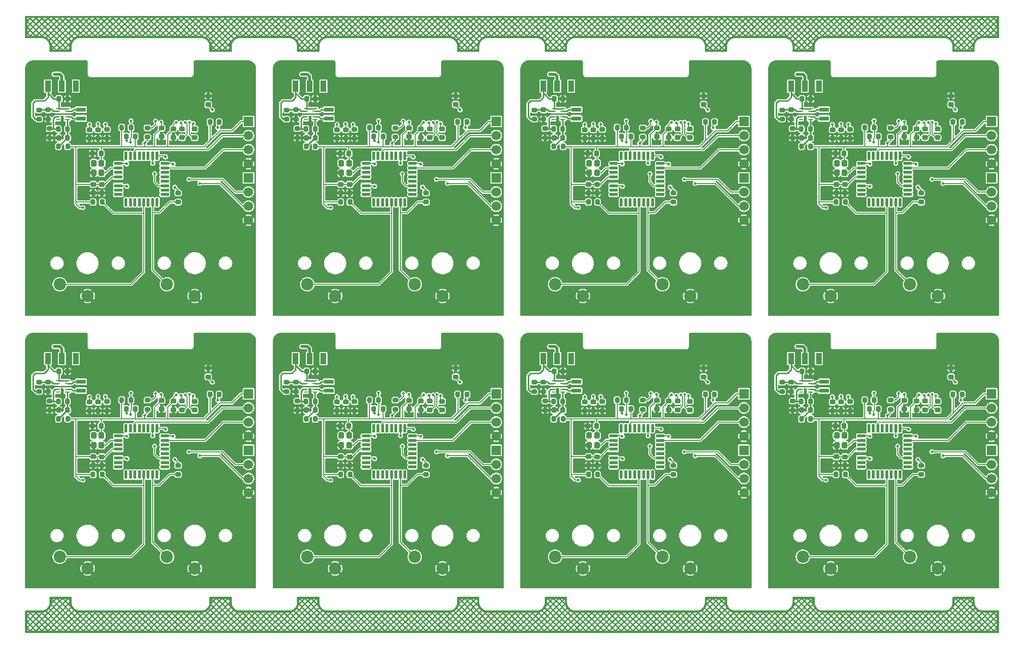
<source format=gbr>
%TF.GenerationSoftware,KiCad,Pcbnew,9.0.2*%
%TF.CreationDate,2025-05-28T15:12:04+01:00*%
%TF.ProjectId,Bongo-Cat-Fidget-Toy,426f6e67-6f2d-4436-9174-2d4669646765,rev?*%
%TF.SameCoordinates,Original*%
%TF.FileFunction,Copper,L1,Top*%
%TF.FilePolarity,Positive*%
%FSLAX46Y46*%
G04 Gerber Fmt 4.6, Leading zero omitted, Abs format (unit mm)*
G04 Created by KiCad (PCBNEW 9.0.2) date 2025-05-28 15:12:04*
%MOMM*%
%LPD*%
G01*
G04 APERTURE LIST*
G04 Aperture macros list*
%AMRoundRect*
0 Rectangle with rounded corners*
0 $1 Rounding radius*
0 $2 $3 $4 $5 $6 $7 $8 $9 X,Y pos of 4 corners*
0 Add a 4 corners polygon primitive as box body*
4,1,4,$2,$3,$4,$5,$6,$7,$8,$9,$2,$3,0*
0 Add four circle primitives for the rounded corners*
1,1,$1+$1,$2,$3*
1,1,$1+$1,$4,$5*
1,1,$1+$1,$6,$7*
1,1,$1+$1,$8,$9*
0 Add four rect primitives between the rounded corners*
20,1,$1+$1,$2,$3,$4,$5,0*
20,1,$1+$1,$4,$5,$6,$7,0*
20,1,$1+$1,$6,$7,$8,$9,0*
20,1,$1+$1,$8,$9,$2,$3,0*%
G04 Aperture macros list end*
%TA.AperFunction,SMDPad,CuDef*%
%ADD10RoundRect,0.200000X0.200000X0.275000X-0.200000X0.275000X-0.200000X-0.275000X0.200000X-0.275000X0*%
%TD*%
%TA.AperFunction,SMDPad,CuDef*%
%ADD11RoundRect,0.050000X-0.250000X-0.075000X0.250000X-0.075000X0.250000X0.075000X-0.250000X0.075000X0*%
%TD*%
%TA.AperFunction,SMDPad,CuDef*%
%ADD12RoundRect,0.050000X-0.400000X-0.075000X0.400000X-0.075000X0.400000X0.075000X-0.400000X0.075000X0*%
%TD*%
%TA.AperFunction,SMDPad,CuDef*%
%ADD13RoundRect,0.050000X-0.600000X-0.075000X0.600000X-0.075000X0.600000X0.075000X-0.600000X0.075000X0*%
%TD*%
%TA.AperFunction,SMDPad,CuDef*%
%ADD14RoundRect,0.225000X-0.250000X0.225000X-0.250000X-0.225000X0.250000X-0.225000X0.250000X0.225000X0*%
%TD*%
%TA.AperFunction,SMDPad,CuDef*%
%ADD15RoundRect,0.200000X-0.200000X-0.275000X0.200000X-0.275000X0.200000X0.275000X-0.200000X0.275000X0*%
%TD*%
%TA.AperFunction,SMDPad,CuDef*%
%ADD16RoundRect,0.225000X0.250000X-0.225000X0.250000X0.225000X-0.250000X0.225000X-0.250000X-0.225000X0*%
%TD*%
%TA.AperFunction,SMDPad,CuDef*%
%ADD17RoundRect,0.125000X-0.625000X-0.125000X0.625000X-0.125000X0.625000X0.125000X-0.625000X0.125000X0*%
%TD*%
%TA.AperFunction,SMDPad,CuDef*%
%ADD18RoundRect,0.125000X-0.125000X-0.625000X0.125000X-0.625000X0.125000X0.625000X-0.125000X0.625000X0*%
%TD*%
%TA.AperFunction,SMDPad,CuDef*%
%ADD19RoundRect,0.225000X-0.225000X-0.250000X0.225000X-0.250000X0.225000X0.250000X-0.225000X0.250000X0*%
%TD*%
%TA.AperFunction,SMDPad,CuDef*%
%ADD20R,1.000000X2.000000*%
%TD*%
%TA.AperFunction,SMDPad,CuDef*%
%ADD21R,1.700000X0.800000*%
%TD*%
%TA.AperFunction,SMDPad,CuDef*%
%ADD22RoundRect,0.200000X-0.275000X0.200000X-0.275000X-0.200000X0.275000X-0.200000X0.275000X0.200000X0*%
%TD*%
%TA.AperFunction,ComponentPad*%
%ADD23C,2.200000*%
%TD*%
%TA.AperFunction,SMDPad,CuDef*%
%ADD24RoundRect,0.225000X0.225000X0.250000X-0.225000X0.250000X-0.225000X-0.250000X0.225000X-0.250000X0*%
%TD*%
%TA.AperFunction,SMDPad,CuDef*%
%ADD25RoundRect,0.200000X0.275000X-0.200000X0.275000X0.200000X-0.275000X0.200000X-0.275000X-0.200000X0*%
%TD*%
%TA.AperFunction,ComponentPad*%
%ADD26R,1.700000X1.700000*%
%TD*%
%TA.AperFunction,ComponentPad*%
%ADD27C,1.700000*%
%TD*%
%TA.AperFunction,SMDPad,CuDef*%
%ADD28RoundRect,0.250000X-0.250000X0.325000X-0.250000X-0.325000X0.250000X-0.325000X0.250000X0.325000X0*%
%TD*%
%TA.AperFunction,ViaPad*%
%ADD29C,0.500000*%
%TD*%
%TA.AperFunction,Conductor*%
%ADD30C,0.127000*%
%TD*%
%TA.AperFunction,Conductor*%
%ADD31C,0.152400*%
%TD*%
%TA.AperFunction,Conductor*%
%ADD32C,0.200000*%
%TD*%
%TA.AperFunction,Conductor*%
%ADD33C,0.250000*%
%TD*%
%TA.AperFunction,Conductor*%
%ADD34C,0.500000*%
%TD*%
%TA.AperFunction,Conductor*%
%ADD35C,0.150000*%
%TD*%
G04 APERTURE END LIST*
D10*
%TO.P,R6,1*%
%TO.N,Board_0-Net-(U101-VOUT)*%
X68615000Y-40845500D03*
%TO.P,R6,2*%
%TO.N,Board_0-Net-(U101-FB)*%
X66965000Y-40845500D03*
%TD*%
D11*
%TO.P,U101,1,EN*%
%TO.N,Board_4-Net-(SW5-C)*%
X66937500Y-86175500D03*
%TO.P,U101,2,MODE*%
%TO.N,Board_4-Net-(U101-MODE)*%
X66937500Y-86675500D03*
%TO.P,U101,3,AGND*%
%TO.N,Board_4-GND*%
X66937500Y-87175500D03*
%TO.P,U101,4,FB*%
%TO.N,Board_4-Net-(U101-FB)*%
X66937500Y-87675500D03*
%TO.P,U101,5,PG*%
%TO.N,Board_4-unconnected-(U101-PG-Pad5)*%
X66937500Y-88175500D03*
D12*
%TO.P,U101,6,VOUT*%
%TO.N,Board_4-Net-(U101-VOUT)*%
X68587500Y-88175500D03*
%TO.P,U101,7,L2*%
%TO.N,Board_4-Net-(U101-L2)*%
X68587500Y-87675500D03*
D13*
%TO.P,U101,8,GND*%
%TO.N,Board_4-GND*%
X68387500Y-87175500D03*
D12*
%TO.P,U101,9,L1*%
%TO.N,Board_4-Net-(U101-L1)*%
X68587500Y-86675500D03*
%TO.P,U101,10,VIN*%
%TO.N,Board_4-Net-(SW5-C)*%
X68587500Y-86175500D03*
%TD*%
D14*
%TO.P,C8,1*%
%TO.N,Board_6-Net-(J1-Pin_5)*%
X178210000Y-89825500D03*
%TO.P,C8,2*%
%TO.N,Board_6-Net-(J1-Pin_4)*%
X178210000Y-91375500D03*
%TD*%
D15*
%TO.P,R5,1*%
%TO.N,Board_2-Net-(U101-VOUT)*%
X156000000Y-44000500D03*
%TO.P,R5,2*%
%TO.N,Board_2-3V3*%
X157650000Y-44000500D03*
%TD*%
D16*
%TO.P,C5,1*%
%TO.N,Board_3-/RST*%
X227380000Y-36445500D03*
%TO.P,C5,2*%
%TO.N,Board_3-GND*%
X227380000Y-34895500D03*
%TD*%
D17*
%TO.P,U1,1,PB9*%
%TO.N,Board_3-/SDA*%
X211245000Y-47060500D03*
%TO.P,U1,2,PC14*%
%TO.N,Board_3-/XTAL_IN*%
X211245000Y-47860500D03*
%TO.P,U1,3,PC15*%
%TO.N,Board_3-unconnected-(U1-PC15-Pad3)*%
X211245000Y-48660500D03*
%TO.P,U1,4,VDD*%
%TO.N,Board_3-3V3*%
X211245000Y-49460500D03*
%TO.P,U1,5,VSS*%
%TO.N,Board_3-GND*%
X211245000Y-50260500D03*
%TO.P,U1,6,NRST*%
%TO.N,Board_3-/RST*%
X211245000Y-51060500D03*
%TO.P,U1,7,PA0*%
%TO.N,Board_3-unconnected-(U1-PA0-Pad7)*%
X211245000Y-51860500D03*
%TO.P,U1,8,PA1*%
%TO.N,Board_3-unconnected-(U1-PA1-Pad8)*%
X211245000Y-52660500D03*
D18*
%TO.P,U1,9,PA2*%
%TO.N,Board_3-unconnected-(U1-PA2-Pad9)*%
X212620000Y-54035500D03*
%TO.P,U1,10,PA3*%
%TO.N,Board_3-unconnected-(U1-PA3-Pad10)*%
X213420000Y-54035500D03*
%TO.P,U1,11,PA4*%
%TO.N,Board_3-unconnected-(U1-PA4-Pad11)*%
X214220000Y-54035500D03*
%TO.P,U1,12,PA5*%
%TO.N,Board_3-unconnected-(U1-PA5-Pad12)*%
X215020000Y-54035500D03*
%TO.P,U1,13,PA6*%
%TO.N,Board_3-/SW1*%
X215820000Y-54035500D03*
%TO.P,U1,14,PA7*%
%TO.N,Board_3-unconnected-(U1-PA7-Pad14)*%
X216620000Y-54035500D03*
%TO.P,U1,15,PB0*%
%TO.N,Board_3-/SW2*%
X217420000Y-54035500D03*
%TO.P,U1,16,PB1*%
%TO.N,Board_3-unconnected-(U1-PB1-Pad16)*%
X218220000Y-54035500D03*
D17*
%TO.P,U1,17,PB2*%
%TO.N,Board_3-unconnected-(U1-PB2-Pad17)*%
X219595000Y-52660500D03*
%TO.P,U1,18,PA8*%
%TO.N,Board_3-unconnected-(U1-PA8-Pad18)*%
X219595000Y-51860500D03*
%TO.P,U1,19,PA9/NC*%
%TO.N,Board_3-/SCL*%
X219595000Y-51060500D03*
%TO.P,U1,20,PC6*%
%TO.N,Board_3-unconnected-(U1-PC6-Pad20)*%
X219595000Y-50260500D03*
%TO.P,U1,21,PA10/NC*%
%TO.N,Board_3-unconnected-(U1-PA10{slash}NC-Pad21)*%
X219595000Y-49460500D03*
%TO.P,U1,22,PA11/PA9*%
%TO.N,Board_3-unconnected-(U1-PA11{slash}PA9-Pad22)*%
X219595000Y-48660500D03*
%TO.P,U1,23,PA12/PA10*%
%TO.N,Board_3-/UART_RX*%
X219595000Y-47860500D03*
%TO.P,U1,24,PA13*%
%TO.N,Board_3-/SWDIO*%
X219595000Y-47060500D03*
D18*
%TO.P,U1,25,PA14*%
%TO.N,Board_3-/SWCLK*%
X218220000Y-45685500D03*
%TO.P,U1,26,PA15*%
%TO.N,Board_3-/OLED_RST*%
X217420000Y-45685500D03*
%TO.P,U1,27,PB3*%
%TO.N,Board_3-unconnected-(U1-PB3-Pad27)*%
X216620000Y-45685500D03*
%TO.P,U1,28,PB4*%
%TO.N,Board_3-unconnected-(U1-PB4-Pad28)*%
X215820000Y-45685500D03*
%TO.P,U1,29,PB5*%
%TO.N,Board_3-unconnected-(U1-PB5-Pad29)*%
X215020000Y-45685500D03*
%TO.P,U1,30,PB6*%
%TO.N,Board_3-/UART_TX*%
X214220000Y-45685500D03*
%TO.P,U1,31,PB7*%
%TO.N,Board_3-unconnected-(U1-PB7-Pad31)*%
X213420000Y-45685500D03*
%TO.P,U1,32,PB8*%
%TO.N,Board_3-unconnected-(U1-PB8-Pad32)*%
X212620000Y-45685500D03*
%TD*%
D19*
%TO.P,C1,1*%
%TO.N,Board_5-Net-(SW5-C)*%
X111575000Y-84450500D03*
%TO.P,C1,2*%
%TO.N,Board_5-GND*%
X113125000Y-84450500D03*
%TD*%
D20*
%TO.P,SW5,1,C*%
%TO.N,Board_7-Net-(SW5-C)*%
X198610000Y-82148000D03*
%TO.P,SW5,2,B*%
%TO.N,Board_7-Net-(BT1-+)*%
X201110000Y-82148000D03*
%TO.P,SW5,3,A*%
%TO.N,Board_7-unconnected-(SW5-A-Pad3)*%
X203610000Y-82148000D03*
%TD*%
D10*
%TO.P,R6,1*%
%TO.N,Board_1-Net-(U101-VOUT)*%
X113115000Y-40845500D03*
%TO.P,R6,2*%
%TO.N,Board_1-Net-(U101-FB)*%
X111465000Y-40845500D03*
%TD*%
%TO.P,R13,1*%
%TO.N,Board_7-/SCL*%
X213515000Y-89620500D03*
%TO.P,R13,2*%
%TO.N,Board_7-3V3*%
X211865000Y-89620500D03*
%TD*%
D16*
%TO.P,C10,1*%
%TO.N,Board_0-GND*%
X87630000Y-42365500D03*
%TO.P,C10,2*%
%TO.N,Board_0-3V3*%
X87630000Y-40815500D03*
%TD*%
D14*
%TO.P,C8,1*%
%TO.N,Board_4-Net-(J1-Pin_5)*%
X89210000Y-89825500D03*
%TO.P,C8,2*%
%TO.N,Board_4-Net-(J1-Pin_4)*%
X89210000Y-91375500D03*
%TD*%
D21*
%TO.P,L102,1,1*%
%TO.N,Board_3-Net-(U101-L1)*%
X204550000Y-37350500D03*
%TO.P,L102,2,2*%
%TO.N,Board_3-Net-(U101-L2)*%
X204550000Y-38950500D03*
%TD*%
D14*
%TO.P,C3,1*%
%TO.N,Board_0-3V3*%
X74790000Y-50830500D03*
%TO.P,C3,2*%
%TO.N,Board_0-GND*%
X74790000Y-52380500D03*
%TD*%
D10*
%TO.P,R13,1*%
%TO.N,Board_2-/SCL*%
X169015000Y-40620500D03*
%TO.P,R13,2*%
%TO.N,Board_2-3V3*%
X167365000Y-40620500D03*
%TD*%
D22*
%TO.P,R2,1*%
%TO.N,Board_3-3V3*%
X222010000Y-52365500D03*
%TO.P,R2,2*%
%TO.N,Board_3-/SW2*%
X222010000Y-54015500D03*
%TD*%
%TO.P,R103,1*%
%TO.N,Board_3-Net-(U101-MODE)*%
X198635000Y-37420500D03*
%TO.P,R103,2*%
%TO.N,Board_3-GND*%
X198635000Y-39070500D03*
%TD*%
%TO.P,R103,1*%
%TO.N,Board_6-Net-(U101-MODE)*%
X154135000Y-86420500D03*
%TO.P,R103,2*%
%TO.N,Board_6-GND*%
X154135000Y-88070500D03*
%TD*%
D23*
%TO.P,SW1,1,1*%
%TO.N,Board_2-GND*%
X161225000Y-70900500D03*
%TO.P,SW1,2,2*%
%TO.N,Board_2-/SW1*%
X156225000Y-68800500D03*
%TD*%
D19*
%TO.P,C1,1*%
%TO.N,Board_0-Net-(SW5-C)*%
X67075000Y-35450500D03*
%TO.P,C1,2*%
%TO.N,Board_0-GND*%
X68625000Y-35450500D03*
%TD*%
D15*
%TO.P,R12,1*%
%TO.N,Board_2-/SDA*%
X168175000Y-42200500D03*
%TO.P,R12,2*%
%TO.N,Board_2-3V3*%
X169825000Y-42200500D03*
%TD*%
D24*
%TO.P,C6,1*%
%TO.N,Board_6-3V3*%
X163655000Y-94290500D03*
%TO.P,C6,2*%
%TO.N,Board_6-GND*%
X162105000Y-94290500D03*
%TD*%
D25*
%TO.P,R11,1*%
%TO.N,Board_3-GND*%
X209200000Y-42565500D03*
%TO.P,R11,2*%
%TO.N,Board_3-Net-(J1-Pin_26)*%
X209200000Y-40915500D03*
%TD*%
D22*
%TO.P,R101,1*%
%TO.N,Board_5-/BS1*%
X127500000Y-89650500D03*
%TO.P,R101,2*%
%TO.N,Board_5-3V3*%
X127500000Y-91300500D03*
%TD*%
%TO.P,R103,1*%
%TO.N,Board_0-Net-(U101-MODE)*%
X65135000Y-37420500D03*
%TO.P,R103,2*%
%TO.N,Board_0-GND*%
X65135000Y-39070500D03*
%TD*%
D26*
%TO.P,J3,1,Pin_1*%
%TO.N,Board_7-3V3*%
X234645000Y-88500500D03*
D27*
%TO.P,J3,2,Pin_2*%
%TO.N,Board_7-/UART_TX*%
X234645000Y-91040500D03*
%TO.P,J3,3,Pin_3*%
%TO.N,Board_7-/UART_RX*%
X234645000Y-93580500D03*
%TO.P,J3,4,Pin_4*%
%TO.N,Board_7-GND*%
X234645000Y-96120500D03*
%TD*%
D11*
%TO.P,U101,1,EN*%
%TO.N,Board_3-Net-(SW5-C)*%
X200437500Y-37175500D03*
%TO.P,U101,2,MODE*%
%TO.N,Board_3-Net-(U101-MODE)*%
X200437500Y-37675500D03*
%TO.P,U101,3,AGND*%
%TO.N,Board_3-GND*%
X200437500Y-38175500D03*
%TO.P,U101,4,FB*%
%TO.N,Board_3-Net-(U101-FB)*%
X200437500Y-38675500D03*
%TO.P,U101,5,PG*%
%TO.N,Board_3-unconnected-(U101-PG-Pad5)*%
X200437500Y-39175500D03*
D12*
%TO.P,U101,6,VOUT*%
%TO.N,Board_3-Net-(U101-VOUT)*%
X202087500Y-39175500D03*
%TO.P,U101,7,L2*%
%TO.N,Board_3-Net-(U101-L2)*%
X202087500Y-38675500D03*
D13*
%TO.P,U101,8,GND*%
%TO.N,Board_3-GND*%
X201887500Y-38175500D03*
D12*
%TO.P,U101,9,L1*%
%TO.N,Board_3-Net-(U101-L1)*%
X202087500Y-37675500D03*
%TO.P,U101,10,VIN*%
%TO.N,Board_3-Net-(SW5-C)*%
X202087500Y-37175500D03*
%TD*%
D25*
%TO.P,R11,1*%
%TO.N,Board_5-GND*%
X120200000Y-91565500D03*
%TO.P,R11,2*%
%TO.N,Board_5-Net-(J1-Pin_26)*%
X120200000Y-89915500D03*
%TD*%
D16*
%TO.P,C9,1*%
%TO.N,Board_3-Net-(J1-Pin_3)*%
X224940000Y-42405500D03*
%TO.P,C9,2*%
%TO.N,Board_3-Net-(J1-Pin_2)*%
X224940000Y-40855500D03*
%TD*%
D25*
%TO.P,R102,1*%
%TO.N,Board_2-Net-(SW5-C)*%
X152500000Y-39075500D03*
%TO.P,R102,2*%
%TO.N,Board_2-Net-(U101-MODE)*%
X152500000Y-37425500D03*
%TD*%
D16*
%TO.P,C11,1*%
%TO.N,Board_2-GND*%
X174500000Y-42235500D03*
%TO.P,C11,2*%
%TO.N,Board_2-3V3*%
X174500000Y-40685500D03*
%TD*%
D15*
%TO.P,R1,1*%
%TO.N,Board_6-3V3*%
X162214999Y-103010500D03*
%TO.P,R1,2*%
%TO.N,Board_6-/SW1*%
X163864999Y-103010500D03*
%TD*%
D22*
%TO.P,R4,1*%
%TO.N,Board_7-Net-(U101-FB)*%
X198925000Y-89800500D03*
%TO.P,R4,2*%
%TO.N,Board_7-GND*%
X198925000Y-91450500D03*
%TD*%
D16*
%TO.P,C13,1*%
%TO.N,Board_7-GND*%
X206060000Y-91545500D03*
%TO.P,C13,2*%
%TO.N,Board_7-Net-(J1-Pin_28)*%
X206060000Y-89995500D03*
%TD*%
D22*
%TO.P,R2,1*%
%TO.N,Board_7-3V3*%
X222010000Y-101365500D03*
%TO.P,R2,2*%
%TO.N,Board_7-/SW2*%
X222010000Y-103015500D03*
%TD*%
D14*
%TO.P,C4,1*%
%TO.N,Board_4-3V3*%
X73240000Y-99810499D03*
%TO.P,C4,2*%
%TO.N,Board_4-GND*%
X73240000Y-101360499D03*
%TD*%
D21*
%TO.P,L102,1,1*%
%TO.N,Board_1-Net-(U101-L1)*%
X115550000Y-37350500D03*
%TO.P,L102,2,2*%
%TO.N,Board_1-Net-(U101-L2)*%
X115550000Y-38950500D03*
%TD*%
D10*
%TO.P,R6,1*%
%TO.N,Board_5-Net-(U101-VOUT)*%
X113115000Y-89845500D03*
%TO.P,R6,2*%
%TO.N,Board_5-Net-(U101-FB)*%
X111465000Y-89845500D03*
%TD*%
D17*
%TO.P,U1,1,PB9*%
%TO.N,Board_0-/SDA*%
X77745000Y-47060500D03*
%TO.P,U1,2,PC14*%
%TO.N,Board_0-/XTAL_IN*%
X77745000Y-47860500D03*
%TO.P,U1,3,PC15*%
%TO.N,Board_0-unconnected-(U1-PC15-Pad3)*%
X77745000Y-48660500D03*
%TO.P,U1,4,VDD*%
%TO.N,Board_0-3V3*%
X77745000Y-49460500D03*
%TO.P,U1,5,VSS*%
%TO.N,Board_0-GND*%
X77745000Y-50260500D03*
%TO.P,U1,6,NRST*%
%TO.N,Board_0-/RST*%
X77745000Y-51060500D03*
%TO.P,U1,7,PA0*%
%TO.N,Board_0-unconnected-(U1-PA0-Pad7)*%
X77745000Y-51860500D03*
%TO.P,U1,8,PA1*%
%TO.N,Board_0-unconnected-(U1-PA1-Pad8)*%
X77745000Y-52660500D03*
D18*
%TO.P,U1,9,PA2*%
%TO.N,Board_0-unconnected-(U1-PA2-Pad9)*%
X79120000Y-54035500D03*
%TO.P,U1,10,PA3*%
%TO.N,Board_0-unconnected-(U1-PA3-Pad10)*%
X79920000Y-54035500D03*
%TO.P,U1,11,PA4*%
%TO.N,Board_0-unconnected-(U1-PA4-Pad11)*%
X80720000Y-54035500D03*
%TO.P,U1,12,PA5*%
%TO.N,Board_0-unconnected-(U1-PA5-Pad12)*%
X81520000Y-54035500D03*
%TO.P,U1,13,PA6*%
%TO.N,Board_0-/SW1*%
X82320000Y-54035500D03*
%TO.P,U1,14,PA7*%
%TO.N,Board_0-unconnected-(U1-PA7-Pad14)*%
X83120000Y-54035500D03*
%TO.P,U1,15,PB0*%
%TO.N,Board_0-/SW2*%
X83920000Y-54035500D03*
%TO.P,U1,16,PB1*%
%TO.N,Board_0-unconnected-(U1-PB1-Pad16)*%
X84720000Y-54035500D03*
D17*
%TO.P,U1,17,PB2*%
%TO.N,Board_0-unconnected-(U1-PB2-Pad17)*%
X86095000Y-52660500D03*
%TO.P,U1,18,PA8*%
%TO.N,Board_0-unconnected-(U1-PA8-Pad18)*%
X86095000Y-51860500D03*
%TO.P,U1,19,PA9/NC*%
%TO.N,Board_0-/SCL*%
X86095000Y-51060500D03*
%TO.P,U1,20,PC6*%
%TO.N,Board_0-unconnected-(U1-PC6-Pad20)*%
X86095000Y-50260500D03*
%TO.P,U1,21,PA10/NC*%
%TO.N,Board_0-unconnected-(U1-PA10{slash}NC-Pad21)*%
X86095000Y-49460500D03*
%TO.P,U1,22,PA11/PA9*%
%TO.N,Board_0-unconnected-(U1-PA11{slash}PA9-Pad22)*%
X86095000Y-48660500D03*
%TO.P,U1,23,PA12/PA10*%
%TO.N,Board_0-/UART_RX*%
X86095000Y-47860500D03*
%TO.P,U1,24,PA13*%
%TO.N,Board_0-/SWDIO*%
X86095000Y-47060500D03*
D18*
%TO.P,U1,25,PA14*%
%TO.N,Board_0-/SWCLK*%
X84720000Y-45685500D03*
%TO.P,U1,26,PA15*%
%TO.N,Board_0-/OLED_RST*%
X83920000Y-45685500D03*
%TO.P,U1,27,PB3*%
%TO.N,Board_0-unconnected-(U1-PB3-Pad27)*%
X83120000Y-45685500D03*
%TO.P,U1,28,PB4*%
%TO.N,Board_0-unconnected-(U1-PB4-Pad28)*%
X82320000Y-45685500D03*
%TO.P,U1,29,PB5*%
%TO.N,Board_0-unconnected-(U1-PB5-Pad29)*%
X81520000Y-45685500D03*
%TO.P,U1,30,PB6*%
%TO.N,Board_0-/UART_TX*%
X80720000Y-45685500D03*
%TO.P,U1,31,PB7*%
%TO.N,Board_0-unconnected-(U1-PB7-Pad31)*%
X79920000Y-45685500D03*
%TO.P,U1,32,PB8*%
%TO.N,Board_0-unconnected-(U1-PB8-Pad32)*%
X79120000Y-45685500D03*
%TD*%
D15*
%TO.P,R5,1*%
%TO.N,Board_3-Net-(U101-VOUT)*%
X200500000Y-44000500D03*
%TO.P,R5,2*%
%TO.N,Board_3-3V3*%
X202150000Y-44000500D03*
%TD*%
D24*
%TO.P,C6,1*%
%TO.N,Board_3-3V3*%
X208155000Y-45290500D03*
%TO.P,C6,2*%
%TO.N,Board_3-GND*%
X206605000Y-45290500D03*
%TD*%
D15*
%TO.P,R8,1*%
%TO.N,Board_6-3V3*%
X183225000Y-88620500D03*
%TO.P,R8,2*%
%TO.N,Board_6-/RST*%
X184875000Y-88620500D03*
%TD*%
D28*
%TO.P,Y1,1,1*%
%TO.N,Board_5-unconnected-(Y1-Pad1)*%
X117830000Y-96000500D03*
%TO.P,Y1,2,2*%
%TO.N,Board_5-GND*%
X117830000Y-97750500D03*
%TO.P,Y1,3,3*%
%TO.N,Board_5-/XTAL_IN*%
X119230000Y-97750500D03*
%TO.P,Y1,4,4*%
%TO.N,Board_5-3V3*%
X119230000Y-96000500D03*
%TD*%
D11*
%TO.P,U101,1,EN*%
%TO.N,Board_0-Net-(SW5-C)*%
X66937500Y-37175500D03*
%TO.P,U101,2,MODE*%
%TO.N,Board_0-Net-(U101-MODE)*%
X66937500Y-37675500D03*
%TO.P,U101,3,AGND*%
%TO.N,Board_0-GND*%
X66937500Y-38175500D03*
%TO.P,U101,4,FB*%
%TO.N,Board_0-Net-(U101-FB)*%
X66937500Y-38675500D03*
%TO.P,U101,5,PG*%
%TO.N,Board_0-unconnected-(U101-PG-Pad5)*%
X66937500Y-39175500D03*
D12*
%TO.P,U101,6,VOUT*%
%TO.N,Board_0-Net-(U101-VOUT)*%
X68587500Y-39175500D03*
%TO.P,U101,7,L2*%
%TO.N,Board_0-Net-(U101-L2)*%
X68587500Y-38675500D03*
D13*
%TO.P,U101,8,GND*%
%TO.N,Board_0-GND*%
X68387500Y-38175500D03*
D12*
%TO.P,U101,9,L1*%
%TO.N,Board_0-Net-(U101-L1)*%
X68587500Y-37675500D03*
%TO.P,U101,10,VIN*%
%TO.N,Board_0-Net-(SW5-C)*%
X68587500Y-37175500D03*
%TD*%
D19*
%TO.P,C1,1*%
%TO.N,Board_7-Net-(SW5-C)*%
X200575000Y-84450500D03*
%TO.P,C1,2*%
%TO.N,Board_7-GND*%
X202125000Y-84450500D03*
%TD*%
D16*
%TO.P,C10,1*%
%TO.N,Board_7-GND*%
X221130000Y-91365500D03*
%TO.P,C10,2*%
%TO.N,Board_7-3V3*%
X221130000Y-89815500D03*
%TD*%
D20*
%TO.P,SW5,1,C*%
%TO.N,Board_3-Net-(SW5-C)*%
X198610000Y-33148000D03*
%TO.P,SW5,2,B*%
%TO.N,Board_3-Net-(BT1-+)*%
X201110000Y-33148000D03*
%TO.P,SW5,3,A*%
%TO.N,Board_3-unconnected-(SW5-A-Pad3)*%
X203610000Y-33148000D03*
%TD*%
D16*
%TO.P,C5,1*%
%TO.N,Board_6-/RST*%
X182880000Y-85445500D03*
%TO.P,C5,2*%
%TO.N,Board_6-GND*%
X182880000Y-83895500D03*
%TD*%
%TO.P,C10,1*%
%TO.N,Board_2-GND*%
X176630000Y-42365500D03*
%TO.P,C10,2*%
%TO.N,Board_2-3V3*%
X176630000Y-40815500D03*
%TD*%
%TO.P,C13,1*%
%TO.N,Board_0-GND*%
X72560000Y-42545500D03*
%TO.P,C13,2*%
%TO.N,Board_0-Net-(J1-Pin_28)*%
X72560000Y-40995500D03*
%TD*%
D24*
%TO.P,C6,1*%
%TO.N,Board_7-3V3*%
X208155000Y-94290500D03*
%TO.P,C6,2*%
%TO.N,Board_7-GND*%
X206605000Y-94290500D03*
%TD*%
D15*
%TO.P,R8,1*%
%TO.N,Board_7-3V3*%
X227725000Y-88620500D03*
%TO.P,R8,2*%
%TO.N,Board_7-/RST*%
X229375000Y-88620500D03*
%TD*%
D14*
%TO.P,C8,1*%
%TO.N,Board_5-Net-(J1-Pin_5)*%
X133710000Y-89825500D03*
%TO.P,C8,2*%
%TO.N,Board_5-Net-(J1-Pin_4)*%
X133710000Y-91375500D03*
%TD*%
D16*
%TO.P,C11,1*%
%TO.N,Board_5-GND*%
X130000000Y-91235500D03*
%TO.P,C11,2*%
%TO.N,Board_5-3V3*%
X130000000Y-89685500D03*
%TD*%
D17*
%TO.P,U1,1,PB9*%
%TO.N,Board_5-/SDA*%
X122245000Y-96060500D03*
%TO.P,U1,2,PC14*%
%TO.N,Board_5-/XTAL_IN*%
X122245000Y-96860500D03*
%TO.P,U1,3,PC15*%
%TO.N,Board_5-unconnected-(U1-PC15-Pad3)*%
X122245000Y-97660500D03*
%TO.P,U1,4,VDD*%
%TO.N,Board_5-3V3*%
X122245000Y-98460500D03*
%TO.P,U1,5,VSS*%
%TO.N,Board_5-GND*%
X122245000Y-99260500D03*
%TO.P,U1,6,NRST*%
%TO.N,Board_5-/RST*%
X122245000Y-100060500D03*
%TO.P,U1,7,PA0*%
%TO.N,Board_5-unconnected-(U1-PA0-Pad7)*%
X122245000Y-100860500D03*
%TO.P,U1,8,PA1*%
%TO.N,Board_5-unconnected-(U1-PA1-Pad8)*%
X122245000Y-101660500D03*
D18*
%TO.P,U1,9,PA2*%
%TO.N,Board_5-unconnected-(U1-PA2-Pad9)*%
X123620000Y-103035500D03*
%TO.P,U1,10,PA3*%
%TO.N,Board_5-unconnected-(U1-PA3-Pad10)*%
X124420000Y-103035500D03*
%TO.P,U1,11,PA4*%
%TO.N,Board_5-unconnected-(U1-PA4-Pad11)*%
X125220000Y-103035500D03*
%TO.P,U1,12,PA5*%
%TO.N,Board_5-unconnected-(U1-PA5-Pad12)*%
X126020000Y-103035500D03*
%TO.P,U1,13,PA6*%
%TO.N,Board_5-/SW1*%
X126820000Y-103035500D03*
%TO.P,U1,14,PA7*%
%TO.N,Board_5-unconnected-(U1-PA7-Pad14)*%
X127620000Y-103035500D03*
%TO.P,U1,15,PB0*%
%TO.N,Board_5-/SW2*%
X128420000Y-103035500D03*
%TO.P,U1,16,PB1*%
%TO.N,Board_5-unconnected-(U1-PB1-Pad16)*%
X129220000Y-103035500D03*
D17*
%TO.P,U1,17,PB2*%
%TO.N,Board_5-unconnected-(U1-PB2-Pad17)*%
X130595000Y-101660500D03*
%TO.P,U1,18,PA8*%
%TO.N,Board_5-unconnected-(U1-PA8-Pad18)*%
X130595000Y-100860500D03*
%TO.P,U1,19,PA9/NC*%
%TO.N,Board_5-/SCL*%
X130595000Y-100060500D03*
%TO.P,U1,20,PC6*%
%TO.N,Board_5-unconnected-(U1-PC6-Pad20)*%
X130595000Y-99260500D03*
%TO.P,U1,21,PA10/NC*%
%TO.N,Board_5-unconnected-(U1-PA10{slash}NC-Pad21)*%
X130595000Y-98460500D03*
%TO.P,U1,22,PA11/PA9*%
%TO.N,Board_5-unconnected-(U1-PA11{slash}PA9-Pad22)*%
X130595000Y-97660500D03*
%TO.P,U1,23,PA12/PA10*%
%TO.N,Board_5-/UART_RX*%
X130595000Y-96860500D03*
%TO.P,U1,24,PA13*%
%TO.N,Board_5-/SWDIO*%
X130595000Y-96060500D03*
D18*
%TO.P,U1,25,PA14*%
%TO.N,Board_5-/SWCLK*%
X129220000Y-94685500D03*
%TO.P,U1,26,PA15*%
%TO.N,Board_5-/OLED_RST*%
X128420000Y-94685500D03*
%TO.P,U1,27,PB3*%
%TO.N,Board_5-unconnected-(U1-PB3-Pad27)*%
X127620000Y-94685500D03*
%TO.P,U1,28,PB4*%
%TO.N,Board_5-unconnected-(U1-PB4-Pad28)*%
X126820000Y-94685500D03*
%TO.P,U1,29,PB5*%
%TO.N,Board_5-unconnected-(U1-PB5-Pad29)*%
X126020000Y-94685500D03*
%TO.P,U1,30,PB6*%
%TO.N,Board_5-/UART_TX*%
X125220000Y-94685500D03*
%TO.P,U1,31,PB7*%
%TO.N,Board_5-unconnected-(U1-PB7-Pad31)*%
X124420000Y-94685500D03*
%TO.P,U1,32,PB8*%
%TO.N,Board_5-unconnected-(U1-PB8-Pad32)*%
X123620000Y-94685500D03*
%TD*%
D10*
%TO.P,R6,1*%
%TO.N,Board_6-Net-(U101-VOUT)*%
X157615000Y-89845500D03*
%TO.P,R6,2*%
%TO.N,Board_6-Net-(U101-FB)*%
X155965000Y-89845500D03*
%TD*%
D14*
%TO.P,C3,1*%
%TO.N,Board_6-3V3*%
X163790000Y-99830500D03*
%TO.P,C3,2*%
%TO.N,Board_6-GND*%
X163790000Y-101380500D03*
%TD*%
D26*
%TO.P,J3,1,Pin_1*%
%TO.N,Board_2-3V3*%
X190145000Y-39500500D03*
D27*
%TO.P,J3,2,Pin_2*%
%TO.N,Board_2-/UART_TX*%
X190145000Y-42040500D03*
%TO.P,J3,3,Pin_3*%
%TO.N,Board_2-/UART_RX*%
X190145000Y-44580500D03*
%TO.P,J3,4,Pin_4*%
%TO.N,Board_2-GND*%
X190145000Y-47120500D03*
%TD*%
D16*
%TO.P,C10,1*%
%TO.N,Board_3-GND*%
X221130000Y-42365500D03*
%TO.P,C10,2*%
%TO.N,Board_3-3V3*%
X221130000Y-40815500D03*
%TD*%
D14*
%TO.P,C3,1*%
%TO.N,Board_3-3V3*%
X208290000Y-50830500D03*
%TO.P,C3,2*%
%TO.N,Board_3-GND*%
X208290000Y-52380500D03*
%TD*%
D10*
%TO.P,R6,1*%
%TO.N,Board_7-Net-(U101-VOUT)*%
X202115000Y-89845500D03*
%TO.P,R6,2*%
%TO.N,Board_7-Net-(U101-FB)*%
X200465000Y-89845500D03*
%TD*%
D15*
%TO.P,R1,1*%
%TO.N,Board_4-3V3*%
X73214999Y-103010500D03*
%TO.P,R1,2*%
%TO.N,Board_4-/SW1*%
X74864999Y-103010500D03*
%TD*%
D24*
%TO.P,C6,1*%
%TO.N,Board_1-3V3*%
X119155000Y-45290500D03*
%TO.P,C6,2*%
%TO.N,Board_1-GND*%
X117605000Y-45290500D03*
%TD*%
D23*
%TO.P,SW2,1,1*%
%TO.N,Board_1-GND*%
X136000000Y-70900500D03*
%TO.P,SW2,2,2*%
%TO.N,Board_1-/SW2*%
X131000000Y-68800500D03*
%TD*%
D16*
%TO.P,C13,1*%
%TO.N,Board_2-GND*%
X161560000Y-42545500D03*
%TO.P,C13,2*%
%TO.N,Board_2-Net-(J1-Pin_28)*%
X161560000Y-40995500D03*
%TD*%
D15*
%TO.P,R8,1*%
%TO.N,Board_0-3V3*%
X94225000Y-39620500D03*
%TO.P,R8,2*%
%TO.N,Board_0-/RST*%
X95875000Y-39620500D03*
%TD*%
D26*
%TO.P,J3,1,Pin_1*%
%TO.N,Board_4-3V3*%
X101145000Y-88500500D03*
D27*
%TO.P,J3,2,Pin_2*%
%TO.N,Board_4-/UART_TX*%
X101145000Y-91040500D03*
%TO.P,J3,3,Pin_3*%
%TO.N,Board_4-/UART_RX*%
X101145000Y-93580500D03*
%TO.P,J3,4,Pin_4*%
%TO.N,Board_4-GND*%
X101145000Y-96120500D03*
%TD*%
D23*
%TO.P,SW2,1,1*%
%TO.N,Board_2-GND*%
X180500000Y-70900500D03*
%TO.P,SW2,2,2*%
%TO.N,Board_2-/SW2*%
X175500000Y-68800500D03*
%TD*%
D24*
%TO.P,C2,1*%
%TO.N,Board_5-Net-(U101-VOUT)*%
X113100000Y-91425500D03*
%TO.P,C2,2*%
%TO.N,Board_5-GND*%
X111550000Y-91425500D03*
%TD*%
D28*
%TO.P,Y1,1,1*%
%TO.N,Board_2-unconnected-(Y1-Pad1)*%
X162330000Y-47000500D03*
%TO.P,Y1,2,2*%
%TO.N,Board_2-GND*%
X162330000Y-48750500D03*
%TO.P,Y1,3,3*%
%TO.N,Board_2-/XTAL_IN*%
X163730000Y-48750500D03*
%TO.P,Y1,4,4*%
%TO.N,Board_2-3V3*%
X163730000Y-47000500D03*
%TD*%
D23*
%TO.P,SW1,1,1*%
%TO.N,Board_6-GND*%
X161225000Y-119900500D03*
%TO.P,SW1,2,2*%
%TO.N,Board_6-/SW1*%
X156225000Y-117800500D03*
%TD*%
D20*
%TO.P,SW5,1,C*%
%TO.N,Board_5-Net-(SW5-C)*%
X109610000Y-82148000D03*
%TO.P,SW5,2,B*%
%TO.N,Board_5-Net-(BT1-+)*%
X112110000Y-82148000D03*
%TO.P,SW5,3,A*%
%TO.N,Board_5-unconnected-(SW5-A-Pad3)*%
X114610000Y-82148000D03*
%TD*%
D19*
%TO.P,C1,1*%
%TO.N,Board_3-Net-(SW5-C)*%
X200575000Y-35450500D03*
%TO.P,C1,2*%
%TO.N,Board_3-GND*%
X202125000Y-35450500D03*
%TD*%
D14*
%TO.P,C8,1*%
%TO.N,Board_3-Net-(J1-Pin_5)*%
X222710000Y-40825500D03*
%TO.P,C8,2*%
%TO.N,Board_3-Net-(J1-Pin_4)*%
X222710000Y-42375500D03*
%TD*%
D15*
%TO.P,R12,1*%
%TO.N,Board_3-/SDA*%
X212675000Y-42200500D03*
%TO.P,R12,2*%
%TO.N,Board_3-3V3*%
X214325000Y-42200500D03*
%TD*%
D10*
%TO.P,R13,1*%
%TO.N,Board_6-/SCL*%
X169015000Y-89620500D03*
%TO.P,R13,2*%
%TO.N,Board_6-3V3*%
X167365000Y-89620500D03*
%TD*%
D16*
%TO.P,C5,1*%
%TO.N,Board_0-/RST*%
X93880000Y-36445500D03*
%TO.P,C5,2*%
%TO.N,Board_0-GND*%
X93880000Y-34895500D03*
%TD*%
D10*
%TO.P,R13,1*%
%TO.N,Board_4-/SCL*%
X80015000Y-89620500D03*
%TO.P,R13,2*%
%TO.N,Board_4-3V3*%
X78365000Y-89620500D03*
%TD*%
D15*
%TO.P,R5,1*%
%TO.N,Board_6-Net-(U101-VOUT)*%
X156000000Y-93000500D03*
%TO.P,R5,2*%
%TO.N,Board_6-3V3*%
X157650000Y-93000500D03*
%TD*%
D25*
%TO.P,R11,1*%
%TO.N,Board_2-GND*%
X164700000Y-42565500D03*
%TO.P,R11,2*%
%TO.N,Board_2-Net-(J1-Pin_26)*%
X164700000Y-40915500D03*
%TD*%
D23*
%TO.P,SW1,1,1*%
%TO.N,Board_1-GND*%
X116725000Y-70900500D03*
%TO.P,SW1,2,2*%
%TO.N,Board_1-/SW1*%
X111725000Y-68800500D03*
%TD*%
D16*
%TO.P,C9,1*%
%TO.N,Board_5-Net-(J1-Pin_3)*%
X135940000Y-91405500D03*
%TO.P,C9,2*%
%TO.N,Board_5-Net-(J1-Pin_2)*%
X135940000Y-89855500D03*
%TD*%
%TO.P,C11,1*%
%TO.N,Board_6-GND*%
X174500000Y-91235500D03*
%TO.P,C11,2*%
%TO.N,Board_6-3V3*%
X174500000Y-89685500D03*
%TD*%
D15*
%TO.P,R1,1*%
%TO.N,Board_0-3V3*%
X73214999Y-54010500D03*
%TO.P,R1,2*%
%TO.N,Board_0-/SW1*%
X74864999Y-54010500D03*
%TD*%
D26*
%TO.P,J2,1,Pin_1*%
%TO.N,Board_2-3V3*%
X190145000Y-49660500D03*
D27*
%TO.P,J2,2,Pin_2*%
%TO.N,Board_2-/SWDIO*%
X190145000Y-52200500D03*
%TO.P,J2,3,Pin_3*%
%TO.N,Board_2-/SWCLK*%
X190145000Y-54740500D03*
%TO.P,J2,4,Pin_4*%
%TO.N,Board_2-GND*%
X190145000Y-57280500D03*
%TD*%
D22*
%TO.P,R101,1*%
%TO.N,Board_1-/BS1*%
X127500000Y-40650500D03*
%TO.P,R101,2*%
%TO.N,Board_1-3V3*%
X127500000Y-42300500D03*
%TD*%
D10*
%TO.P,R13,1*%
%TO.N,Board_3-/SCL*%
X213515000Y-40620500D03*
%TO.P,R13,2*%
%TO.N,Board_3-3V3*%
X211865000Y-40620500D03*
%TD*%
D26*
%TO.P,J2,1,Pin_1*%
%TO.N,Board_0-3V3*%
X101145000Y-49660500D03*
D27*
%TO.P,J2,2,Pin_2*%
%TO.N,Board_0-/SWDIO*%
X101145000Y-52200500D03*
%TO.P,J2,3,Pin_3*%
%TO.N,Board_0-/SWCLK*%
X101145000Y-54740500D03*
%TO.P,J2,4,Pin_4*%
%TO.N,Board_0-GND*%
X101145000Y-57280500D03*
%TD*%
D15*
%TO.P,R12,1*%
%TO.N,Board_4-/SDA*%
X79175000Y-91200500D03*
%TO.P,R12,2*%
%TO.N,Board_4-3V3*%
X80825000Y-91200500D03*
%TD*%
D16*
%TO.P,C10,1*%
%TO.N,Board_1-GND*%
X132130000Y-42365500D03*
%TO.P,C10,2*%
%TO.N,Board_1-3V3*%
X132130000Y-40815500D03*
%TD*%
%TO.P,C9,1*%
%TO.N,Board_1-Net-(J1-Pin_3)*%
X135940000Y-42405500D03*
%TO.P,C9,2*%
%TO.N,Board_1-Net-(J1-Pin_2)*%
X135940000Y-40855500D03*
%TD*%
%TO.P,C10,1*%
%TO.N,Board_4-GND*%
X87630000Y-91365500D03*
%TO.P,C10,2*%
%TO.N,Board_4-3V3*%
X87630000Y-89815500D03*
%TD*%
D24*
%TO.P,C6,1*%
%TO.N,Board_2-3V3*%
X163655000Y-45290500D03*
%TO.P,C6,2*%
%TO.N,Board_2-GND*%
X162105000Y-45290500D03*
%TD*%
D16*
%TO.P,C5,1*%
%TO.N,Board_4-/RST*%
X93880000Y-85445500D03*
%TO.P,C5,2*%
%TO.N,Board_4-GND*%
X93880000Y-83895500D03*
%TD*%
D22*
%TO.P,R103,1*%
%TO.N,Board_1-Net-(U101-MODE)*%
X109635000Y-37420500D03*
%TO.P,R103,2*%
%TO.N,Board_1-GND*%
X109635000Y-39070500D03*
%TD*%
D14*
%TO.P,C4,1*%
%TO.N,Board_2-3V3*%
X162240000Y-50810499D03*
%TO.P,C4,2*%
%TO.N,Board_2-GND*%
X162240000Y-52360499D03*
%TD*%
D22*
%TO.P,R2,1*%
%TO.N,Board_2-3V3*%
X177510000Y-52365500D03*
%TO.P,R2,2*%
%TO.N,Board_2-/SW2*%
X177510000Y-54015500D03*
%TD*%
D15*
%TO.P,R8,1*%
%TO.N,Board_1-3V3*%
X138725000Y-39620500D03*
%TO.P,R8,2*%
%TO.N,Board_1-/RST*%
X140375000Y-39620500D03*
%TD*%
D16*
%TO.P,C9,1*%
%TO.N,Board_0-Net-(J1-Pin_3)*%
X91440000Y-42405500D03*
%TO.P,C9,2*%
%TO.N,Board_0-Net-(J1-Pin_2)*%
X91440000Y-40855500D03*
%TD*%
D21*
%TO.P,L102,1,1*%
%TO.N,Board_2-Net-(U101-L1)*%
X160050000Y-37350500D03*
%TO.P,L102,2,2*%
%TO.N,Board_2-Net-(U101-L2)*%
X160050000Y-38950500D03*
%TD*%
D20*
%TO.P,SW5,1,C*%
%TO.N,Board_1-Net-(SW5-C)*%
X109610000Y-33148000D03*
%TO.P,SW5,2,B*%
%TO.N,Board_1-Net-(BT1-+)*%
X112110000Y-33148000D03*
%TO.P,SW5,3,A*%
%TO.N,Board_1-unconnected-(SW5-A-Pad3)*%
X114610000Y-33148000D03*
%TD*%
D22*
%TO.P,R2,1*%
%TO.N,Board_6-3V3*%
X177510000Y-101365500D03*
%TO.P,R2,2*%
%TO.N,Board_6-/SW2*%
X177510000Y-103015500D03*
%TD*%
D25*
%TO.P,R102,1*%
%TO.N,Board_6-Net-(SW5-C)*%
X152500000Y-88075500D03*
%TO.P,R102,2*%
%TO.N,Board_6-Net-(U101-MODE)*%
X152500000Y-86425500D03*
%TD*%
D23*
%TO.P,SW1,1,1*%
%TO.N,Board_7-GND*%
X205725000Y-119900500D03*
%TO.P,SW1,2,2*%
%TO.N,Board_7-/SW1*%
X200725000Y-117800500D03*
%TD*%
D17*
%TO.P,U1,1,PB9*%
%TO.N,Board_2-/SDA*%
X166745000Y-47060500D03*
%TO.P,U1,2,PC14*%
%TO.N,Board_2-/XTAL_IN*%
X166745000Y-47860500D03*
%TO.P,U1,3,PC15*%
%TO.N,Board_2-unconnected-(U1-PC15-Pad3)*%
X166745000Y-48660500D03*
%TO.P,U1,4,VDD*%
%TO.N,Board_2-3V3*%
X166745000Y-49460500D03*
%TO.P,U1,5,VSS*%
%TO.N,Board_2-GND*%
X166745000Y-50260500D03*
%TO.P,U1,6,NRST*%
%TO.N,Board_2-/RST*%
X166745000Y-51060500D03*
%TO.P,U1,7,PA0*%
%TO.N,Board_2-unconnected-(U1-PA0-Pad7)*%
X166745000Y-51860500D03*
%TO.P,U1,8,PA1*%
%TO.N,Board_2-unconnected-(U1-PA1-Pad8)*%
X166745000Y-52660500D03*
D18*
%TO.P,U1,9,PA2*%
%TO.N,Board_2-unconnected-(U1-PA2-Pad9)*%
X168120000Y-54035500D03*
%TO.P,U1,10,PA3*%
%TO.N,Board_2-unconnected-(U1-PA3-Pad10)*%
X168920000Y-54035500D03*
%TO.P,U1,11,PA4*%
%TO.N,Board_2-unconnected-(U1-PA4-Pad11)*%
X169720000Y-54035500D03*
%TO.P,U1,12,PA5*%
%TO.N,Board_2-unconnected-(U1-PA5-Pad12)*%
X170520000Y-54035500D03*
%TO.P,U1,13,PA6*%
%TO.N,Board_2-/SW1*%
X171320000Y-54035500D03*
%TO.P,U1,14,PA7*%
%TO.N,Board_2-unconnected-(U1-PA7-Pad14)*%
X172120000Y-54035500D03*
%TO.P,U1,15,PB0*%
%TO.N,Board_2-/SW2*%
X172920000Y-54035500D03*
%TO.P,U1,16,PB1*%
%TO.N,Board_2-unconnected-(U1-PB1-Pad16)*%
X173720000Y-54035500D03*
D17*
%TO.P,U1,17,PB2*%
%TO.N,Board_2-unconnected-(U1-PB2-Pad17)*%
X175095000Y-52660500D03*
%TO.P,U1,18,PA8*%
%TO.N,Board_2-unconnected-(U1-PA8-Pad18)*%
X175095000Y-51860500D03*
%TO.P,U1,19,PA9/NC*%
%TO.N,Board_2-/SCL*%
X175095000Y-51060500D03*
%TO.P,U1,20,PC6*%
%TO.N,Board_2-unconnected-(U1-PC6-Pad20)*%
X175095000Y-50260500D03*
%TO.P,U1,21,PA10/NC*%
%TO.N,Board_2-unconnected-(U1-PA10{slash}NC-Pad21)*%
X175095000Y-49460500D03*
%TO.P,U1,22,PA11/PA9*%
%TO.N,Board_2-unconnected-(U1-PA11{slash}PA9-Pad22)*%
X175095000Y-48660500D03*
%TO.P,U1,23,PA12/PA10*%
%TO.N,Board_2-/UART_RX*%
X175095000Y-47860500D03*
%TO.P,U1,24,PA13*%
%TO.N,Board_2-/SWDIO*%
X175095000Y-47060500D03*
D18*
%TO.P,U1,25,PA14*%
%TO.N,Board_2-/SWCLK*%
X173720000Y-45685500D03*
%TO.P,U1,26,PA15*%
%TO.N,Board_2-/OLED_RST*%
X172920000Y-45685500D03*
%TO.P,U1,27,PB3*%
%TO.N,Board_2-unconnected-(U1-PB3-Pad27)*%
X172120000Y-45685500D03*
%TO.P,U1,28,PB4*%
%TO.N,Board_2-unconnected-(U1-PB4-Pad28)*%
X171320000Y-45685500D03*
%TO.P,U1,29,PB5*%
%TO.N,Board_2-unconnected-(U1-PB5-Pad29)*%
X170520000Y-45685500D03*
%TO.P,U1,30,PB6*%
%TO.N,Board_2-/UART_TX*%
X169720000Y-45685500D03*
%TO.P,U1,31,PB7*%
%TO.N,Board_2-unconnected-(U1-PB7-Pad31)*%
X168920000Y-45685500D03*
%TO.P,U1,32,PB8*%
%TO.N,Board_2-unconnected-(U1-PB8-Pad32)*%
X168120000Y-45685500D03*
%TD*%
D14*
%TO.P,C4,1*%
%TO.N,Board_1-3V3*%
X117740000Y-50810499D03*
%TO.P,C4,2*%
%TO.N,Board_1-GND*%
X117740000Y-52360499D03*
%TD*%
D19*
%TO.P,C1,1*%
%TO.N,Board_2-Net-(SW5-C)*%
X156075000Y-35450500D03*
%TO.P,C1,2*%
%TO.N,Board_2-GND*%
X157625000Y-35450500D03*
%TD*%
D24*
%TO.P,C6,1*%
%TO.N,Board_0-3V3*%
X74655000Y-45290500D03*
%TO.P,C6,2*%
%TO.N,Board_0-GND*%
X73105000Y-45290500D03*
%TD*%
D22*
%TO.P,R4,1*%
%TO.N,Board_6-Net-(U101-FB)*%
X154425000Y-89800500D03*
%TO.P,R4,2*%
%TO.N,Board_6-GND*%
X154425000Y-91450500D03*
%TD*%
D14*
%TO.P,C3,1*%
%TO.N,Board_1-3V3*%
X119290000Y-50830500D03*
%TO.P,C3,2*%
%TO.N,Board_1-GND*%
X119290000Y-52380500D03*
%TD*%
D16*
%TO.P,C9,1*%
%TO.N,Board_6-Net-(J1-Pin_3)*%
X180440000Y-91405500D03*
%TO.P,C9,2*%
%TO.N,Board_6-Net-(J1-Pin_2)*%
X180440000Y-89855500D03*
%TD*%
D22*
%TO.P,R101,1*%
%TO.N,Board_2-/BS1*%
X172000000Y-40650500D03*
%TO.P,R101,2*%
%TO.N,Board_2-3V3*%
X172000000Y-42300500D03*
%TD*%
%TO.P,R101,1*%
%TO.N,Board_6-/BS1*%
X172000000Y-89650500D03*
%TO.P,R101,2*%
%TO.N,Board_6-3V3*%
X172000000Y-91300500D03*
%TD*%
D10*
%TO.P,R13,1*%
%TO.N,Board_5-/SCL*%
X124515000Y-89620500D03*
%TO.P,R13,2*%
%TO.N,Board_5-3V3*%
X122865000Y-89620500D03*
%TD*%
D14*
%TO.P,C8,1*%
%TO.N,Board_2-Net-(J1-Pin_5)*%
X178210000Y-40825500D03*
%TO.P,C8,2*%
%TO.N,Board_2-Net-(J1-Pin_4)*%
X178210000Y-42375500D03*
%TD*%
D16*
%TO.P,C5,1*%
%TO.N,Board_2-/RST*%
X182880000Y-36445500D03*
%TO.P,C5,2*%
%TO.N,Board_2-GND*%
X182880000Y-34895500D03*
%TD*%
%TO.P,C9,1*%
%TO.N,Board_2-Net-(J1-Pin_3)*%
X180440000Y-42405500D03*
%TO.P,C9,2*%
%TO.N,Board_2-Net-(J1-Pin_2)*%
X180440000Y-40855500D03*
%TD*%
D28*
%TO.P,Y1,1,1*%
%TO.N,Board_4-unconnected-(Y1-Pad1)*%
X73330000Y-96000500D03*
%TO.P,Y1,2,2*%
%TO.N,Board_4-GND*%
X73330000Y-97750500D03*
%TO.P,Y1,3,3*%
%TO.N,Board_4-/XTAL_IN*%
X74730000Y-97750500D03*
%TO.P,Y1,4,4*%
%TO.N,Board_4-3V3*%
X74730000Y-96000500D03*
%TD*%
D25*
%TO.P,R102,1*%
%TO.N,Board_0-Net-(SW5-C)*%
X63500000Y-39075500D03*
%TO.P,R102,2*%
%TO.N,Board_0-Net-(U101-MODE)*%
X63500000Y-37425500D03*
%TD*%
D22*
%TO.P,R4,1*%
%TO.N,Board_1-Net-(U101-FB)*%
X109925000Y-40800500D03*
%TO.P,R4,2*%
%TO.N,Board_1-GND*%
X109925000Y-42450500D03*
%TD*%
D14*
%TO.P,C3,1*%
%TO.N,Board_4-3V3*%
X74790000Y-99830500D03*
%TO.P,C3,2*%
%TO.N,Board_4-GND*%
X74790000Y-101380500D03*
%TD*%
D16*
%TO.P,C13,1*%
%TO.N,Board_5-GND*%
X117060000Y-91545500D03*
%TO.P,C13,2*%
%TO.N,Board_5-Net-(J1-Pin_28)*%
X117060000Y-89995500D03*
%TD*%
D26*
%TO.P,J3,1,Pin_1*%
%TO.N,Board_1-3V3*%
X145645000Y-39500500D03*
D27*
%TO.P,J3,2,Pin_2*%
%TO.N,Board_1-/UART_TX*%
X145645000Y-42040500D03*
%TO.P,J3,3,Pin_3*%
%TO.N,Board_1-/UART_RX*%
X145645000Y-44580500D03*
%TO.P,J3,4,Pin_4*%
%TO.N,Board_1-GND*%
X145645000Y-47120500D03*
%TD*%
D22*
%TO.P,R4,1*%
%TO.N,Board_0-Net-(U101-FB)*%
X65425000Y-40800500D03*
%TO.P,R4,2*%
%TO.N,Board_0-GND*%
X65425000Y-42450500D03*
%TD*%
D14*
%TO.P,C4,1*%
%TO.N,Board_0-3V3*%
X73240000Y-50810499D03*
%TO.P,C4,2*%
%TO.N,Board_0-GND*%
X73240000Y-52360499D03*
%TD*%
D26*
%TO.P,J2,1,Pin_1*%
%TO.N,Board_1-3V3*%
X145645000Y-49660500D03*
D27*
%TO.P,J2,2,Pin_2*%
%TO.N,Board_1-/SWDIO*%
X145645000Y-52200500D03*
%TO.P,J2,3,Pin_3*%
%TO.N,Board_1-/SWCLK*%
X145645000Y-54740500D03*
%TO.P,J2,4,Pin_4*%
%TO.N,Board_1-GND*%
X145645000Y-57280500D03*
%TD*%
D23*
%TO.P,SW2,1,1*%
%TO.N,Board_0-GND*%
X91500000Y-70900500D03*
%TO.P,SW2,2,2*%
%TO.N,Board_0-/SW2*%
X86500000Y-68800500D03*
%TD*%
D15*
%TO.P,R8,1*%
%TO.N,Board_2-3V3*%
X183225000Y-39620500D03*
%TO.P,R8,2*%
%TO.N,Board_2-/RST*%
X184875000Y-39620500D03*
%TD*%
%TO.P,R1,1*%
%TO.N,Board_7-3V3*%
X206714999Y-103010500D03*
%TO.P,R1,2*%
%TO.N,Board_7-/SW1*%
X208364999Y-103010500D03*
%TD*%
D16*
%TO.P,C11,1*%
%TO.N,Board_4-GND*%
X85500000Y-91235500D03*
%TO.P,C11,2*%
%TO.N,Board_4-3V3*%
X85500000Y-89685500D03*
%TD*%
D24*
%TO.P,C2,1*%
%TO.N,Board_3-Net-(U101-VOUT)*%
X202100000Y-42425500D03*
%TO.P,C2,2*%
%TO.N,Board_3-GND*%
X200550000Y-42425500D03*
%TD*%
%TO.P,C6,1*%
%TO.N,Board_4-3V3*%
X74655000Y-94290500D03*
%TO.P,C6,2*%
%TO.N,Board_4-GND*%
X73105000Y-94290500D03*
%TD*%
D21*
%TO.P,L102,1,1*%
%TO.N,Board_7-Net-(U101-L1)*%
X204550000Y-86350500D03*
%TO.P,L102,2,2*%
%TO.N,Board_7-Net-(U101-L2)*%
X204550000Y-87950500D03*
%TD*%
%TO.P,L102,1,1*%
%TO.N,Board_0-Net-(U101-L1)*%
X71050000Y-37350500D03*
%TO.P,L102,2,2*%
%TO.N,Board_0-Net-(U101-L2)*%
X71050000Y-38950500D03*
%TD*%
D28*
%TO.P,Y1,1,1*%
%TO.N,Board_7-unconnected-(Y1-Pad1)*%
X206830000Y-96000500D03*
%TO.P,Y1,2,2*%
%TO.N,Board_7-GND*%
X206830000Y-97750500D03*
%TO.P,Y1,3,3*%
%TO.N,Board_7-/XTAL_IN*%
X208230000Y-97750500D03*
%TO.P,Y1,4,4*%
%TO.N,Board_7-3V3*%
X208230000Y-96000500D03*
%TD*%
D16*
%TO.P,C11,1*%
%TO.N,Board_1-GND*%
X130000000Y-42235500D03*
%TO.P,C11,2*%
%TO.N,Board_1-3V3*%
X130000000Y-40685500D03*
%TD*%
D15*
%TO.P,R12,1*%
%TO.N,Board_7-/SDA*%
X212675000Y-91200500D03*
%TO.P,R12,2*%
%TO.N,Board_7-3V3*%
X214325000Y-91200500D03*
%TD*%
D14*
%TO.P,C3,1*%
%TO.N,Board_2-3V3*%
X163790000Y-50830500D03*
%TO.P,C3,2*%
%TO.N,Board_2-GND*%
X163790000Y-52380500D03*
%TD*%
D17*
%TO.P,U1,1,PB9*%
%TO.N,Board_4-/SDA*%
X77745000Y-96060500D03*
%TO.P,U1,2,PC14*%
%TO.N,Board_4-/XTAL_IN*%
X77745000Y-96860500D03*
%TO.P,U1,3,PC15*%
%TO.N,Board_4-unconnected-(U1-PC15-Pad3)*%
X77745000Y-97660500D03*
%TO.P,U1,4,VDD*%
%TO.N,Board_4-3V3*%
X77745000Y-98460500D03*
%TO.P,U1,5,VSS*%
%TO.N,Board_4-GND*%
X77745000Y-99260500D03*
%TO.P,U1,6,NRST*%
%TO.N,Board_4-/RST*%
X77745000Y-100060500D03*
%TO.P,U1,7,PA0*%
%TO.N,Board_4-unconnected-(U1-PA0-Pad7)*%
X77745000Y-100860500D03*
%TO.P,U1,8,PA1*%
%TO.N,Board_4-unconnected-(U1-PA1-Pad8)*%
X77745000Y-101660500D03*
D18*
%TO.P,U1,9,PA2*%
%TO.N,Board_4-unconnected-(U1-PA2-Pad9)*%
X79120000Y-103035500D03*
%TO.P,U1,10,PA3*%
%TO.N,Board_4-unconnected-(U1-PA3-Pad10)*%
X79920000Y-103035500D03*
%TO.P,U1,11,PA4*%
%TO.N,Board_4-unconnected-(U1-PA4-Pad11)*%
X80720000Y-103035500D03*
%TO.P,U1,12,PA5*%
%TO.N,Board_4-unconnected-(U1-PA5-Pad12)*%
X81520000Y-103035500D03*
%TO.P,U1,13,PA6*%
%TO.N,Board_4-/SW1*%
X82320000Y-103035500D03*
%TO.P,U1,14,PA7*%
%TO.N,Board_4-unconnected-(U1-PA7-Pad14)*%
X83120000Y-103035500D03*
%TO.P,U1,15,PB0*%
%TO.N,Board_4-/SW2*%
X83920000Y-103035500D03*
%TO.P,U1,16,PB1*%
%TO.N,Board_4-unconnected-(U1-PB1-Pad16)*%
X84720000Y-103035500D03*
D17*
%TO.P,U1,17,PB2*%
%TO.N,Board_4-unconnected-(U1-PB2-Pad17)*%
X86095000Y-101660500D03*
%TO.P,U1,18,PA8*%
%TO.N,Board_4-unconnected-(U1-PA8-Pad18)*%
X86095000Y-100860500D03*
%TO.P,U1,19,PA9/NC*%
%TO.N,Board_4-/SCL*%
X86095000Y-100060500D03*
%TO.P,U1,20,PC6*%
%TO.N,Board_4-unconnected-(U1-PC6-Pad20)*%
X86095000Y-99260500D03*
%TO.P,U1,21,PA10/NC*%
%TO.N,Board_4-unconnected-(U1-PA10{slash}NC-Pad21)*%
X86095000Y-98460500D03*
%TO.P,U1,22,PA11/PA9*%
%TO.N,Board_4-unconnected-(U1-PA11{slash}PA9-Pad22)*%
X86095000Y-97660500D03*
%TO.P,U1,23,PA12/PA10*%
%TO.N,Board_4-/UART_RX*%
X86095000Y-96860500D03*
%TO.P,U1,24,PA13*%
%TO.N,Board_4-/SWDIO*%
X86095000Y-96060500D03*
D18*
%TO.P,U1,25,PA14*%
%TO.N,Board_4-/SWCLK*%
X84720000Y-94685500D03*
%TO.P,U1,26,PA15*%
%TO.N,Board_4-/OLED_RST*%
X83920000Y-94685500D03*
%TO.P,U1,27,PB3*%
%TO.N,Board_4-unconnected-(U1-PB3-Pad27)*%
X83120000Y-94685500D03*
%TO.P,U1,28,PB4*%
%TO.N,Board_4-unconnected-(U1-PB4-Pad28)*%
X82320000Y-94685500D03*
%TO.P,U1,29,PB5*%
%TO.N,Board_4-unconnected-(U1-PB5-Pad29)*%
X81520000Y-94685500D03*
%TO.P,U1,30,PB6*%
%TO.N,Board_4-/UART_TX*%
X80720000Y-94685500D03*
%TO.P,U1,31,PB7*%
%TO.N,Board_4-unconnected-(U1-PB7-Pad31)*%
X79920000Y-94685500D03*
%TO.P,U1,32,PB8*%
%TO.N,Board_4-unconnected-(U1-PB8-Pad32)*%
X79120000Y-94685500D03*
%TD*%
D14*
%TO.P,C4,1*%
%TO.N,Board_5-3V3*%
X117740000Y-99810499D03*
%TO.P,C4,2*%
%TO.N,Board_5-GND*%
X117740000Y-101360499D03*
%TD*%
D10*
%TO.P,R6,1*%
%TO.N,Board_4-Net-(U101-VOUT)*%
X68615000Y-89845500D03*
%TO.P,R6,2*%
%TO.N,Board_4-Net-(U101-FB)*%
X66965000Y-89845500D03*
%TD*%
D25*
%TO.P,R102,1*%
%TO.N,Board_5-Net-(SW5-C)*%
X108000000Y-88075500D03*
%TO.P,R102,2*%
%TO.N,Board_5-Net-(U101-MODE)*%
X108000000Y-86425500D03*
%TD*%
D20*
%TO.P,SW5,1,C*%
%TO.N,Board_2-Net-(SW5-C)*%
X154110000Y-33148000D03*
%TO.P,SW5,2,B*%
%TO.N,Board_2-Net-(BT1-+)*%
X156610000Y-33148000D03*
%TO.P,SW5,3,A*%
%TO.N,Board_2-unconnected-(SW5-A-Pad3)*%
X159110000Y-33148000D03*
%TD*%
D16*
%TO.P,C13,1*%
%TO.N,Board_4-GND*%
X72560000Y-91545500D03*
%TO.P,C13,2*%
%TO.N,Board_4-Net-(J1-Pin_28)*%
X72560000Y-89995500D03*
%TD*%
D23*
%TO.P,SW2,1,1*%
%TO.N,Board_3-GND*%
X225000000Y-70900500D03*
%TO.P,SW2,2,2*%
%TO.N,Board_3-/SW2*%
X220000000Y-68800500D03*
%TD*%
D16*
%TO.P,C5,1*%
%TO.N,Board_1-/RST*%
X138380000Y-36445500D03*
%TO.P,C5,2*%
%TO.N,Board_1-GND*%
X138380000Y-34895500D03*
%TD*%
D26*
%TO.P,J3,1,Pin_1*%
%TO.N,Board_6-3V3*%
X190145000Y-88500500D03*
D27*
%TO.P,J3,2,Pin_2*%
%TO.N,Board_6-/UART_TX*%
X190145000Y-91040500D03*
%TO.P,J3,3,Pin_3*%
%TO.N,Board_6-/UART_RX*%
X190145000Y-93580500D03*
%TO.P,J3,4,Pin_4*%
%TO.N,Board_6-GND*%
X190145000Y-96120500D03*
%TD*%
D23*
%TO.P,SW1,1,1*%
%TO.N,Board_5-GND*%
X116725000Y-119900500D03*
%TO.P,SW1,2,2*%
%TO.N,Board_5-/SW1*%
X111725000Y-117800500D03*
%TD*%
D26*
%TO.P,J2,1,Pin_1*%
%TO.N,Board_3-3V3*%
X234645000Y-49660500D03*
D27*
%TO.P,J2,2,Pin_2*%
%TO.N,Board_3-/SWDIO*%
X234645000Y-52200500D03*
%TO.P,J2,3,Pin_3*%
%TO.N,Board_3-/SWCLK*%
X234645000Y-54740500D03*
%TO.P,J2,4,Pin_4*%
%TO.N,Board_3-GND*%
X234645000Y-57280500D03*
%TD*%
D11*
%TO.P,U101,1,EN*%
%TO.N,Board_5-Net-(SW5-C)*%
X111437500Y-86175500D03*
%TO.P,U101,2,MODE*%
%TO.N,Board_5-Net-(U101-MODE)*%
X111437500Y-86675500D03*
%TO.P,U101,3,AGND*%
%TO.N,Board_5-GND*%
X111437500Y-87175500D03*
%TO.P,U101,4,FB*%
%TO.N,Board_5-Net-(U101-FB)*%
X111437500Y-87675500D03*
%TO.P,U101,5,PG*%
%TO.N,Board_5-unconnected-(U101-PG-Pad5)*%
X111437500Y-88175500D03*
D12*
%TO.P,U101,6,VOUT*%
%TO.N,Board_5-Net-(U101-VOUT)*%
X113087500Y-88175500D03*
%TO.P,U101,7,L2*%
%TO.N,Board_5-Net-(U101-L2)*%
X113087500Y-87675500D03*
D13*
%TO.P,U101,8,GND*%
%TO.N,Board_5-GND*%
X112887500Y-87175500D03*
D12*
%TO.P,U101,9,L1*%
%TO.N,Board_5-Net-(U101-L1)*%
X113087500Y-86675500D03*
%TO.P,U101,10,VIN*%
%TO.N,Board_5-Net-(SW5-C)*%
X113087500Y-86175500D03*
%TD*%
D23*
%TO.P,SW2,1,1*%
%TO.N,Board_7-GND*%
X225000000Y-119900500D03*
%TO.P,SW2,2,2*%
%TO.N,Board_7-/SW2*%
X220000000Y-117800500D03*
%TD*%
D25*
%TO.P,R102,1*%
%TO.N,Board_7-Net-(SW5-C)*%
X197000000Y-88075500D03*
%TO.P,R102,2*%
%TO.N,Board_7-Net-(U101-MODE)*%
X197000000Y-86425500D03*
%TD*%
D17*
%TO.P,U1,1,PB9*%
%TO.N,Board_7-/SDA*%
X211245000Y-96060500D03*
%TO.P,U1,2,PC14*%
%TO.N,Board_7-/XTAL_IN*%
X211245000Y-96860500D03*
%TO.P,U1,3,PC15*%
%TO.N,Board_7-unconnected-(U1-PC15-Pad3)*%
X211245000Y-97660500D03*
%TO.P,U1,4,VDD*%
%TO.N,Board_7-3V3*%
X211245000Y-98460500D03*
%TO.P,U1,5,VSS*%
%TO.N,Board_7-GND*%
X211245000Y-99260500D03*
%TO.P,U1,6,NRST*%
%TO.N,Board_7-/RST*%
X211245000Y-100060500D03*
%TO.P,U1,7,PA0*%
%TO.N,Board_7-unconnected-(U1-PA0-Pad7)*%
X211245000Y-100860500D03*
%TO.P,U1,8,PA1*%
%TO.N,Board_7-unconnected-(U1-PA1-Pad8)*%
X211245000Y-101660500D03*
D18*
%TO.P,U1,9,PA2*%
%TO.N,Board_7-unconnected-(U1-PA2-Pad9)*%
X212620000Y-103035500D03*
%TO.P,U1,10,PA3*%
%TO.N,Board_7-unconnected-(U1-PA3-Pad10)*%
X213420000Y-103035500D03*
%TO.P,U1,11,PA4*%
%TO.N,Board_7-unconnected-(U1-PA4-Pad11)*%
X214220000Y-103035500D03*
%TO.P,U1,12,PA5*%
%TO.N,Board_7-unconnected-(U1-PA5-Pad12)*%
X215020000Y-103035500D03*
%TO.P,U1,13,PA6*%
%TO.N,Board_7-/SW1*%
X215820000Y-103035500D03*
%TO.P,U1,14,PA7*%
%TO.N,Board_7-unconnected-(U1-PA7-Pad14)*%
X216620000Y-103035500D03*
%TO.P,U1,15,PB0*%
%TO.N,Board_7-/SW2*%
X217420000Y-103035500D03*
%TO.P,U1,16,PB1*%
%TO.N,Board_7-unconnected-(U1-PB1-Pad16)*%
X218220000Y-103035500D03*
D17*
%TO.P,U1,17,PB2*%
%TO.N,Board_7-unconnected-(U1-PB2-Pad17)*%
X219595000Y-101660500D03*
%TO.P,U1,18,PA8*%
%TO.N,Board_7-unconnected-(U1-PA8-Pad18)*%
X219595000Y-100860500D03*
%TO.P,U1,19,PA9/NC*%
%TO.N,Board_7-/SCL*%
X219595000Y-100060500D03*
%TO.P,U1,20,PC6*%
%TO.N,Board_7-unconnected-(U1-PC6-Pad20)*%
X219595000Y-99260500D03*
%TO.P,U1,21,PA10/NC*%
%TO.N,Board_7-unconnected-(U1-PA10{slash}NC-Pad21)*%
X219595000Y-98460500D03*
%TO.P,U1,22,PA11/PA9*%
%TO.N,Board_7-unconnected-(U1-PA11{slash}PA9-Pad22)*%
X219595000Y-97660500D03*
%TO.P,U1,23,PA12/PA10*%
%TO.N,Board_7-/UART_RX*%
X219595000Y-96860500D03*
%TO.P,U1,24,PA13*%
%TO.N,Board_7-/SWDIO*%
X219595000Y-96060500D03*
D18*
%TO.P,U1,25,PA14*%
%TO.N,Board_7-/SWCLK*%
X218220000Y-94685500D03*
%TO.P,U1,26,PA15*%
%TO.N,Board_7-/OLED_RST*%
X217420000Y-94685500D03*
%TO.P,U1,27,PB3*%
%TO.N,Board_7-unconnected-(U1-PB3-Pad27)*%
X216620000Y-94685500D03*
%TO.P,U1,28,PB4*%
%TO.N,Board_7-unconnected-(U1-PB4-Pad28)*%
X215820000Y-94685500D03*
%TO.P,U1,29,PB5*%
%TO.N,Board_7-unconnected-(U1-PB5-Pad29)*%
X215020000Y-94685500D03*
%TO.P,U1,30,PB6*%
%TO.N,Board_7-/UART_TX*%
X214220000Y-94685500D03*
%TO.P,U1,31,PB7*%
%TO.N,Board_7-unconnected-(U1-PB7-Pad31)*%
X213420000Y-94685500D03*
%TO.P,U1,32,PB8*%
%TO.N,Board_7-unconnected-(U1-PB8-Pad32)*%
X212620000Y-94685500D03*
%TD*%
D26*
%TO.P,J2,1,Pin_1*%
%TO.N,Board_6-3V3*%
X190145000Y-98660500D03*
D27*
%TO.P,J2,2,Pin_2*%
%TO.N,Board_6-/SWDIO*%
X190145000Y-101200500D03*
%TO.P,J2,3,Pin_3*%
%TO.N,Board_6-/SWCLK*%
X190145000Y-103740500D03*
%TO.P,J2,4,Pin_4*%
%TO.N,Board_6-GND*%
X190145000Y-106280500D03*
%TD*%
D16*
%TO.P,C13,1*%
%TO.N,Board_3-GND*%
X206060000Y-42545500D03*
%TO.P,C13,2*%
%TO.N,Board_3-Net-(J1-Pin_28)*%
X206060000Y-40995500D03*
%TD*%
%TO.P,C11,1*%
%TO.N,Board_3-GND*%
X219000000Y-42235500D03*
%TO.P,C11,2*%
%TO.N,Board_3-3V3*%
X219000000Y-40685500D03*
%TD*%
%TO.P,C13,1*%
%TO.N,Board_6-GND*%
X161560000Y-91545500D03*
%TO.P,C13,2*%
%TO.N,Board_6-Net-(J1-Pin_28)*%
X161560000Y-89995500D03*
%TD*%
D24*
%TO.P,C2,1*%
%TO.N,Board_4-Net-(U101-VOUT)*%
X68600000Y-91425500D03*
%TO.P,C2,2*%
%TO.N,Board_4-GND*%
X67050000Y-91425500D03*
%TD*%
D23*
%TO.P,SW1,1,1*%
%TO.N,Board_4-GND*%
X72225000Y-119900500D03*
%TO.P,SW1,2,2*%
%TO.N,Board_4-/SW1*%
X67225000Y-117800500D03*
%TD*%
D25*
%TO.P,R102,1*%
%TO.N,Board_3-Net-(SW5-C)*%
X197000000Y-39075500D03*
%TO.P,R102,2*%
%TO.N,Board_3-Net-(U101-MODE)*%
X197000000Y-37425500D03*
%TD*%
D24*
%TO.P,C2,1*%
%TO.N,Board_2-Net-(U101-VOUT)*%
X157600000Y-42425500D03*
%TO.P,C2,2*%
%TO.N,Board_2-GND*%
X156050000Y-42425500D03*
%TD*%
D19*
%TO.P,C1,1*%
%TO.N,Board_1-Net-(SW5-C)*%
X111575000Y-35450500D03*
%TO.P,C1,2*%
%TO.N,Board_1-GND*%
X113125000Y-35450500D03*
%TD*%
D15*
%TO.P,R12,1*%
%TO.N,Board_5-/SDA*%
X123675000Y-91200500D03*
%TO.P,R12,2*%
%TO.N,Board_5-3V3*%
X125325000Y-91200500D03*
%TD*%
%TO.P,R12,1*%
%TO.N,Board_1-/SDA*%
X123675000Y-42200500D03*
%TO.P,R12,2*%
%TO.N,Board_1-3V3*%
X125325000Y-42200500D03*
%TD*%
D14*
%TO.P,C3,1*%
%TO.N,Board_7-3V3*%
X208290000Y-99830500D03*
%TO.P,C3,2*%
%TO.N,Board_7-GND*%
X208290000Y-101380500D03*
%TD*%
D16*
%TO.P,C11,1*%
%TO.N,Board_0-GND*%
X85500000Y-42235500D03*
%TO.P,C11,2*%
%TO.N,Board_0-3V3*%
X85500000Y-40685500D03*
%TD*%
%TO.P,C11,1*%
%TO.N,Board_7-GND*%
X219000000Y-91235500D03*
%TO.P,C11,2*%
%TO.N,Board_7-3V3*%
X219000000Y-89685500D03*
%TD*%
%TO.P,C12,1*%
%TO.N,Board_0-GND*%
X74110000Y-42545500D03*
%TO.P,C12,2*%
%TO.N,Board_0-Net-(J1-Pin_27)*%
X74110000Y-40995500D03*
%TD*%
D24*
%TO.P,C2,1*%
%TO.N,Board_0-Net-(U101-VOUT)*%
X68600000Y-42425500D03*
%TO.P,C2,2*%
%TO.N,Board_0-GND*%
X67050000Y-42425500D03*
%TD*%
D23*
%TO.P,SW2,1,1*%
%TO.N,Board_6-GND*%
X180500000Y-119900500D03*
%TO.P,SW2,2,2*%
%TO.N,Board_6-/SW2*%
X175500000Y-117800500D03*
%TD*%
D14*
%TO.P,C4,1*%
%TO.N,Board_7-3V3*%
X206740000Y-99810499D03*
%TO.P,C4,2*%
%TO.N,Board_7-GND*%
X206740000Y-101360499D03*
%TD*%
D15*
%TO.P,R5,1*%
%TO.N,Board_4-Net-(U101-VOUT)*%
X67000000Y-93000500D03*
%TO.P,R5,2*%
%TO.N,Board_4-3V3*%
X68650000Y-93000500D03*
%TD*%
D16*
%TO.P,C12,1*%
%TO.N,Board_3-GND*%
X207610000Y-42545500D03*
%TO.P,C12,2*%
%TO.N,Board_3-Net-(J1-Pin_27)*%
X207610000Y-40995500D03*
%TD*%
D19*
%TO.P,C1,1*%
%TO.N,Board_4-Net-(SW5-C)*%
X67075000Y-84450500D03*
%TO.P,C1,2*%
%TO.N,Board_4-GND*%
X68625000Y-84450500D03*
%TD*%
D10*
%TO.P,R13,1*%
%TO.N,Board_1-/SCL*%
X124515000Y-40620500D03*
%TO.P,R13,2*%
%TO.N,Board_1-3V3*%
X122865000Y-40620500D03*
%TD*%
D23*
%TO.P,SW2,1,1*%
%TO.N,Board_4-GND*%
X91500000Y-119900500D03*
%TO.P,SW2,2,2*%
%TO.N,Board_4-/SW2*%
X86500000Y-117800500D03*
%TD*%
D10*
%TO.P,R6,1*%
%TO.N,Board_3-Net-(U101-VOUT)*%
X202115000Y-40845500D03*
%TO.P,R6,2*%
%TO.N,Board_3-Net-(U101-FB)*%
X200465000Y-40845500D03*
%TD*%
D22*
%TO.P,R2,1*%
%TO.N,Board_0-3V3*%
X88510000Y-52365500D03*
%TO.P,R2,2*%
%TO.N,Board_0-/SW2*%
X88510000Y-54015500D03*
%TD*%
D10*
%TO.P,R6,1*%
%TO.N,Board_2-Net-(U101-VOUT)*%
X157615000Y-40845500D03*
%TO.P,R6,2*%
%TO.N,Board_2-Net-(U101-FB)*%
X155965000Y-40845500D03*
%TD*%
D14*
%TO.P,C4,1*%
%TO.N,Board_3-3V3*%
X206740000Y-50810499D03*
%TO.P,C4,2*%
%TO.N,Board_3-GND*%
X206740000Y-52360499D03*
%TD*%
D21*
%TO.P,L102,1,1*%
%TO.N,Board_5-Net-(U101-L1)*%
X115550000Y-86350500D03*
%TO.P,L102,2,2*%
%TO.N,Board_5-Net-(U101-L2)*%
X115550000Y-87950500D03*
%TD*%
D25*
%TO.P,R102,1*%
%TO.N,Board_1-Net-(SW5-C)*%
X108000000Y-39075500D03*
%TO.P,R102,2*%
%TO.N,Board_1-Net-(U101-MODE)*%
X108000000Y-37425500D03*
%TD*%
D17*
%TO.P,U1,1,PB9*%
%TO.N,Board_1-/SDA*%
X122245000Y-47060500D03*
%TO.P,U1,2,PC14*%
%TO.N,Board_1-/XTAL_IN*%
X122245000Y-47860500D03*
%TO.P,U1,3,PC15*%
%TO.N,Board_1-unconnected-(U1-PC15-Pad3)*%
X122245000Y-48660500D03*
%TO.P,U1,4,VDD*%
%TO.N,Board_1-3V3*%
X122245000Y-49460500D03*
%TO.P,U1,5,VSS*%
%TO.N,Board_1-GND*%
X122245000Y-50260500D03*
%TO.P,U1,6,NRST*%
%TO.N,Board_1-/RST*%
X122245000Y-51060500D03*
%TO.P,U1,7,PA0*%
%TO.N,Board_1-unconnected-(U1-PA0-Pad7)*%
X122245000Y-51860500D03*
%TO.P,U1,8,PA1*%
%TO.N,Board_1-unconnected-(U1-PA1-Pad8)*%
X122245000Y-52660500D03*
D18*
%TO.P,U1,9,PA2*%
%TO.N,Board_1-unconnected-(U1-PA2-Pad9)*%
X123620000Y-54035500D03*
%TO.P,U1,10,PA3*%
%TO.N,Board_1-unconnected-(U1-PA3-Pad10)*%
X124420000Y-54035500D03*
%TO.P,U1,11,PA4*%
%TO.N,Board_1-unconnected-(U1-PA4-Pad11)*%
X125220000Y-54035500D03*
%TO.P,U1,12,PA5*%
%TO.N,Board_1-unconnected-(U1-PA5-Pad12)*%
X126020000Y-54035500D03*
%TO.P,U1,13,PA6*%
%TO.N,Board_1-/SW1*%
X126820000Y-54035500D03*
%TO.P,U1,14,PA7*%
%TO.N,Board_1-unconnected-(U1-PA7-Pad14)*%
X127620000Y-54035500D03*
%TO.P,U1,15,PB0*%
%TO.N,Board_1-/SW2*%
X128420000Y-54035500D03*
%TO.P,U1,16,PB1*%
%TO.N,Board_1-unconnected-(U1-PB1-Pad16)*%
X129220000Y-54035500D03*
D17*
%TO.P,U1,17,PB2*%
%TO.N,Board_1-unconnected-(U1-PB2-Pad17)*%
X130595000Y-52660500D03*
%TO.P,U1,18,PA8*%
%TO.N,Board_1-unconnected-(U1-PA8-Pad18)*%
X130595000Y-51860500D03*
%TO.P,U1,19,PA9/NC*%
%TO.N,Board_1-/SCL*%
X130595000Y-51060500D03*
%TO.P,U1,20,PC6*%
%TO.N,Board_1-unconnected-(U1-PC6-Pad20)*%
X130595000Y-50260500D03*
%TO.P,U1,21,PA10/NC*%
%TO.N,Board_1-unconnected-(U1-PA10{slash}NC-Pad21)*%
X130595000Y-49460500D03*
%TO.P,U1,22,PA11/PA9*%
%TO.N,Board_1-unconnected-(U1-PA11{slash}PA9-Pad22)*%
X130595000Y-48660500D03*
%TO.P,U1,23,PA12/PA10*%
%TO.N,Board_1-/UART_RX*%
X130595000Y-47860500D03*
%TO.P,U1,24,PA13*%
%TO.N,Board_1-/SWDIO*%
X130595000Y-47060500D03*
D18*
%TO.P,U1,25,PA14*%
%TO.N,Board_1-/SWCLK*%
X129220000Y-45685500D03*
%TO.P,U1,26,PA15*%
%TO.N,Board_1-/OLED_RST*%
X128420000Y-45685500D03*
%TO.P,U1,27,PB3*%
%TO.N,Board_1-unconnected-(U1-PB3-Pad27)*%
X127620000Y-45685500D03*
%TO.P,U1,28,PB4*%
%TO.N,Board_1-unconnected-(U1-PB4-Pad28)*%
X126820000Y-45685500D03*
%TO.P,U1,29,PB5*%
%TO.N,Board_1-unconnected-(U1-PB5-Pad29)*%
X126020000Y-45685500D03*
%TO.P,U1,30,PB6*%
%TO.N,Board_1-/UART_TX*%
X125220000Y-45685500D03*
%TO.P,U1,31,PB7*%
%TO.N,Board_1-unconnected-(U1-PB7-Pad31)*%
X124420000Y-45685500D03*
%TO.P,U1,32,PB8*%
%TO.N,Board_1-unconnected-(U1-PB8-Pad32)*%
X123620000Y-45685500D03*
%TD*%
D26*
%TO.P,J2,1,Pin_1*%
%TO.N,Board_4-3V3*%
X101145000Y-98660500D03*
D27*
%TO.P,J2,2,Pin_2*%
%TO.N,Board_4-/SWDIO*%
X101145000Y-101200500D03*
%TO.P,J2,3,Pin_3*%
%TO.N,Board_4-/SWCLK*%
X101145000Y-103740500D03*
%TO.P,J2,4,Pin_4*%
%TO.N,Board_4-GND*%
X101145000Y-106280500D03*
%TD*%
D22*
%TO.P,R4,1*%
%TO.N,Board_3-Net-(U101-FB)*%
X198925000Y-40800500D03*
%TO.P,R4,2*%
%TO.N,Board_3-GND*%
X198925000Y-42450500D03*
%TD*%
D15*
%TO.P,R12,1*%
%TO.N,Board_6-/SDA*%
X168175000Y-91200500D03*
%TO.P,R12,2*%
%TO.N,Board_6-3V3*%
X169825000Y-91200500D03*
%TD*%
D26*
%TO.P,J2,1,Pin_1*%
%TO.N,Board_5-3V3*%
X145645000Y-98660500D03*
D27*
%TO.P,J2,2,Pin_2*%
%TO.N,Board_5-/SWDIO*%
X145645000Y-101200500D03*
%TO.P,J2,3,Pin_3*%
%TO.N,Board_5-/SWCLK*%
X145645000Y-103740500D03*
%TO.P,J2,4,Pin_4*%
%TO.N,Board_5-GND*%
X145645000Y-106280500D03*
%TD*%
D22*
%TO.P,R4,1*%
%TO.N,Board_4-Net-(U101-FB)*%
X65425000Y-89800500D03*
%TO.P,R4,2*%
%TO.N,Board_4-GND*%
X65425000Y-91450500D03*
%TD*%
D25*
%TO.P,R11,1*%
%TO.N,Board_1-GND*%
X120200000Y-42565500D03*
%TO.P,R11,2*%
%TO.N,Board_1-Net-(J1-Pin_26)*%
X120200000Y-40915500D03*
%TD*%
D15*
%TO.P,R5,1*%
%TO.N,Board_1-Net-(U101-VOUT)*%
X111500000Y-44000500D03*
%TO.P,R5,2*%
%TO.N,Board_1-3V3*%
X113150000Y-44000500D03*
%TD*%
D16*
%TO.P,C9,1*%
%TO.N,Board_4-Net-(J1-Pin_3)*%
X91440000Y-91405500D03*
%TO.P,C9,2*%
%TO.N,Board_4-Net-(J1-Pin_2)*%
X91440000Y-89855500D03*
%TD*%
D11*
%TO.P,U101,1,EN*%
%TO.N,Board_1-Net-(SW5-C)*%
X111437500Y-37175500D03*
%TO.P,U101,2,MODE*%
%TO.N,Board_1-Net-(U101-MODE)*%
X111437500Y-37675500D03*
%TO.P,U101,3,AGND*%
%TO.N,Board_1-GND*%
X111437500Y-38175500D03*
%TO.P,U101,4,FB*%
%TO.N,Board_1-Net-(U101-FB)*%
X111437500Y-38675500D03*
%TO.P,U101,5,PG*%
%TO.N,Board_1-unconnected-(U101-PG-Pad5)*%
X111437500Y-39175500D03*
D12*
%TO.P,U101,6,VOUT*%
%TO.N,Board_1-Net-(U101-VOUT)*%
X113087500Y-39175500D03*
%TO.P,U101,7,L2*%
%TO.N,Board_1-Net-(U101-L2)*%
X113087500Y-38675500D03*
D13*
%TO.P,U101,8,GND*%
%TO.N,Board_1-GND*%
X112887500Y-38175500D03*
D12*
%TO.P,U101,9,L1*%
%TO.N,Board_1-Net-(U101-L1)*%
X113087500Y-37675500D03*
%TO.P,U101,10,VIN*%
%TO.N,Board_1-Net-(SW5-C)*%
X113087500Y-37175500D03*
%TD*%
D16*
%TO.P,C12,1*%
%TO.N,Board_2-GND*%
X163110000Y-42545500D03*
%TO.P,C12,2*%
%TO.N,Board_2-Net-(J1-Pin_27)*%
X163110000Y-40995500D03*
%TD*%
D14*
%TO.P,C8,1*%
%TO.N,Board_1-Net-(J1-Pin_5)*%
X133710000Y-40825500D03*
%TO.P,C8,2*%
%TO.N,Board_1-Net-(J1-Pin_4)*%
X133710000Y-42375500D03*
%TD*%
D24*
%TO.P,C6,1*%
%TO.N,Board_5-3V3*%
X119155000Y-94290500D03*
%TO.P,C6,2*%
%TO.N,Board_5-GND*%
X117605000Y-94290500D03*
%TD*%
D15*
%TO.P,R1,1*%
%TO.N,Board_1-3V3*%
X117714999Y-54010500D03*
%TO.P,R1,2*%
%TO.N,Board_1-/SW1*%
X119364999Y-54010500D03*
%TD*%
D25*
%TO.P,R102,1*%
%TO.N,Board_4-Net-(SW5-C)*%
X63500000Y-88075500D03*
%TO.P,R102,2*%
%TO.N,Board_4-Net-(U101-MODE)*%
X63500000Y-86425500D03*
%TD*%
D16*
%TO.P,C5,1*%
%TO.N,Board_5-/RST*%
X138380000Y-85445500D03*
%TO.P,C5,2*%
%TO.N,Board_5-GND*%
X138380000Y-83895500D03*
%TD*%
D15*
%TO.P,R8,1*%
%TO.N,Board_4-3V3*%
X94225000Y-88620500D03*
%TO.P,R8,2*%
%TO.N,Board_4-/RST*%
X95875000Y-88620500D03*
%TD*%
D22*
%TO.P,R4,1*%
%TO.N,Board_5-Net-(U101-FB)*%
X109925000Y-89800500D03*
%TO.P,R4,2*%
%TO.N,Board_5-GND*%
X109925000Y-91450500D03*
%TD*%
D16*
%TO.P,C12,1*%
%TO.N,Board_5-GND*%
X118610000Y-91545500D03*
%TO.P,C12,2*%
%TO.N,Board_5-Net-(J1-Pin_27)*%
X118610000Y-89995500D03*
%TD*%
D22*
%TO.P,R101,1*%
%TO.N,Board_4-/BS1*%
X83000000Y-89650500D03*
%TO.P,R101,2*%
%TO.N,Board_4-3V3*%
X83000000Y-91300500D03*
%TD*%
D15*
%TO.P,R1,1*%
%TO.N,Board_3-3V3*%
X206714999Y-54010500D03*
%TO.P,R1,2*%
%TO.N,Board_3-/SW1*%
X208364999Y-54010500D03*
%TD*%
D11*
%TO.P,U101,1,EN*%
%TO.N,Board_7-Net-(SW5-C)*%
X200437500Y-86175500D03*
%TO.P,U101,2,MODE*%
%TO.N,Board_7-Net-(U101-MODE)*%
X200437500Y-86675500D03*
%TO.P,U101,3,AGND*%
%TO.N,Board_7-GND*%
X200437500Y-87175500D03*
%TO.P,U101,4,FB*%
%TO.N,Board_7-Net-(U101-FB)*%
X200437500Y-87675500D03*
%TO.P,U101,5,PG*%
%TO.N,Board_7-unconnected-(U101-PG-Pad5)*%
X200437500Y-88175500D03*
D12*
%TO.P,U101,6,VOUT*%
%TO.N,Board_7-Net-(U101-VOUT)*%
X202087500Y-88175500D03*
%TO.P,U101,7,L2*%
%TO.N,Board_7-Net-(U101-L2)*%
X202087500Y-87675500D03*
D13*
%TO.P,U101,8,GND*%
%TO.N,Board_7-GND*%
X201887500Y-87175500D03*
D12*
%TO.P,U101,9,L1*%
%TO.N,Board_7-Net-(U101-L1)*%
X202087500Y-86675500D03*
%TO.P,U101,10,VIN*%
%TO.N,Board_7-Net-(SW5-C)*%
X202087500Y-86175500D03*
%TD*%
D19*
%TO.P,C1,1*%
%TO.N,Board_6-Net-(SW5-C)*%
X156075000Y-84450500D03*
%TO.P,C1,2*%
%TO.N,Board_6-GND*%
X157625000Y-84450500D03*
%TD*%
D22*
%TO.P,R2,1*%
%TO.N,Board_1-3V3*%
X133010000Y-52365500D03*
%TO.P,R2,2*%
%TO.N,Board_1-/SW2*%
X133010000Y-54015500D03*
%TD*%
D16*
%TO.P,C12,1*%
%TO.N,Board_6-GND*%
X163110000Y-91545500D03*
%TO.P,C12,2*%
%TO.N,Board_6-Net-(J1-Pin_27)*%
X163110000Y-89995500D03*
%TD*%
%TO.P,C10,1*%
%TO.N,Board_6-GND*%
X176630000Y-91365500D03*
%TO.P,C10,2*%
%TO.N,Board_6-3V3*%
X176630000Y-89815500D03*
%TD*%
D22*
%TO.P,R4,1*%
%TO.N,Board_2-Net-(U101-FB)*%
X154425000Y-40800500D03*
%TO.P,R4,2*%
%TO.N,Board_2-GND*%
X154425000Y-42450500D03*
%TD*%
D15*
%TO.P,R5,1*%
%TO.N,Board_5-Net-(U101-VOUT)*%
X111500000Y-93000500D03*
%TO.P,R5,2*%
%TO.N,Board_5-3V3*%
X113150000Y-93000500D03*
%TD*%
D23*
%TO.P,SW1,1,1*%
%TO.N,Board_3-GND*%
X205725000Y-70900500D03*
%TO.P,SW1,2,2*%
%TO.N,Board_3-/SW1*%
X200725000Y-68800500D03*
%TD*%
D28*
%TO.P,Y1,1,1*%
%TO.N,Board_1-unconnected-(Y1-Pad1)*%
X117830000Y-47000500D03*
%TO.P,Y1,2,2*%
%TO.N,Board_1-GND*%
X117830000Y-48750500D03*
%TO.P,Y1,3,3*%
%TO.N,Board_1-/XTAL_IN*%
X119230000Y-48750500D03*
%TO.P,Y1,4,4*%
%TO.N,Board_1-3V3*%
X119230000Y-47000500D03*
%TD*%
D22*
%TO.P,R101,1*%
%TO.N,Board_7-/BS1*%
X216500000Y-89650500D03*
%TO.P,R101,2*%
%TO.N,Board_7-3V3*%
X216500000Y-91300500D03*
%TD*%
D28*
%TO.P,Y1,1,1*%
%TO.N,Board_6-unconnected-(Y1-Pad1)*%
X162330000Y-96000500D03*
%TO.P,Y1,2,2*%
%TO.N,Board_6-GND*%
X162330000Y-97750500D03*
%TO.P,Y1,3,3*%
%TO.N,Board_6-/XTAL_IN*%
X163730000Y-97750500D03*
%TO.P,Y1,4,4*%
%TO.N,Board_6-3V3*%
X163730000Y-96000500D03*
%TD*%
D24*
%TO.P,C2,1*%
%TO.N,Board_1-Net-(U101-VOUT)*%
X113100000Y-42425500D03*
%TO.P,C2,2*%
%TO.N,Board_1-GND*%
X111550000Y-42425500D03*
%TD*%
D14*
%TO.P,C4,1*%
%TO.N,Board_6-3V3*%
X162240000Y-99810499D03*
%TO.P,C4,2*%
%TO.N,Board_6-GND*%
X162240000Y-101360499D03*
%TD*%
D16*
%TO.P,C12,1*%
%TO.N,Board_4-GND*%
X74110000Y-91545500D03*
%TO.P,C12,2*%
%TO.N,Board_4-Net-(J1-Pin_27)*%
X74110000Y-89995500D03*
%TD*%
D17*
%TO.P,U1,1,PB9*%
%TO.N,Board_6-/SDA*%
X166745000Y-96060500D03*
%TO.P,U1,2,PC14*%
%TO.N,Board_6-/XTAL_IN*%
X166745000Y-96860500D03*
%TO.P,U1,3,PC15*%
%TO.N,Board_6-unconnected-(U1-PC15-Pad3)*%
X166745000Y-97660500D03*
%TO.P,U1,4,VDD*%
%TO.N,Board_6-3V3*%
X166745000Y-98460500D03*
%TO.P,U1,5,VSS*%
%TO.N,Board_6-GND*%
X166745000Y-99260500D03*
%TO.P,U1,6,NRST*%
%TO.N,Board_6-/RST*%
X166745000Y-100060500D03*
%TO.P,U1,7,PA0*%
%TO.N,Board_6-unconnected-(U1-PA0-Pad7)*%
X166745000Y-100860500D03*
%TO.P,U1,8,PA1*%
%TO.N,Board_6-unconnected-(U1-PA1-Pad8)*%
X166745000Y-101660500D03*
D18*
%TO.P,U1,9,PA2*%
%TO.N,Board_6-unconnected-(U1-PA2-Pad9)*%
X168120000Y-103035500D03*
%TO.P,U1,10,PA3*%
%TO.N,Board_6-unconnected-(U1-PA3-Pad10)*%
X168920000Y-103035500D03*
%TO.P,U1,11,PA4*%
%TO.N,Board_6-unconnected-(U1-PA4-Pad11)*%
X169720000Y-103035500D03*
%TO.P,U1,12,PA5*%
%TO.N,Board_6-unconnected-(U1-PA5-Pad12)*%
X170520000Y-103035500D03*
%TO.P,U1,13,PA6*%
%TO.N,Board_6-/SW1*%
X171320000Y-103035500D03*
%TO.P,U1,14,PA7*%
%TO.N,Board_6-unconnected-(U1-PA7-Pad14)*%
X172120000Y-103035500D03*
%TO.P,U1,15,PB0*%
%TO.N,Board_6-/SW2*%
X172920000Y-103035500D03*
%TO.P,U1,16,PB1*%
%TO.N,Board_6-unconnected-(U1-PB1-Pad16)*%
X173720000Y-103035500D03*
D17*
%TO.P,U1,17,PB2*%
%TO.N,Board_6-unconnected-(U1-PB2-Pad17)*%
X175095000Y-101660500D03*
%TO.P,U1,18,PA8*%
%TO.N,Board_6-unconnected-(U1-PA8-Pad18)*%
X175095000Y-100860500D03*
%TO.P,U1,19,PA9/NC*%
%TO.N,Board_6-/SCL*%
X175095000Y-100060500D03*
%TO.P,U1,20,PC6*%
%TO.N,Board_6-unconnected-(U1-PC6-Pad20)*%
X175095000Y-99260500D03*
%TO.P,U1,21,PA10/NC*%
%TO.N,Board_6-unconnected-(U1-PA10{slash}NC-Pad21)*%
X175095000Y-98460500D03*
%TO.P,U1,22,PA11/PA9*%
%TO.N,Board_6-unconnected-(U1-PA11{slash}PA9-Pad22)*%
X175095000Y-97660500D03*
%TO.P,U1,23,PA12/PA10*%
%TO.N,Board_6-/UART_RX*%
X175095000Y-96860500D03*
%TO.P,U1,24,PA13*%
%TO.N,Board_6-/SWDIO*%
X175095000Y-96060500D03*
D18*
%TO.P,U1,25,PA14*%
%TO.N,Board_6-/SWCLK*%
X173720000Y-94685500D03*
%TO.P,U1,26,PA15*%
%TO.N,Board_6-/OLED_RST*%
X172920000Y-94685500D03*
%TO.P,U1,27,PB3*%
%TO.N,Board_6-unconnected-(U1-PB3-Pad27)*%
X172120000Y-94685500D03*
%TO.P,U1,28,PB4*%
%TO.N,Board_6-unconnected-(U1-PB4-Pad28)*%
X171320000Y-94685500D03*
%TO.P,U1,29,PB5*%
%TO.N,Board_6-unconnected-(U1-PB5-Pad29)*%
X170520000Y-94685500D03*
%TO.P,U1,30,PB6*%
%TO.N,Board_6-/UART_TX*%
X169720000Y-94685500D03*
%TO.P,U1,31,PB7*%
%TO.N,Board_6-unconnected-(U1-PB7-Pad31)*%
X168920000Y-94685500D03*
%TO.P,U1,32,PB8*%
%TO.N,Board_6-unconnected-(U1-PB8-Pad32)*%
X168120000Y-94685500D03*
%TD*%
D21*
%TO.P,L102,1,1*%
%TO.N,Board_6-Net-(U101-L1)*%
X160050000Y-86350500D03*
%TO.P,L102,2,2*%
%TO.N,Board_6-Net-(U101-L2)*%
X160050000Y-87950500D03*
%TD*%
D26*
%TO.P,J3,1,Pin_1*%
%TO.N,Board_0-3V3*%
X101145000Y-39500500D03*
D27*
%TO.P,J3,2,Pin_2*%
%TO.N,Board_0-/UART_TX*%
X101145000Y-42040500D03*
%TO.P,J3,3,Pin_3*%
%TO.N,Board_0-/UART_RX*%
X101145000Y-44580500D03*
%TO.P,J3,4,Pin_4*%
%TO.N,Board_0-GND*%
X101145000Y-47120500D03*
%TD*%
D26*
%TO.P,J3,1,Pin_1*%
%TO.N,Board_3-3V3*%
X234645000Y-39500500D03*
D27*
%TO.P,J3,2,Pin_2*%
%TO.N,Board_3-/UART_TX*%
X234645000Y-42040500D03*
%TO.P,J3,3,Pin_3*%
%TO.N,Board_3-/UART_RX*%
X234645000Y-44580500D03*
%TO.P,J3,4,Pin_4*%
%TO.N,Board_3-GND*%
X234645000Y-47120500D03*
%TD*%
D14*
%TO.P,C3,1*%
%TO.N,Board_5-3V3*%
X119290000Y-99830500D03*
%TO.P,C3,2*%
%TO.N,Board_5-GND*%
X119290000Y-101380500D03*
%TD*%
D22*
%TO.P,R103,1*%
%TO.N,Board_4-Net-(U101-MODE)*%
X65135000Y-86420500D03*
%TO.P,R103,2*%
%TO.N,Board_4-GND*%
X65135000Y-88070500D03*
%TD*%
D15*
%TO.P,R8,1*%
%TO.N,Board_3-3V3*%
X227725000Y-39620500D03*
%TO.P,R8,2*%
%TO.N,Board_3-/RST*%
X229375000Y-39620500D03*
%TD*%
%TO.P,R5,1*%
%TO.N,Board_0-Net-(U101-VOUT)*%
X67000000Y-44000500D03*
%TO.P,R5,2*%
%TO.N,Board_0-3V3*%
X68650000Y-44000500D03*
%TD*%
D22*
%TO.P,R2,1*%
%TO.N,Board_4-3V3*%
X88510000Y-101365500D03*
%TO.P,R2,2*%
%TO.N,Board_4-/SW2*%
X88510000Y-103015500D03*
%TD*%
D15*
%TO.P,R1,1*%
%TO.N,Board_5-3V3*%
X117714999Y-103010500D03*
%TO.P,R1,2*%
%TO.N,Board_5-/SW1*%
X119364999Y-103010500D03*
%TD*%
D16*
%TO.P,C9,1*%
%TO.N,Board_7-Net-(J1-Pin_3)*%
X224940000Y-91405500D03*
%TO.P,C9,2*%
%TO.N,Board_7-Net-(J1-Pin_2)*%
X224940000Y-89855500D03*
%TD*%
D22*
%TO.P,R103,1*%
%TO.N,Board_7-Net-(U101-MODE)*%
X198635000Y-86420500D03*
%TO.P,R103,2*%
%TO.N,Board_7-GND*%
X198635000Y-88070500D03*
%TD*%
D14*
%TO.P,C8,1*%
%TO.N,Board_0-Net-(J1-Pin_5)*%
X89210000Y-40825500D03*
%TO.P,C8,2*%
%TO.N,Board_0-Net-(J1-Pin_4)*%
X89210000Y-42375500D03*
%TD*%
D16*
%TO.P,C13,1*%
%TO.N,Board_1-GND*%
X117060000Y-42545500D03*
%TO.P,C13,2*%
%TO.N,Board_1-Net-(J1-Pin_28)*%
X117060000Y-40995500D03*
%TD*%
D22*
%TO.P,R101,1*%
%TO.N,Board_0-/BS1*%
X83000000Y-40650500D03*
%TO.P,R101,2*%
%TO.N,Board_0-3V3*%
X83000000Y-42300500D03*
%TD*%
%TO.P,R103,1*%
%TO.N,Board_5-Net-(U101-MODE)*%
X109635000Y-86420500D03*
%TO.P,R103,2*%
%TO.N,Board_5-GND*%
X109635000Y-88070500D03*
%TD*%
D15*
%TO.P,R8,1*%
%TO.N,Board_5-3V3*%
X138725000Y-88620500D03*
%TO.P,R8,2*%
%TO.N,Board_5-/RST*%
X140375000Y-88620500D03*
%TD*%
%TO.P,R12,1*%
%TO.N,Board_0-/SDA*%
X79175000Y-42200500D03*
%TO.P,R12,2*%
%TO.N,Board_0-3V3*%
X80825000Y-42200500D03*
%TD*%
D21*
%TO.P,L102,1,1*%
%TO.N,Board_4-Net-(U101-L1)*%
X71050000Y-86350500D03*
%TO.P,L102,2,2*%
%TO.N,Board_4-Net-(U101-L2)*%
X71050000Y-87950500D03*
%TD*%
D28*
%TO.P,Y1,1,1*%
%TO.N,Board_0-unconnected-(Y1-Pad1)*%
X73330000Y-47000500D03*
%TO.P,Y1,2,2*%
%TO.N,Board_0-GND*%
X73330000Y-48750500D03*
%TO.P,Y1,3,3*%
%TO.N,Board_0-/XTAL_IN*%
X74730000Y-48750500D03*
%TO.P,Y1,4,4*%
%TO.N,Board_0-3V3*%
X74730000Y-47000500D03*
%TD*%
D25*
%TO.P,R11,1*%
%TO.N,Board_4-GND*%
X75700000Y-91565500D03*
%TO.P,R11,2*%
%TO.N,Board_4-Net-(J1-Pin_26)*%
X75700000Y-89915500D03*
%TD*%
D22*
%TO.P,R103,1*%
%TO.N,Board_2-Net-(U101-MODE)*%
X154135000Y-37420500D03*
%TO.P,R103,2*%
%TO.N,Board_2-GND*%
X154135000Y-39070500D03*
%TD*%
D25*
%TO.P,R11,1*%
%TO.N,Board_7-GND*%
X209200000Y-91565500D03*
%TO.P,R11,2*%
%TO.N,Board_7-Net-(J1-Pin_26)*%
X209200000Y-89915500D03*
%TD*%
D20*
%TO.P,SW5,1,C*%
%TO.N,Board_4-Net-(SW5-C)*%
X65110000Y-82148000D03*
%TO.P,SW5,2,B*%
%TO.N,Board_4-Net-(BT1-+)*%
X67610000Y-82148000D03*
%TO.P,SW5,3,A*%
%TO.N,Board_4-unconnected-(SW5-A-Pad3)*%
X70110000Y-82148000D03*
%TD*%
D14*
%TO.P,C8,1*%
%TO.N,Board_7-Net-(J1-Pin_5)*%
X222710000Y-89825500D03*
%TO.P,C8,2*%
%TO.N,Board_7-Net-(J1-Pin_4)*%
X222710000Y-91375500D03*
%TD*%
D20*
%TO.P,SW5,1,C*%
%TO.N,Board_0-Net-(SW5-C)*%
X65110000Y-33148000D03*
%TO.P,SW5,2,B*%
%TO.N,Board_0-Net-(BT1-+)*%
X67610000Y-33148000D03*
%TO.P,SW5,3,A*%
%TO.N,Board_0-unconnected-(SW5-A-Pad3)*%
X70110000Y-33148000D03*
%TD*%
D16*
%TO.P,C5,1*%
%TO.N,Board_7-/RST*%
X227380000Y-85445500D03*
%TO.P,C5,2*%
%TO.N,Board_7-GND*%
X227380000Y-83895500D03*
%TD*%
D24*
%TO.P,C2,1*%
%TO.N,Board_7-Net-(U101-VOUT)*%
X202100000Y-91425500D03*
%TO.P,C2,2*%
%TO.N,Board_7-GND*%
X200550000Y-91425500D03*
%TD*%
D16*
%TO.P,C12,1*%
%TO.N,Board_7-GND*%
X207610000Y-91545500D03*
%TO.P,C12,2*%
%TO.N,Board_7-Net-(J1-Pin_27)*%
X207610000Y-89995500D03*
%TD*%
D20*
%TO.P,SW5,1,C*%
%TO.N,Board_6-Net-(SW5-C)*%
X154110000Y-82148000D03*
%TO.P,SW5,2,B*%
%TO.N,Board_6-Net-(BT1-+)*%
X156610000Y-82148000D03*
%TO.P,SW5,3,A*%
%TO.N,Board_6-unconnected-(SW5-A-Pad3)*%
X159110000Y-82148000D03*
%TD*%
D23*
%TO.P,SW2,1,1*%
%TO.N,Board_5-GND*%
X136000000Y-119900500D03*
%TO.P,SW2,2,2*%
%TO.N,Board_5-/SW2*%
X131000000Y-117800500D03*
%TD*%
D22*
%TO.P,R101,1*%
%TO.N,Board_3-/BS1*%
X216500000Y-40650500D03*
%TO.P,R101,2*%
%TO.N,Board_3-3V3*%
X216500000Y-42300500D03*
%TD*%
%TO.P,R2,1*%
%TO.N,Board_5-3V3*%
X133010000Y-101365500D03*
%TO.P,R2,2*%
%TO.N,Board_5-/SW2*%
X133010000Y-103015500D03*
%TD*%
D16*
%TO.P,C10,1*%
%TO.N,Board_5-GND*%
X132130000Y-91365500D03*
%TO.P,C10,2*%
%TO.N,Board_5-3V3*%
X132130000Y-89815500D03*
%TD*%
D26*
%TO.P,J3,1,Pin_1*%
%TO.N,Board_5-3V3*%
X145645000Y-88500500D03*
D27*
%TO.P,J3,2,Pin_2*%
%TO.N,Board_5-/UART_TX*%
X145645000Y-91040500D03*
%TO.P,J3,3,Pin_3*%
%TO.N,Board_5-/UART_RX*%
X145645000Y-93580500D03*
%TO.P,J3,4,Pin_4*%
%TO.N,Board_5-GND*%
X145645000Y-96120500D03*
%TD*%
D11*
%TO.P,U101,1,EN*%
%TO.N,Board_2-Net-(SW5-C)*%
X155937500Y-37175500D03*
%TO.P,U101,2,MODE*%
%TO.N,Board_2-Net-(U101-MODE)*%
X155937500Y-37675500D03*
%TO.P,U101,3,AGND*%
%TO.N,Board_2-GND*%
X155937500Y-38175500D03*
%TO.P,U101,4,FB*%
%TO.N,Board_2-Net-(U101-FB)*%
X155937500Y-38675500D03*
%TO.P,U101,5,PG*%
%TO.N,Board_2-unconnected-(U101-PG-Pad5)*%
X155937500Y-39175500D03*
D12*
%TO.P,U101,6,VOUT*%
%TO.N,Board_2-Net-(U101-VOUT)*%
X157587500Y-39175500D03*
%TO.P,U101,7,L2*%
%TO.N,Board_2-Net-(U101-L2)*%
X157587500Y-38675500D03*
D13*
%TO.P,U101,8,GND*%
%TO.N,Board_2-GND*%
X157387500Y-38175500D03*
D12*
%TO.P,U101,9,L1*%
%TO.N,Board_2-Net-(U101-L1)*%
X157587500Y-37675500D03*
%TO.P,U101,10,VIN*%
%TO.N,Board_2-Net-(SW5-C)*%
X157587500Y-37175500D03*
%TD*%
D16*
%TO.P,C12,1*%
%TO.N,Board_1-GND*%
X118610000Y-42545500D03*
%TO.P,C12,2*%
%TO.N,Board_1-Net-(J1-Pin_27)*%
X118610000Y-40995500D03*
%TD*%
D11*
%TO.P,U101,1,EN*%
%TO.N,Board_6-Net-(SW5-C)*%
X155937500Y-86175500D03*
%TO.P,U101,2,MODE*%
%TO.N,Board_6-Net-(U101-MODE)*%
X155937500Y-86675500D03*
%TO.P,U101,3,AGND*%
%TO.N,Board_6-GND*%
X155937500Y-87175500D03*
%TO.P,U101,4,FB*%
%TO.N,Board_6-Net-(U101-FB)*%
X155937500Y-87675500D03*
%TO.P,U101,5,PG*%
%TO.N,Board_6-unconnected-(U101-PG-Pad5)*%
X155937500Y-88175500D03*
D12*
%TO.P,U101,6,VOUT*%
%TO.N,Board_6-Net-(U101-VOUT)*%
X157587500Y-88175500D03*
%TO.P,U101,7,L2*%
%TO.N,Board_6-Net-(U101-L2)*%
X157587500Y-87675500D03*
D13*
%TO.P,U101,8,GND*%
%TO.N,Board_6-GND*%
X157387500Y-87175500D03*
D12*
%TO.P,U101,9,L1*%
%TO.N,Board_6-Net-(U101-L1)*%
X157587500Y-86675500D03*
%TO.P,U101,10,VIN*%
%TO.N,Board_6-Net-(SW5-C)*%
X157587500Y-86175500D03*
%TD*%
D15*
%TO.P,R5,1*%
%TO.N,Board_7-Net-(U101-VOUT)*%
X200500000Y-93000500D03*
%TO.P,R5,2*%
%TO.N,Board_7-3V3*%
X202150000Y-93000500D03*
%TD*%
D25*
%TO.P,R11,1*%
%TO.N,Board_6-GND*%
X164700000Y-91565500D03*
%TO.P,R11,2*%
%TO.N,Board_6-Net-(J1-Pin_26)*%
X164700000Y-89915500D03*
%TD*%
%TO.P,R11,1*%
%TO.N,Board_0-GND*%
X75700000Y-42565500D03*
%TO.P,R11,2*%
%TO.N,Board_0-Net-(J1-Pin_26)*%
X75700000Y-40915500D03*
%TD*%
D24*
%TO.P,C2,1*%
%TO.N,Board_6-Net-(U101-VOUT)*%
X157600000Y-91425500D03*
%TO.P,C2,2*%
%TO.N,Board_6-GND*%
X156050000Y-91425500D03*
%TD*%
D10*
%TO.P,R13,1*%
%TO.N,Board_0-/SCL*%
X80015000Y-40620500D03*
%TO.P,R13,2*%
%TO.N,Board_0-3V3*%
X78365000Y-40620500D03*
%TD*%
D28*
%TO.P,Y1,1,1*%
%TO.N,Board_3-unconnected-(Y1-Pad1)*%
X206830000Y-47000500D03*
%TO.P,Y1,2,2*%
%TO.N,Board_3-GND*%
X206830000Y-48750500D03*
%TO.P,Y1,3,3*%
%TO.N,Board_3-/XTAL_IN*%
X208230000Y-48750500D03*
%TO.P,Y1,4,4*%
%TO.N,Board_3-3V3*%
X208230000Y-47000500D03*
%TD*%
D26*
%TO.P,J2,1,Pin_1*%
%TO.N,Board_7-3V3*%
X234645000Y-98660500D03*
D27*
%TO.P,J2,2,Pin_2*%
%TO.N,Board_7-/SWDIO*%
X234645000Y-101200500D03*
%TO.P,J2,3,Pin_3*%
%TO.N,Board_7-/SWCLK*%
X234645000Y-103740500D03*
%TO.P,J2,4,Pin_4*%
%TO.N,Board_7-GND*%
X234645000Y-106280500D03*
%TD*%
D23*
%TO.P,SW1,1,1*%
%TO.N,Board_0-GND*%
X72225000Y-70900500D03*
%TO.P,SW1,2,2*%
%TO.N,Board_0-/SW1*%
X67225000Y-68800500D03*
%TD*%
D15*
%TO.P,R1,1*%
%TO.N,Board_2-3V3*%
X162214999Y-54010500D03*
%TO.P,R1,2*%
%TO.N,Board_2-/SW1*%
X163864999Y-54010500D03*
%TD*%
D29*
%TO.N,Board_0-/BS1*%
X84440000Y-39430500D03*
%TO.N,Board_0-/OLED_RST*%
X83950000Y-47025500D03*
%TO.N,Board_0-/RST*%
X94650000Y-37410500D03*
X95620000Y-40610500D03*
X79310000Y-51160500D03*
%TO.N,Board_0-/SCL*%
X80020000Y-39370500D03*
X84280000Y-48900500D03*
X79980000Y-43260500D03*
%TO.N,Board_0-/SDA*%
X79290000Y-42950500D03*
X79280000Y-47140500D03*
%TO.N,Board_0-/SWCLK*%
X92410000Y-50630500D03*
X86250000Y-45870500D03*
%TO.N,Board_0-/SWDIO*%
X87600000Y-47170500D03*
X90430000Y-49920500D03*
%TO.N,Board_0-3V3*%
X85450000Y-39620500D03*
X82450000Y-43400500D03*
X71400000Y-55000500D03*
X88120000Y-39660500D03*
X87910000Y-51320500D03*
%TO.N,Board_0-GND*%
X91250000Y-68480500D03*
X68570000Y-71840500D03*
X93610000Y-33760500D03*
X77700000Y-45170500D03*
X98100000Y-43120500D03*
X83400000Y-43490500D03*
X70880000Y-40910500D03*
X88760000Y-46140500D03*
X98450000Y-46210500D03*
X66990000Y-55800500D03*
X74790000Y-67560500D03*
X91320000Y-46620500D03*
X86600000Y-62000500D03*
X77240000Y-42430500D03*
X84380000Y-52490500D03*
X90270000Y-43200500D03*
X101490000Y-35960500D03*
X68600000Y-67130500D03*
X63610000Y-50940500D03*
X92890000Y-40080500D03*
X87300000Y-39710500D03*
X96580000Y-35650500D03*
X73490000Y-57670500D03*
X81850000Y-71380500D03*
X80420000Y-58340500D03*
X76030000Y-46930500D03*
X85970000Y-43400500D03*
X96240000Y-30480500D03*
X76200000Y-52410500D03*
X92300000Y-30600500D03*
X99610000Y-50800500D03*
X88430000Y-43370500D03*
X70200000Y-30920500D03*
X88440000Y-59640500D03*
X61850000Y-43180500D03*
X99270000Y-72180500D03*
X76940000Y-41210500D03*
X81190000Y-41030500D03*
X71480000Y-48740500D03*
X71440000Y-45390500D03*
X62380000Y-32620500D03*
X62420000Y-47740500D03*
X61750000Y-37190500D03*
X81720000Y-65330500D03*
X67350000Y-52420500D03*
X62880000Y-55260500D03*
X76570000Y-46070500D03*
X93690000Y-37680500D03*
X100020000Y-60600500D03*
X78600000Y-61200500D03*
X93610000Y-42120500D03*
X100080000Y-33030500D03*
X76080000Y-49160500D03*
X75970000Y-58820500D03*
X70000000Y-43430500D03*
X93600000Y-45840500D03*
X96730000Y-68620500D03*
X99410000Y-68820500D03*
X93990000Y-72180500D03*
X92350000Y-53950500D03*
X81520000Y-39700500D03*
X77060000Y-71080500D03*
X71320000Y-52350500D03*
X80930000Y-50500500D03*
X97010000Y-54430500D03*
X67200000Y-60400500D03*
X87820000Y-72110500D03*
X64475000Y-38250500D03*
X95160000Y-58820500D03*
X88510000Y-55800500D03*
X63560000Y-71220500D03*
X70850000Y-42410500D03*
X87240000Y-55770500D03*
X76790000Y-40010500D03*
X74730000Y-71980500D03*
%TO.N,Board_0-Net-(BT1-+)*%
X66200000Y-31000500D03*
%TO.N,Board_0-Net-(J1-Pin_2)*%
X91170000Y-39890500D03*
%TO.N,Board_0-Net-(J1-Pin_26)*%
X75420000Y-39990500D03*
%TO.N,Board_0-Net-(J1-Pin_27)*%
X74090000Y-39960500D03*
%TO.N,Board_0-Net-(J1-Pin_28)*%
X72550000Y-40010500D03*
%TO.N,Board_0-Net-(J1-Pin_3)*%
X90500000Y-39640500D03*
%TO.N,Board_0-Net-(J1-Pin_4)*%
X89800000Y-39700500D03*
%TO.N,Board_0-Net-(J1-Pin_5)*%
X89010000Y-39780500D03*
%TO.N,Board_1-/BS1*%
X128940000Y-39430500D03*
%TO.N,Board_1-/OLED_RST*%
X128450000Y-47025500D03*
%TO.N,Board_1-/RST*%
X140120000Y-40610500D03*
X123810000Y-51160500D03*
X139150000Y-37410500D03*
%TO.N,Board_1-/SCL*%
X124480000Y-43260500D03*
X128780000Y-48900500D03*
X124520000Y-39370500D03*
%TO.N,Board_1-/SDA*%
X123790000Y-42950500D03*
X123780000Y-47140500D03*
%TO.N,Board_1-/SWCLK*%
X130750000Y-45870500D03*
X136910000Y-50630500D03*
%TO.N,Board_1-/SWDIO*%
X132100000Y-47170500D03*
X134930000Y-49920500D03*
%TO.N,Board_1-3V3*%
X126950000Y-43400500D03*
X132410000Y-51320500D03*
X115900000Y-55000500D03*
X132620000Y-39660500D03*
X129950000Y-39620500D03*
%TO.N,Board_1-GND*%
X117990000Y-57670500D03*
X111490000Y-55800500D03*
X137390000Y-40080500D03*
X127900000Y-43490500D03*
X122200000Y-45170500D03*
X138190000Y-37680500D03*
X141080000Y-35650500D03*
X138100000Y-45840500D03*
X126220000Y-65330500D03*
X115980000Y-48740500D03*
X132930000Y-43370500D03*
X106880000Y-32620500D03*
X132320000Y-72110500D03*
X142950000Y-46210500D03*
X106250000Y-37190500D03*
X141510000Y-54430500D03*
X145990000Y-35960500D03*
X136800000Y-30600500D03*
X126020000Y-39700500D03*
X108110000Y-50940500D03*
X120580000Y-49160500D03*
X106920000Y-47740500D03*
X135750000Y-68480500D03*
X108060000Y-71220500D03*
X107380000Y-55260500D03*
X138110000Y-33760500D03*
X140740000Y-30480500D03*
X119290000Y-67560500D03*
X143770000Y-72180500D03*
X124920000Y-58340500D03*
X131100000Y-62000500D03*
X115940000Y-45390500D03*
X121740000Y-42430500D03*
X113070000Y-71840500D03*
X106350000Y-43180500D03*
X134770000Y-43200500D03*
X121440000Y-41210500D03*
X144110000Y-50800500D03*
X120700000Y-52410500D03*
X131800000Y-39710500D03*
X125430000Y-50500500D03*
X138110000Y-42120500D03*
X121070000Y-46070500D03*
X128880000Y-52490500D03*
X125690000Y-41030500D03*
X138490000Y-72180500D03*
X114700000Y-30920500D03*
X144580000Y-33030500D03*
X141230000Y-68620500D03*
X132940000Y-59640500D03*
X121560000Y-71080500D03*
X131740000Y-55770500D03*
X133010000Y-55800500D03*
X133260000Y-46140500D03*
X114500000Y-43430500D03*
X115820000Y-52350500D03*
X143910000Y-68820500D03*
X120530000Y-46930500D03*
X119230000Y-71980500D03*
X123100000Y-61200500D03*
X120470000Y-58820500D03*
X136850000Y-53950500D03*
X139660000Y-58820500D03*
X144520000Y-60600500D03*
X115380000Y-40910500D03*
X113100000Y-67130500D03*
X126350000Y-71380500D03*
X135820000Y-46620500D03*
X111700000Y-60400500D03*
X111850000Y-52420500D03*
X121290000Y-40010500D03*
X130470000Y-43400500D03*
X142600000Y-43120500D03*
X108975000Y-38250500D03*
X115350000Y-42410500D03*
%TO.N,Board_1-Net-(BT1-+)*%
X110700000Y-31000500D03*
%TO.N,Board_1-Net-(J1-Pin_2)*%
X135670000Y-39890500D03*
%TO.N,Board_1-Net-(J1-Pin_26)*%
X119920000Y-39990500D03*
%TO.N,Board_1-Net-(J1-Pin_27)*%
X118590000Y-39960500D03*
%TO.N,Board_1-Net-(J1-Pin_28)*%
X117050000Y-40010500D03*
%TO.N,Board_1-Net-(J1-Pin_3)*%
X135000000Y-39640500D03*
%TO.N,Board_1-Net-(J1-Pin_4)*%
X134300000Y-39700500D03*
%TO.N,Board_1-Net-(J1-Pin_5)*%
X133510000Y-39780500D03*
%TO.N,Board_2-/BS1*%
X173440000Y-39430500D03*
%TO.N,Board_2-/OLED_RST*%
X172950000Y-47025500D03*
%TO.N,Board_2-/RST*%
X168310000Y-51160500D03*
X183650000Y-37410500D03*
X184620000Y-40610500D03*
%TO.N,Board_2-/SCL*%
X173280000Y-48900500D03*
X169020000Y-39370500D03*
X168980000Y-43260500D03*
%TO.N,Board_2-/SDA*%
X168290000Y-42950500D03*
X168280000Y-47140500D03*
%TO.N,Board_2-/SWCLK*%
X181410000Y-50630500D03*
X175250000Y-45870500D03*
%TO.N,Board_2-/SWDIO*%
X176600000Y-47170500D03*
X179430000Y-49920500D03*
%TO.N,Board_2-3V3*%
X177120000Y-39660500D03*
X171450000Y-43400500D03*
X174450000Y-39620500D03*
X176910000Y-51320500D03*
X160400000Y-55000500D03*
%TO.N,Board_2-GND*%
X165940000Y-41210500D03*
X187450000Y-46210500D03*
X175600000Y-62000500D03*
X188270000Y-72180500D03*
X163790000Y-67560500D03*
X182690000Y-37680500D03*
X187100000Y-43120500D03*
X182610000Y-42120500D03*
X157600000Y-67130500D03*
X182600000Y-45840500D03*
X169930000Y-50500500D03*
X167600000Y-61200500D03*
X181350000Y-53950500D03*
X184160000Y-58820500D03*
X177430000Y-43370500D03*
X159000000Y-43430500D03*
X170850000Y-71380500D03*
X182610000Y-33760500D03*
X181300000Y-30600500D03*
X159200000Y-30920500D03*
X177510000Y-55800500D03*
X176240000Y-55770500D03*
X186010000Y-54430500D03*
X160440000Y-45390500D03*
X169420000Y-58340500D03*
X166060000Y-71080500D03*
X165030000Y-46930500D03*
X182990000Y-72180500D03*
X150850000Y-43180500D03*
X177760000Y-46140500D03*
X159850000Y-42410500D03*
X150750000Y-37190500D03*
X164970000Y-58820500D03*
X165570000Y-46070500D03*
X170720000Y-65330500D03*
X170190000Y-41030500D03*
X152610000Y-50940500D03*
X176820000Y-72110500D03*
X185730000Y-68620500D03*
X189080000Y-33030500D03*
X160480000Y-48740500D03*
X185240000Y-30480500D03*
X165080000Y-49160500D03*
X156350000Y-52420500D03*
X151420000Y-47740500D03*
X166240000Y-42430500D03*
X179270000Y-43200500D03*
X159880000Y-40910500D03*
X165790000Y-40010500D03*
X188410000Y-68820500D03*
X180250000Y-68480500D03*
X160320000Y-52350500D03*
X162490000Y-57670500D03*
X173380000Y-52490500D03*
X152560000Y-71220500D03*
X189020000Y-60600500D03*
X185580000Y-35650500D03*
X156200000Y-60400500D03*
X188610000Y-50800500D03*
X151880000Y-55260500D03*
X190490000Y-35960500D03*
X174970000Y-43400500D03*
X180320000Y-46620500D03*
X177440000Y-59640500D03*
X176300000Y-39710500D03*
X153475000Y-38250500D03*
X155990000Y-55800500D03*
X157570000Y-71840500D03*
X166700000Y-45170500D03*
X163730000Y-71980500D03*
X165200000Y-52410500D03*
X151380000Y-32620500D03*
X172400000Y-43490500D03*
X181890000Y-40080500D03*
X170520000Y-39700500D03*
%TO.N,Board_2-Net-(BT1-+)*%
X155200000Y-31000500D03*
%TO.N,Board_2-Net-(J1-Pin_2)*%
X180170000Y-39890500D03*
%TO.N,Board_2-Net-(J1-Pin_26)*%
X164420000Y-39990500D03*
%TO.N,Board_2-Net-(J1-Pin_27)*%
X163090000Y-39960500D03*
%TO.N,Board_2-Net-(J1-Pin_28)*%
X161550000Y-40010500D03*
%TO.N,Board_2-Net-(J1-Pin_3)*%
X179500000Y-39640500D03*
%TO.N,Board_2-Net-(J1-Pin_4)*%
X178800000Y-39700500D03*
%TO.N,Board_2-Net-(J1-Pin_5)*%
X178010000Y-39780500D03*
%TO.N,Board_3-/BS1*%
X217940000Y-39430500D03*
%TO.N,Board_3-/OLED_RST*%
X217450000Y-47025500D03*
%TO.N,Board_3-/RST*%
X228150000Y-37410500D03*
X229120000Y-40610500D03*
X212810000Y-51160500D03*
%TO.N,Board_3-/SCL*%
X213520000Y-39370500D03*
X213480000Y-43260500D03*
X217780000Y-48900500D03*
%TO.N,Board_3-/SDA*%
X212790000Y-42950500D03*
X212780000Y-47140500D03*
%TO.N,Board_3-/SWCLK*%
X219750000Y-45870500D03*
X225910000Y-50630500D03*
%TO.N,Board_3-/SWDIO*%
X221100000Y-47170500D03*
X223930000Y-49920500D03*
%TO.N,Board_3-3V3*%
X204900000Y-55000500D03*
X215950000Y-43400500D03*
X221410000Y-51320500D03*
X221620000Y-39660500D03*
X218950000Y-39620500D03*
%TO.N,Board_3-GND*%
X195880000Y-32620500D03*
X227110000Y-42120500D03*
X224820000Y-46620500D03*
X204940000Y-45390500D03*
X219470000Y-43400500D03*
X230510000Y-54430500D03*
X222260000Y-46140500D03*
X227190000Y-37680500D03*
X211200000Y-45170500D03*
X233580000Y-33030500D03*
X200850000Y-52420500D03*
X202070000Y-71840500D03*
X197975000Y-38250500D03*
X217880000Y-52490500D03*
X225800000Y-30600500D03*
X214430000Y-50500500D03*
X210070000Y-46070500D03*
X214690000Y-41030500D03*
X210560000Y-71080500D03*
X209530000Y-46930500D03*
X227100000Y-45840500D03*
X195250000Y-37190500D03*
X232770000Y-72180500D03*
X220800000Y-39710500D03*
X197060000Y-71220500D03*
X220100000Y-62000500D03*
X233520000Y-60600500D03*
X204380000Y-40910500D03*
X209580000Y-49160500D03*
X203700000Y-30920500D03*
X209700000Y-52410500D03*
X231950000Y-46210500D03*
X220740000Y-55770500D03*
X210740000Y-42430500D03*
X200490000Y-55800500D03*
X215020000Y-39700500D03*
X210440000Y-41210500D03*
X225850000Y-53950500D03*
X221940000Y-59640500D03*
X212100000Y-61200500D03*
X223770000Y-43200500D03*
X195350000Y-43180500D03*
X204350000Y-42410500D03*
X200700000Y-60400500D03*
X221930000Y-43370500D03*
X216900000Y-43490500D03*
X208230000Y-71980500D03*
X208290000Y-67560500D03*
X228660000Y-58820500D03*
X226390000Y-40080500D03*
X202100000Y-67130500D03*
X231600000Y-43120500D03*
X227490000Y-72180500D03*
X206990000Y-57670500D03*
X204980000Y-48740500D03*
X221320000Y-72110500D03*
X224750000Y-68480500D03*
X234990000Y-35960500D03*
X204820000Y-52350500D03*
X197110000Y-50940500D03*
X229740000Y-30480500D03*
X213920000Y-58340500D03*
X195920000Y-47740500D03*
X203500000Y-43430500D03*
X209470000Y-58820500D03*
X230080000Y-35650500D03*
X230230000Y-68620500D03*
X215350000Y-71380500D03*
X215220000Y-65330500D03*
X210290000Y-40010500D03*
X233110000Y-50800500D03*
X222010000Y-55800500D03*
X232910000Y-68820500D03*
X196380000Y-55260500D03*
X227110000Y-33760500D03*
%TO.N,Board_3-Net-(BT1-+)*%
X199700000Y-31000500D03*
%TO.N,Board_3-Net-(J1-Pin_2)*%
X224670000Y-39890500D03*
%TO.N,Board_3-Net-(J1-Pin_26)*%
X208920000Y-39990500D03*
%TO.N,Board_3-Net-(J1-Pin_27)*%
X207590000Y-39960500D03*
%TO.N,Board_3-Net-(J1-Pin_28)*%
X206050000Y-40010500D03*
%TO.N,Board_3-Net-(J1-Pin_3)*%
X224000000Y-39640500D03*
%TO.N,Board_3-Net-(J1-Pin_4)*%
X223300000Y-39700500D03*
%TO.N,Board_3-Net-(J1-Pin_5)*%
X222510000Y-39780500D03*
%TO.N,Board_4-/BS1*%
X84440000Y-88430500D03*
%TO.N,Board_4-/OLED_RST*%
X83950000Y-96025500D03*
%TO.N,Board_4-/RST*%
X94650000Y-86410500D03*
X79310000Y-100160500D03*
X95620000Y-89610500D03*
%TO.N,Board_4-/SCL*%
X84280000Y-97900500D03*
X80020000Y-88370500D03*
X79980000Y-92260500D03*
%TO.N,Board_4-/SDA*%
X79280000Y-96140500D03*
X79290000Y-91950500D03*
%TO.N,Board_4-/SWCLK*%
X92410000Y-99630500D03*
X86250000Y-94870500D03*
%TO.N,Board_4-/SWDIO*%
X90430000Y-98920500D03*
X87600000Y-96170500D03*
%TO.N,Board_4-3V3*%
X87910000Y-100320500D03*
X71400000Y-104000500D03*
X85450000Y-88620500D03*
X88120000Y-88660500D03*
X82450000Y-92400500D03*
%TO.N,Board_4-GND*%
X80930000Y-99500500D03*
X95160000Y-107820500D03*
X77240000Y-91430500D03*
X97010000Y-103430500D03*
X88510000Y-104800500D03*
X71480000Y-97740500D03*
X93990000Y-121180500D03*
X73490000Y-106670500D03*
X85970000Y-92400500D03*
X93600000Y-94840500D03*
X90270000Y-92200500D03*
X81850000Y-120380500D03*
X92350000Y-102950500D03*
X62420000Y-96740500D03*
X98450000Y-95210500D03*
X76030000Y-95930500D03*
X76940000Y-90210500D03*
X81190000Y-90030500D03*
X80420000Y-107340500D03*
X66990000Y-104800500D03*
X70880000Y-89910500D03*
X76570000Y-95070500D03*
X77060000Y-120080500D03*
X63610000Y-99940500D03*
X68600000Y-116130500D03*
X83400000Y-92490500D03*
X100080000Y-82030500D03*
X81720000Y-114330500D03*
X91250000Y-117480500D03*
X88760000Y-95140500D03*
X64475000Y-87250500D03*
X100020000Y-109600500D03*
X76200000Y-101410500D03*
X93610000Y-82760500D03*
X92300000Y-79600500D03*
X70850000Y-91410500D03*
X67200000Y-109400500D03*
X71440000Y-94390500D03*
X98100000Y-92120500D03*
X96240000Y-79480500D03*
X62380000Y-81620500D03*
X61750000Y-86190500D03*
X87300000Y-88710500D03*
X75970000Y-107820500D03*
X63560000Y-120220500D03*
X86600000Y-111000500D03*
X74790000Y-116560500D03*
X93610000Y-91120500D03*
X91320000Y-95620500D03*
X74730000Y-120980500D03*
X99410000Y-117820500D03*
X87820000Y-121110500D03*
X71320000Y-101350500D03*
X81520000Y-88700500D03*
X67350000Y-101420500D03*
X61850000Y-92180500D03*
X76080000Y-98160500D03*
X70000000Y-92430500D03*
X70200000Y-79920500D03*
X99270000Y-121180500D03*
X93690000Y-86680500D03*
X87240000Y-104770500D03*
X96730000Y-117620500D03*
X88430000Y-92370500D03*
X88440000Y-108640500D03*
X96580000Y-84650500D03*
X62880000Y-104260500D03*
X101490000Y-84960500D03*
X84380000Y-101490500D03*
X77700000Y-94170500D03*
X92890000Y-89080500D03*
X99610000Y-99800500D03*
X76790000Y-89010500D03*
X78600000Y-110200500D03*
X68570000Y-120840500D03*
%TO.N,Board_4-Net-(BT1-+)*%
X66200000Y-80000500D03*
%TO.N,Board_4-Net-(J1-Pin_2)*%
X91170000Y-88890500D03*
%TO.N,Board_4-Net-(J1-Pin_26)*%
X75420000Y-88990500D03*
%TO.N,Board_4-Net-(J1-Pin_27)*%
X74090000Y-88960500D03*
%TO.N,Board_4-Net-(J1-Pin_28)*%
X72550000Y-89010500D03*
%TO.N,Board_4-Net-(J1-Pin_3)*%
X90500000Y-88640500D03*
%TO.N,Board_4-Net-(J1-Pin_4)*%
X89800000Y-88700500D03*
%TO.N,Board_4-Net-(J1-Pin_5)*%
X89010000Y-88780500D03*
%TO.N,Board_5-/BS1*%
X128940000Y-88430500D03*
%TO.N,Board_5-/OLED_RST*%
X128450000Y-96025500D03*
%TO.N,Board_5-/RST*%
X139150000Y-86410500D03*
X140120000Y-89610500D03*
X123810000Y-100160500D03*
%TO.N,Board_5-/SCL*%
X128780000Y-97900500D03*
X124520000Y-88370500D03*
X124480000Y-92260500D03*
%TO.N,Board_5-/SDA*%
X123780000Y-96140500D03*
X123790000Y-91950500D03*
%TO.N,Board_5-/SWCLK*%
X136910000Y-99630500D03*
X130750000Y-94870500D03*
%TO.N,Board_5-/SWDIO*%
X132100000Y-96170500D03*
X134930000Y-98920500D03*
%TO.N,Board_5-3V3*%
X132620000Y-88660500D03*
X126950000Y-92400500D03*
X129950000Y-88620500D03*
X132410000Y-100320500D03*
X115900000Y-104000500D03*
%TO.N,Board_5-GND*%
X135750000Y-117480500D03*
X123100000Y-110200500D03*
X144580000Y-82030500D03*
X134770000Y-92200500D03*
X137390000Y-89080500D03*
X108060000Y-120220500D03*
X119290000Y-116560500D03*
X121440000Y-90210500D03*
X120580000Y-98160500D03*
X115350000Y-91410500D03*
X111850000Y-101420500D03*
X120470000Y-107820500D03*
X141080000Y-84650500D03*
X128880000Y-101490500D03*
X106880000Y-81620500D03*
X132930000Y-92370500D03*
X143910000Y-117820500D03*
X142600000Y-92120500D03*
X120700000Y-101410500D03*
X115940000Y-94390500D03*
X113070000Y-120840500D03*
X135820000Y-95620500D03*
X131800000Y-88710500D03*
X138110000Y-82760500D03*
X138490000Y-121180500D03*
X124920000Y-107340500D03*
X106250000Y-86190500D03*
X142950000Y-95210500D03*
X138190000Y-86680500D03*
X145990000Y-84960500D03*
X143770000Y-121180500D03*
X140740000Y-79480500D03*
X120530000Y-95930500D03*
X114700000Y-79920500D03*
X114500000Y-92430500D03*
X132940000Y-108640500D03*
X115980000Y-97740500D03*
X126220000Y-114330500D03*
X141510000Y-103430500D03*
X108975000Y-87250500D03*
X131740000Y-104770500D03*
X115380000Y-89910500D03*
X126020000Y-88700500D03*
X141230000Y-117620500D03*
X133010000Y-104800500D03*
X121740000Y-91430500D03*
X111700000Y-109400500D03*
X106350000Y-92180500D03*
X121290000Y-89010500D03*
X127900000Y-92490500D03*
X115820000Y-101350500D03*
X138110000Y-91120500D03*
X119230000Y-120980500D03*
X136850000Y-102950500D03*
X117990000Y-106670500D03*
X125430000Y-99500500D03*
X111490000Y-104800500D03*
X113100000Y-116130500D03*
X121070000Y-95070500D03*
X131100000Y-111000500D03*
X133260000Y-95140500D03*
X126350000Y-120380500D03*
X130470000Y-92400500D03*
X122200000Y-94170500D03*
X106920000Y-96740500D03*
X108110000Y-99940500D03*
X138100000Y-94840500D03*
X144110000Y-99800500D03*
X121560000Y-120080500D03*
X132320000Y-121110500D03*
X136800000Y-79600500D03*
X144520000Y-109600500D03*
X125690000Y-90030500D03*
X139660000Y-107820500D03*
X107380000Y-104260500D03*
%TO.N,Board_5-Net-(BT1-+)*%
X110700000Y-80000500D03*
%TO.N,Board_5-Net-(J1-Pin_2)*%
X135670000Y-88890500D03*
%TO.N,Board_5-Net-(J1-Pin_26)*%
X119920000Y-88990500D03*
%TO.N,Board_5-Net-(J1-Pin_27)*%
X118590000Y-88960500D03*
%TO.N,Board_5-Net-(J1-Pin_28)*%
X117050000Y-89010500D03*
%TO.N,Board_5-Net-(J1-Pin_3)*%
X135000000Y-88640500D03*
%TO.N,Board_5-Net-(J1-Pin_4)*%
X134300000Y-88700500D03*
%TO.N,Board_5-Net-(J1-Pin_5)*%
X133510000Y-88780500D03*
%TO.N,Board_6-/BS1*%
X173440000Y-88430500D03*
%TO.N,Board_6-/OLED_RST*%
X172950000Y-96025500D03*
%TO.N,Board_6-/RST*%
X183650000Y-86410500D03*
X184620000Y-89610500D03*
X168310000Y-100160500D03*
%TO.N,Board_6-/SCL*%
X168980000Y-92260500D03*
X173280000Y-97900500D03*
X169020000Y-88370500D03*
%TO.N,Board_6-/SDA*%
X168280000Y-96140500D03*
X168290000Y-91950500D03*
%TO.N,Board_6-/SWCLK*%
X175250000Y-94870500D03*
X181410000Y-99630500D03*
%TO.N,Board_6-/SWDIO*%
X176600000Y-96170500D03*
X179430000Y-98920500D03*
%TO.N,Board_6-3V3*%
X174450000Y-88620500D03*
X160400000Y-104000500D03*
X176910000Y-100320500D03*
X177120000Y-88660500D03*
X171450000Y-92400500D03*
%TO.N,Board_6-GND*%
X152560000Y-120220500D03*
X166060000Y-120080500D03*
X159000000Y-92430500D03*
X153475000Y-87250500D03*
X150750000Y-86190500D03*
X152610000Y-99940500D03*
X182990000Y-121180500D03*
X165790000Y-89010500D03*
X176300000Y-88710500D03*
X167600000Y-110200500D03*
X185580000Y-84650500D03*
X157570000Y-120840500D03*
X155990000Y-104800500D03*
X160480000Y-97740500D03*
X181350000Y-102950500D03*
X159850000Y-91410500D03*
X176820000Y-121110500D03*
X185730000Y-117620500D03*
X166240000Y-91430500D03*
X188270000Y-121180500D03*
X151880000Y-104260500D03*
X151380000Y-81620500D03*
X151420000Y-96740500D03*
X182690000Y-86680500D03*
X170720000Y-114330500D03*
X159880000Y-89910500D03*
X156350000Y-101420500D03*
X182610000Y-91120500D03*
X181890000Y-89080500D03*
X170190000Y-90030500D03*
X184160000Y-107820500D03*
X188410000Y-117820500D03*
X166700000Y-94170500D03*
X150850000Y-92180500D03*
X162490000Y-106670500D03*
X190490000Y-84960500D03*
X175600000Y-111000500D03*
X189020000Y-109600500D03*
X186010000Y-103430500D03*
X169930000Y-99500500D03*
X187100000Y-92120500D03*
X182600000Y-94840500D03*
X182610000Y-82760500D03*
X170520000Y-88700500D03*
X157600000Y-116130500D03*
X174970000Y-92400500D03*
X164970000Y-107820500D03*
X189080000Y-82030500D03*
X180250000Y-117480500D03*
X156200000Y-109400500D03*
X173380000Y-101490500D03*
X165030000Y-95930500D03*
X177760000Y-95140500D03*
X163730000Y-120980500D03*
X163790000Y-116560500D03*
X169420000Y-107340500D03*
X188610000Y-99800500D03*
X179270000Y-92200500D03*
X172400000Y-92490500D03*
X165080000Y-98160500D03*
X177430000Y-92370500D03*
X177440000Y-108640500D03*
X165200000Y-101410500D03*
X187450000Y-95210500D03*
X177510000Y-104800500D03*
X185240000Y-79480500D03*
X160320000Y-101350500D03*
X181300000Y-79600500D03*
X176240000Y-104770500D03*
X160440000Y-94390500D03*
X159200000Y-79920500D03*
X165940000Y-90210500D03*
X165570000Y-95070500D03*
X180320000Y-95620500D03*
X170850000Y-120380500D03*
%TO.N,Board_6-Net-(BT1-+)*%
X155200000Y-80000500D03*
%TO.N,Board_6-Net-(J1-Pin_2)*%
X180170000Y-88890500D03*
%TO.N,Board_6-Net-(J1-Pin_26)*%
X164420000Y-88990500D03*
%TO.N,Board_6-Net-(J1-Pin_27)*%
X163090000Y-88960500D03*
%TO.N,Board_6-Net-(J1-Pin_28)*%
X161550000Y-89010500D03*
%TO.N,Board_6-Net-(J1-Pin_3)*%
X179500000Y-88640500D03*
%TO.N,Board_6-Net-(J1-Pin_4)*%
X178800000Y-88700500D03*
%TO.N,Board_6-Net-(J1-Pin_5)*%
X178010000Y-88780500D03*
%TO.N,Board_7-/BS1*%
X217940000Y-88430500D03*
%TO.N,Board_7-/OLED_RST*%
X217450000Y-96025500D03*
%TO.N,Board_7-/RST*%
X228150000Y-86410500D03*
X229120000Y-89610500D03*
X212810000Y-100160500D03*
%TO.N,Board_7-/SCL*%
X213480000Y-92260500D03*
X213520000Y-88370500D03*
X217780000Y-97900500D03*
%TO.N,Board_7-/SDA*%
X212780000Y-96140500D03*
X212790000Y-91950500D03*
%TO.N,Board_7-/SWCLK*%
X219750000Y-94870500D03*
X225910000Y-99630500D03*
%TO.N,Board_7-/SWDIO*%
X221100000Y-96170500D03*
X223930000Y-98920500D03*
%TO.N,Board_7-3V3*%
X218950000Y-88620500D03*
X221410000Y-100320500D03*
X215950000Y-92400500D03*
X204900000Y-104000500D03*
X221620000Y-88660500D03*
%TO.N,Board_7-GND*%
X215020000Y-88700500D03*
X223770000Y-92200500D03*
X233580000Y-82030500D03*
X220800000Y-88710500D03*
X208290000Y-116560500D03*
X234990000Y-84960500D03*
X210070000Y-95070500D03*
X227110000Y-91120500D03*
X200700000Y-109400500D03*
X220740000Y-104770500D03*
X224750000Y-117480500D03*
X209580000Y-98160500D03*
X196380000Y-104260500D03*
X213920000Y-107340500D03*
X222260000Y-95140500D03*
X209470000Y-107820500D03*
X224820000Y-95620500D03*
X210440000Y-90210500D03*
X215350000Y-120380500D03*
X227490000Y-121180500D03*
X230080000Y-84650500D03*
X214690000Y-90030500D03*
X209530000Y-95930500D03*
X215220000Y-114330500D03*
X197110000Y-99940500D03*
X232910000Y-117820500D03*
X233110000Y-99800500D03*
X202100000Y-116130500D03*
X221320000Y-121110500D03*
X231950000Y-95210500D03*
X195350000Y-92180500D03*
X230510000Y-103430500D03*
X226390000Y-89080500D03*
X229740000Y-79480500D03*
X204380000Y-89910500D03*
X195250000Y-86190500D03*
X204350000Y-91410500D03*
X222010000Y-104800500D03*
X209700000Y-101410500D03*
X232770000Y-121180500D03*
X197975000Y-87250500D03*
X225800000Y-79600500D03*
X210290000Y-89010500D03*
X195880000Y-81620500D03*
X227190000Y-86680500D03*
X221940000Y-108640500D03*
X204980000Y-97740500D03*
X227110000Y-82760500D03*
X219470000Y-92400500D03*
X208230000Y-120980500D03*
X233520000Y-109600500D03*
X211200000Y-94170500D03*
X200490000Y-104800500D03*
X214430000Y-99500500D03*
X204820000Y-101350500D03*
X204940000Y-94390500D03*
X203700000Y-79920500D03*
X203500000Y-92430500D03*
X225850000Y-102950500D03*
X227100000Y-94840500D03*
X217880000Y-101490500D03*
X230230000Y-117620500D03*
X202070000Y-120840500D03*
X197060000Y-120220500D03*
X216900000Y-92490500D03*
X210560000Y-120080500D03*
X206990000Y-106670500D03*
X200850000Y-101420500D03*
X195920000Y-96740500D03*
X212100000Y-110200500D03*
X231600000Y-92120500D03*
X221930000Y-92370500D03*
X210740000Y-91430500D03*
X228660000Y-107820500D03*
X220100000Y-111000500D03*
%TO.N,Board_7-Net-(BT1-+)*%
X199700000Y-80000500D03*
%TO.N,Board_7-Net-(J1-Pin_2)*%
X224670000Y-88890500D03*
%TO.N,Board_7-Net-(J1-Pin_26)*%
X208920000Y-88990500D03*
%TO.N,Board_7-Net-(J1-Pin_27)*%
X207590000Y-88960500D03*
%TO.N,Board_7-Net-(J1-Pin_28)*%
X206050000Y-89010500D03*
%TO.N,Board_7-Net-(J1-Pin_3)*%
X224000000Y-88640500D03*
%TO.N,Board_7-Net-(J1-Pin_4)*%
X223300000Y-88700500D03*
%TO.N,Board_7-Net-(J1-Pin_5)*%
X222510000Y-88780500D03*
%TD*%
D30*
%TO.N,Board_0-/BS1*%
X83000000Y-40650500D02*
X83850000Y-40650500D01*
X84440000Y-40060500D02*
X84440000Y-39430500D01*
X83850000Y-40650500D02*
X84440000Y-40060500D01*
%TO.N,Board_0-/OLED_RST*%
X83920000Y-46995500D02*
X83950000Y-47025500D01*
X83920000Y-45685500D02*
X83920000Y-46995500D01*
%TO.N,Board_0-/RST*%
X94650000Y-37410500D02*
X93880000Y-36640500D01*
X93880000Y-36640500D02*
X93880000Y-36445500D01*
X95620000Y-40610500D02*
X95620000Y-39680500D01*
X79310000Y-51160500D02*
X79210000Y-51060500D01*
X79210000Y-51060500D02*
X77745000Y-51060500D01*
X95620000Y-39680500D02*
X95560000Y-39620500D01*
D31*
%TO.N,Board_0-/SCL*%
X80020000Y-39370500D02*
X80020000Y-40535500D01*
X79980000Y-43260500D02*
X79980000Y-42500500D01*
X80095000Y-42385500D02*
X80095000Y-40610500D01*
X80020000Y-40535500D02*
X80095000Y-40610500D01*
D30*
X79980000Y-43260500D02*
X79900000Y-43180500D01*
X84280000Y-50390500D02*
X84950000Y-51060500D01*
X84280000Y-48900500D02*
X84280000Y-50390500D01*
X84950000Y-51060500D02*
X86095000Y-51060500D01*
D31*
X79980000Y-42500500D02*
X80095000Y-42385500D01*
D30*
%TO.N,Board_0-/SDA*%
X79300000Y-42030500D02*
X79390000Y-41940500D01*
D31*
X79175000Y-42200500D02*
X79175000Y-42835500D01*
X79175000Y-42835500D02*
X79290000Y-42950500D01*
D30*
X79200000Y-47060500D02*
X79280000Y-47140500D01*
X77745000Y-47060500D02*
X79200000Y-47060500D01*
X77745000Y-47060500D02*
X77681500Y-47124000D01*
%TO.N,Board_0-/SW1*%
X74864999Y-54010500D02*
X76844999Y-55990500D01*
X82320000Y-54035500D02*
X82320000Y-56000500D01*
X82320000Y-59070500D02*
X82320000Y-59550500D01*
X82310000Y-55990500D02*
X82320000Y-56000500D01*
X80060000Y-68800500D02*
X82320000Y-66540500D01*
X67225000Y-68800500D02*
X80060000Y-68800500D01*
X82320000Y-66540500D02*
X82320000Y-59550500D01*
X82320000Y-56000500D02*
X82320000Y-59070500D01*
X76844999Y-55990500D02*
X82310000Y-55990500D01*
%TO.N,Board_0-/SW2*%
X83920000Y-55640500D02*
X83920000Y-55950500D01*
X83920000Y-54035500D02*
X83920000Y-55640500D01*
X85110000Y-55920500D02*
X83950000Y-55920500D01*
X88510000Y-54015500D02*
X87015000Y-54015500D01*
X83950000Y-55920500D02*
X83920000Y-55950500D01*
X87015000Y-54015500D02*
X85110000Y-55920500D01*
X83920000Y-55950500D02*
X83920000Y-66220500D01*
X83920000Y-66220500D02*
X86500000Y-68800500D01*
%TO.N,Board_0-/SWCLK*%
X86250000Y-45870500D02*
X86065000Y-45685500D01*
X86065000Y-45685500D02*
X84720000Y-45685500D01*
X100180000Y-54770500D02*
X96710000Y-51300500D01*
X96040000Y-50630500D02*
X92410000Y-50630500D01*
X101345000Y-54770500D02*
X100180000Y-54770500D01*
X96710000Y-51300500D02*
X96040000Y-50630500D01*
%TO.N,Board_0-/SWDIO*%
X87600000Y-47170500D02*
X87490000Y-47060500D01*
X85950000Y-47040500D02*
X85935000Y-47055500D01*
X96450000Y-49910500D02*
X98770000Y-52230500D01*
X90430000Y-49920500D02*
X90440000Y-49910500D01*
X87490000Y-47060500D02*
X86095000Y-47060500D01*
X98770000Y-52230500D02*
X101345000Y-52230500D01*
X90440000Y-49910500D02*
X96450000Y-49910500D01*
%TO.N,Board_0-/UART_RX*%
X101345000Y-44610499D02*
X96590001Y-44610499D01*
X93340000Y-47860500D02*
X93745000Y-47455500D01*
X96590001Y-44610499D02*
X93745000Y-47455500D01*
X86095000Y-47860500D02*
X93340000Y-47860500D01*
%TO.N,Board_0-/UART_TX*%
X80720000Y-45685500D02*
X80720000Y-44770500D01*
X80730000Y-45490500D02*
X80720000Y-45500500D01*
X101345000Y-42070500D02*
X96430000Y-42070500D01*
X96430000Y-42070500D02*
X94260000Y-44240500D01*
X93940000Y-44560500D02*
X94260000Y-44240500D01*
X80930000Y-44560500D02*
X93940000Y-44560500D01*
X80720000Y-44770500D02*
X80930000Y-44560500D01*
X80730000Y-45400500D02*
X80730000Y-45490500D01*
D31*
%TO.N,Board_0-/XTAL_IN*%
X75490000Y-48750500D02*
X76380000Y-47860500D01*
X76380000Y-47860500D02*
X77745000Y-47860500D01*
D30*
X77723104Y-47882396D02*
X77745000Y-47860500D01*
D31*
X74730000Y-48750500D02*
X75490000Y-48750500D01*
D32*
%TO.N,Board_0-3V3*%
X88510000Y-51920500D02*
X88510000Y-52365500D01*
X82450000Y-43400500D02*
X83000000Y-42850500D01*
D30*
X94540000Y-39620500D02*
X94250000Y-39910500D01*
X87740000Y-40040500D02*
X88120000Y-39660500D01*
D31*
X74730000Y-45400500D02*
X74730000Y-47000500D01*
D30*
X73500000Y-54040500D02*
X73530000Y-54010500D01*
X87630000Y-40815500D02*
X87630000Y-41050500D01*
D32*
X74350000Y-44040500D02*
X77350000Y-44040500D01*
D31*
X74655000Y-45290500D02*
X74655000Y-45325500D01*
D32*
X86110000Y-44040500D02*
X93150000Y-44040500D01*
X70120000Y-50810499D02*
X72500000Y-50810499D01*
X87910000Y-51320500D02*
X88510000Y-51920500D01*
X99810000Y-39530500D02*
X101345000Y-39530500D01*
X70120000Y-49670500D02*
X70120000Y-50810499D01*
X94250000Y-39910500D02*
X94250000Y-42870500D01*
X87630000Y-41050500D02*
X87540000Y-40960500D01*
X84300000Y-41900500D02*
X85500000Y-40700500D01*
X86600000Y-41900500D02*
X86600000Y-44040500D01*
X86110000Y-44040500D02*
X83800000Y-44040500D01*
X70120000Y-49670500D02*
X70120000Y-52740500D01*
X80410000Y-44040500D02*
X81250000Y-44040500D01*
X70130000Y-54010500D02*
X73214999Y-54010500D01*
D30*
X76700000Y-49460500D02*
X77745000Y-49460500D01*
D32*
X78365000Y-40620500D02*
X78365000Y-44040500D01*
X68690000Y-44040500D02*
X70120000Y-44040500D01*
X85500000Y-39670500D02*
X85450000Y-39620500D01*
D31*
X73260000Y-44040500D02*
X74550000Y-44040500D01*
D32*
X82740000Y-44040500D02*
X82140000Y-44040500D01*
D30*
X94250000Y-42870500D02*
X94285000Y-42905500D01*
D32*
X70840000Y-55000500D02*
X70120000Y-54280500D01*
X98180000Y-41160500D02*
X99810000Y-39530500D01*
X94285000Y-42905500D02*
X96030000Y-41160500D01*
X70120000Y-44040500D02*
X70120000Y-49670500D01*
X68690000Y-44040500D02*
X73260000Y-44040500D01*
X80825000Y-42200500D02*
X80825000Y-44040500D01*
X96030000Y-41160500D02*
X98180000Y-41160500D01*
X84300000Y-44040500D02*
X84300000Y-41900500D01*
X68650000Y-44000500D02*
X68690000Y-44040500D01*
X74350000Y-44040500D02*
X73260000Y-44040500D01*
X81250000Y-44040500D02*
X82140000Y-44040500D01*
X71400000Y-55000500D02*
X70840000Y-55000500D01*
X77680000Y-44040500D02*
X77350000Y-44040500D01*
D30*
X87740000Y-40040500D02*
X87630000Y-40150500D01*
D32*
X83800000Y-44040500D02*
X84300000Y-44040500D01*
D31*
X74550000Y-44040500D02*
X74655000Y-44145500D01*
D32*
X72500000Y-50810499D02*
X73240000Y-50810499D01*
X78365000Y-44040500D02*
X77680000Y-44040500D01*
D30*
X74790000Y-50830500D02*
X75330000Y-50830500D01*
D32*
X83320000Y-44040500D02*
X82740000Y-44040500D01*
X70120000Y-54000500D02*
X70130000Y-54010500D01*
X82450000Y-44040500D02*
X82450000Y-43400500D01*
X83800000Y-44040500D02*
X83320000Y-44040500D01*
X79840000Y-44040500D02*
X78680000Y-44040500D01*
D30*
X75330000Y-50830500D02*
X76700000Y-49460500D01*
X72500000Y-50810499D02*
X72620000Y-50810499D01*
X87630000Y-40150500D02*
X87630000Y-40815500D01*
D31*
X74655000Y-44145500D02*
X74655000Y-45290500D01*
D32*
X81250000Y-44040500D02*
X82450000Y-44040500D01*
X80825000Y-44040500D02*
X80410000Y-44040500D01*
X86600000Y-44040500D02*
X86110000Y-44040500D01*
X87540000Y-40960500D02*
X86600000Y-41900500D01*
D30*
X72640001Y-50830500D02*
X74790000Y-50830500D01*
D32*
X70120000Y-52740500D02*
X70120000Y-53260500D01*
X78680000Y-44040500D02*
X77680000Y-44040500D01*
X70120000Y-53260500D02*
X70120000Y-54000500D01*
X79840000Y-44040500D02*
X80410000Y-44040500D01*
X85500000Y-40685500D02*
X85500000Y-39670500D01*
X85500000Y-40700500D02*
X85500000Y-40685500D01*
D30*
X72620000Y-50810499D02*
X72640001Y-50830500D01*
D32*
X83000000Y-42850500D02*
X83000000Y-42300500D01*
X70120000Y-54280500D02*
X70120000Y-53260500D01*
X93150000Y-44040500D02*
X94285000Y-42905500D01*
D31*
X74655000Y-45325500D02*
X74730000Y-45400500D01*
D30*
%TO.N,Board_0-GND*%
X73127972Y-48169193D02*
X73156256Y-48169193D01*
D33*
X66997500Y-42608000D02*
X67080000Y-42690500D01*
D34*
%TO.N,Board_0-Net-(BT1-+)*%
X66200000Y-31000500D02*
X67225000Y-31000500D01*
X67225000Y-31000500D02*
X67610000Y-31385500D01*
X67610000Y-31385500D02*
X67610000Y-33148000D01*
D30*
%TO.N,Board_0-Net-(J1-Pin_2)*%
X91150000Y-40865500D02*
X91150000Y-39910500D01*
X91150000Y-39910500D02*
X91170000Y-39890500D01*
D35*
%TO.N,Board_0-Net-(J1-Pin_26)*%
X75420000Y-39990500D02*
X75420000Y-40690501D01*
X75420000Y-40690501D02*
X75400000Y-40710501D01*
%TO.N,Board_0-Net-(J1-Pin_27)*%
X74110000Y-40995500D02*
X74110000Y-39980500D01*
X74110000Y-39980500D02*
X74090000Y-39960500D01*
%TO.N,Board_0-Net-(J1-Pin_28)*%
X72560000Y-40995500D02*
X72560000Y-40020500D01*
X72560000Y-40020500D02*
X72550000Y-40010500D01*
D30*
%TO.N,Board_0-Net-(J1-Pin_3)*%
X90500000Y-39640500D02*
X90500000Y-41800500D01*
X91105000Y-42405500D02*
X91440000Y-42405500D01*
X90500000Y-41800500D02*
X91105000Y-42405500D01*
%TO.N,Board_0-Net-(J1-Pin_4)*%
X89210000Y-42375500D02*
X89495000Y-42375500D01*
X90120000Y-40020500D02*
X89800000Y-39700500D01*
X89495000Y-42375500D02*
X90120000Y-41750500D01*
X90120000Y-41750500D02*
X90120000Y-40020500D01*
%TO.N,Board_0-Net-(J1-Pin_5)*%
X89210000Y-40825500D02*
X89210000Y-39980500D01*
X89210000Y-39980500D02*
X89010000Y-39780500D01*
D33*
%TO.N,Board_0-Net-(SW5-C)*%
X65110000Y-34385500D02*
X65110000Y-35140500D01*
X66175000Y-35450500D02*
X67075000Y-35450500D01*
X62425000Y-38650500D02*
X62850000Y-39075500D01*
X62825000Y-35800500D02*
X62425000Y-36200500D01*
X65110000Y-33148000D02*
X65110000Y-34385500D01*
X67075000Y-37038000D02*
X66937500Y-37175500D01*
X62850000Y-39075500D02*
X63500000Y-39075500D01*
X64450000Y-35800500D02*
X62825000Y-35800500D01*
X65110000Y-35140500D02*
X64450000Y-35800500D01*
X67075000Y-35450500D02*
X67075000Y-37038000D01*
X65110000Y-34385500D02*
X66175000Y-35450500D01*
X66937500Y-37175500D02*
X68587500Y-37175500D01*
X62425000Y-36200500D02*
X62425000Y-38650500D01*
%TO.N,Board_0-Net-(U101-FB)*%
X66937500Y-38675500D02*
X66425000Y-38675500D01*
X66425000Y-38675500D02*
X66100000Y-39000500D01*
X66225000Y-40845500D02*
X65470000Y-40845500D01*
X66965000Y-40845500D02*
X66225000Y-40845500D01*
X66100000Y-40720500D02*
X66225000Y-40845500D01*
X65470000Y-40845500D02*
X65425000Y-40800500D01*
X66100000Y-39000500D02*
X66100000Y-40720500D01*
%TO.N,Board_0-Net-(U101-L1)*%
X68587500Y-37675500D02*
X69375000Y-37675500D01*
X69375000Y-37675500D02*
X69699999Y-37350501D01*
X69699999Y-37350501D02*
X71050000Y-37350501D01*
%TO.N,Board_0-Net-(U101-L2)*%
X68587500Y-38675500D02*
X69300000Y-38675500D01*
X69300000Y-38675500D02*
X69575000Y-38950500D01*
X69574999Y-38950499D02*
X71050000Y-38950499D01*
X69574999Y-38950499D02*
X69575000Y-38950500D01*
%TO.N,Board_0-Net-(U101-MODE)*%
X63505000Y-37420500D02*
X63500000Y-37425500D01*
X66100000Y-37675500D02*
X66937500Y-37675500D01*
X65135000Y-37420500D02*
X63505000Y-37420500D01*
X65100000Y-37325500D02*
X65750000Y-37325500D01*
X65750000Y-37325500D02*
X66100000Y-37675500D01*
X65105000Y-37330500D02*
X65100000Y-37325500D01*
%TO.N,Board_0-Net-(U101-VOUT)*%
X68615000Y-42410500D02*
X68600000Y-42425500D01*
X68587500Y-39175500D02*
X68587500Y-40818000D01*
X68587500Y-40818000D02*
X68615000Y-40845500D01*
X68575000Y-42425500D02*
X67000000Y-44000500D01*
X68615000Y-40845500D02*
X68615000Y-42410500D01*
X68600000Y-42425500D02*
X68575000Y-42425500D01*
D30*
%TO.N,Board_1-/BS1*%
X128940000Y-40060500D02*
X128940000Y-39430500D01*
X127500000Y-40650500D02*
X128350000Y-40650500D01*
X128350000Y-40650500D02*
X128940000Y-40060500D01*
%TO.N,Board_1-/OLED_RST*%
X128420000Y-45685500D02*
X128420000Y-46995500D01*
X128420000Y-46995500D02*
X128450000Y-47025500D01*
%TO.N,Board_1-/RST*%
X138380000Y-36640500D02*
X138380000Y-36445500D01*
X123810000Y-51160500D02*
X123710000Y-51060500D01*
X123710000Y-51060500D02*
X122245000Y-51060500D01*
X140120000Y-40610500D02*
X140120000Y-39680500D01*
X139150000Y-37410500D02*
X138380000Y-36640500D01*
X140120000Y-39680500D02*
X140060000Y-39620500D01*
%TO.N,Board_1-/SCL*%
X128780000Y-48900500D02*
X128780000Y-50390500D01*
X129450000Y-51060500D02*
X130595000Y-51060500D01*
X128780000Y-50390500D02*
X129450000Y-51060500D01*
D31*
X124520000Y-39370500D02*
X124520000Y-40535500D01*
X124480000Y-42500500D02*
X124595000Y-42385500D01*
X124595000Y-42385500D02*
X124595000Y-40610500D01*
X124520000Y-40535500D02*
X124595000Y-40610500D01*
X124480000Y-43260500D02*
X124480000Y-42500500D01*
D30*
X124480000Y-43260500D02*
X124400000Y-43180500D01*
%TO.N,Board_1-/SDA*%
X123800000Y-42030500D02*
X123890000Y-41940500D01*
X122245000Y-47060500D02*
X123700000Y-47060500D01*
X122245000Y-47060500D02*
X122181500Y-47124000D01*
D31*
X123675000Y-42835500D02*
X123790000Y-42950500D01*
X123675000Y-42200500D02*
X123675000Y-42835500D01*
D30*
X123700000Y-47060500D02*
X123780000Y-47140500D01*
%TO.N,Board_1-/SW1*%
X126820000Y-54035500D02*
X126820000Y-56000500D01*
X126820000Y-59070500D02*
X126820000Y-59550500D01*
X124560000Y-68800500D02*
X126820000Y-66540500D01*
X126820000Y-66540500D02*
X126820000Y-59550500D01*
X111725000Y-68800500D02*
X124560000Y-68800500D01*
X126810000Y-55990500D02*
X126820000Y-56000500D01*
X121344999Y-55990500D02*
X126810000Y-55990500D01*
X119364999Y-54010500D02*
X121344999Y-55990500D01*
X126820000Y-56000500D02*
X126820000Y-59070500D01*
%TO.N,Board_1-/SW2*%
X128420000Y-66220500D02*
X131000000Y-68800500D01*
X128420000Y-55640500D02*
X128420000Y-55950500D01*
X128450000Y-55920500D02*
X128420000Y-55950500D01*
X128420000Y-55950500D02*
X128420000Y-66220500D01*
X128420000Y-54035500D02*
X128420000Y-55640500D01*
X129610000Y-55920500D02*
X128450000Y-55920500D01*
X131515000Y-54015500D02*
X129610000Y-55920500D01*
X133010000Y-54015500D02*
X131515000Y-54015500D01*
%TO.N,Board_1-/SWCLK*%
X140540000Y-50630500D02*
X136910000Y-50630500D01*
X130565000Y-45685500D02*
X129220000Y-45685500D01*
X141210000Y-51300500D02*
X140540000Y-50630500D01*
X130750000Y-45870500D02*
X130565000Y-45685500D01*
X144680000Y-54770500D02*
X141210000Y-51300500D01*
X145845000Y-54770500D02*
X144680000Y-54770500D01*
%TO.N,Board_1-/SWDIO*%
X131990000Y-47060500D02*
X130595000Y-47060500D01*
X132100000Y-47170500D02*
X131990000Y-47060500D01*
X140950000Y-49910500D02*
X143270000Y-52230500D01*
X143270000Y-52230500D02*
X145845000Y-52230500D01*
X134940000Y-49910500D02*
X140950000Y-49910500D01*
X130450000Y-47040500D02*
X130435000Y-47055500D01*
X134930000Y-49920500D02*
X134940000Y-49910500D01*
%TO.N,Board_1-/UART_RX*%
X137840000Y-47860500D02*
X138245000Y-47455500D01*
X130595000Y-47860500D02*
X137840000Y-47860500D01*
X141090001Y-44610499D02*
X138245000Y-47455500D01*
X145845000Y-44610499D02*
X141090001Y-44610499D01*
%TO.N,Board_1-/UART_TX*%
X125220000Y-44770500D02*
X125430000Y-44560500D01*
X145845000Y-42070500D02*
X140930000Y-42070500D01*
X140930000Y-42070500D02*
X138760000Y-44240500D01*
X138440000Y-44560500D02*
X138760000Y-44240500D01*
X125230000Y-45490500D02*
X125220000Y-45500500D01*
X125220000Y-45685500D02*
X125220000Y-44770500D01*
X125230000Y-45400500D02*
X125230000Y-45490500D01*
X125430000Y-44560500D02*
X138440000Y-44560500D01*
D31*
%TO.N,Board_1-/XTAL_IN*%
X119230000Y-48750500D02*
X119990000Y-48750500D01*
X119990000Y-48750500D02*
X120880000Y-47860500D01*
D30*
X122223104Y-47882396D02*
X122245000Y-47860500D01*
D31*
X120880000Y-47860500D02*
X122245000Y-47860500D01*
D32*
%TO.N,Board_1-3V3*%
X131100000Y-41900500D02*
X131100000Y-44040500D01*
X123180000Y-44040500D02*
X122180000Y-44040500D01*
D30*
X138750000Y-42870500D02*
X138785000Y-42905500D01*
D32*
X130610000Y-44040500D02*
X137650000Y-44040500D01*
X133010000Y-51920500D02*
X133010000Y-52365500D01*
X127240000Y-44040500D02*
X126640000Y-44040500D01*
D30*
X117140001Y-50830500D02*
X119290000Y-50830500D01*
X132240000Y-40040500D02*
X132130000Y-40150500D01*
D32*
X127820000Y-44040500D02*
X127240000Y-44040500D01*
X117000000Y-50810499D02*
X117740000Y-50810499D01*
X130610000Y-44040500D02*
X128300000Y-44040500D01*
D31*
X119155000Y-45325500D02*
X119230000Y-45400500D01*
D32*
X137650000Y-44040500D02*
X138785000Y-42905500D01*
X115340000Y-55000500D02*
X114620000Y-54280500D01*
X131100000Y-44040500D02*
X130610000Y-44040500D01*
X126950000Y-43400500D02*
X127500000Y-42850500D01*
X132130000Y-41050500D02*
X132040000Y-40960500D01*
X114620000Y-49670500D02*
X114620000Y-50810499D01*
D30*
X119830000Y-50830500D02*
X121200000Y-49460500D01*
D32*
X118850000Y-44040500D02*
X117760000Y-44040500D01*
X124340000Y-44040500D02*
X124910000Y-44040500D01*
X124910000Y-44040500D02*
X125750000Y-44040500D01*
X118850000Y-44040500D02*
X121850000Y-44040500D01*
D30*
X139040000Y-39620500D02*
X138750000Y-39910500D01*
D32*
X144310000Y-39530500D02*
X145845000Y-39530500D01*
X113190000Y-44040500D02*
X117760000Y-44040500D01*
X125750000Y-44040500D02*
X126950000Y-44040500D01*
D30*
X132130000Y-40150500D02*
X132130000Y-40815500D01*
D31*
X119050000Y-44040500D02*
X119155000Y-44145500D01*
D32*
X113190000Y-44040500D02*
X114620000Y-44040500D01*
D30*
X117120000Y-50810499D02*
X117140001Y-50830500D01*
D32*
X125325000Y-44040500D02*
X124910000Y-44040500D01*
X124340000Y-44040500D02*
X123180000Y-44040500D01*
X126950000Y-44040500D02*
X126950000Y-43400500D01*
X138785000Y-42905500D02*
X140530000Y-41160500D01*
X122865000Y-44040500D02*
X122180000Y-44040500D01*
D30*
X132240000Y-40040500D02*
X132620000Y-39660500D01*
D32*
X125325000Y-42200500D02*
X125325000Y-44040500D01*
X132410000Y-51320500D02*
X133010000Y-51920500D01*
X128800000Y-41900500D02*
X130000000Y-40700500D01*
D31*
X117760000Y-44040500D02*
X119050000Y-44040500D01*
D32*
X114620000Y-53260500D02*
X114620000Y-54000500D01*
X114620000Y-44040500D02*
X114620000Y-49670500D01*
X132040000Y-40960500D02*
X131100000Y-41900500D01*
D30*
X117000000Y-50810499D02*
X117120000Y-50810499D01*
X118000000Y-54040500D02*
X118030000Y-54010500D01*
D32*
X128300000Y-44040500D02*
X127820000Y-44040500D01*
X114620000Y-54280500D02*
X114620000Y-53260500D01*
X114620000Y-50810499D02*
X117000000Y-50810499D01*
D31*
X119155000Y-44145500D02*
X119155000Y-45290500D01*
D32*
X122180000Y-44040500D02*
X121850000Y-44040500D01*
X142680000Y-41160500D02*
X144310000Y-39530500D01*
X114620000Y-52740500D02*
X114620000Y-53260500D01*
X114620000Y-54000500D02*
X114630000Y-54010500D01*
X114630000Y-54010500D02*
X117714999Y-54010500D01*
D30*
X121200000Y-49460500D02*
X122245000Y-49460500D01*
D32*
X114620000Y-49670500D02*
X114620000Y-52740500D01*
D30*
X132130000Y-40815500D02*
X132130000Y-41050500D01*
D32*
X130000000Y-40685500D02*
X130000000Y-39670500D01*
X130000000Y-40700500D02*
X130000000Y-40685500D01*
X128300000Y-44040500D02*
X128800000Y-44040500D01*
D30*
X119290000Y-50830500D02*
X119830000Y-50830500D01*
D32*
X130000000Y-39670500D02*
X129950000Y-39620500D01*
X125750000Y-44040500D02*
X126640000Y-44040500D01*
D31*
X119155000Y-45290500D02*
X119155000Y-45325500D01*
D32*
X138750000Y-39910500D02*
X138750000Y-42870500D01*
X140530000Y-41160500D02*
X142680000Y-41160500D01*
X115900000Y-55000500D02*
X115340000Y-55000500D01*
X113150000Y-44000500D02*
X113190000Y-44040500D01*
D31*
X119230000Y-45400500D02*
X119230000Y-47000500D01*
D32*
X127500000Y-42850500D02*
X127500000Y-42300500D01*
X122865000Y-40620500D02*
X122865000Y-44040500D01*
X128800000Y-44040500D02*
X128800000Y-41900500D01*
D30*
%TO.N,Board_1-GND*%
X117627972Y-48169193D02*
X117656256Y-48169193D01*
D33*
X111497500Y-42608000D02*
X111580000Y-42690500D01*
D34*
%TO.N,Board_1-Net-(BT1-+)*%
X111725000Y-31000500D02*
X112110000Y-31385500D01*
X112110000Y-31385500D02*
X112110000Y-33148000D01*
X110700000Y-31000500D02*
X111725000Y-31000500D01*
D30*
%TO.N,Board_1-Net-(J1-Pin_2)*%
X135650000Y-39910500D02*
X135670000Y-39890500D01*
X135650000Y-40865500D02*
X135650000Y-39910500D01*
D35*
%TO.N,Board_1-Net-(J1-Pin_26)*%
X119920000Y-39990500D02*
X119920000Y-40690501D01*
X119920000Y-40690501D02*
X119900000Y-40710501D01*
%TO.N,Board_1-Net-(J1-Pin_27)*%
X118610000Y-39980500D02*
X118590000Y-39960500D01*
X118610000Y-40995500D02*
X118610000Y-39980500D01*
%TO.N,Board_1-Net-(J1-Pin_28)*%
X117060000Y-40995500D02*
X117060000Y-40020500D01*
X117060000Y-40020500D02*
X117050000Y-40010500D01*
D30*
%TO.N,Board_1-Net-(J1-Pin_3)*%
X135000000Y-41800500D02*
X135605000Y-42405500D01*
X135000000Y-39640500D02*
X135000000Y-41800500D01*
X135605000Y-42405500D02*
X135940000Y-42405500D01*
%TO.N,Board_1-Net-(J1-Pin_4)*%
X134620000Y-41750500D02*
X134620000Y-40020500D01*
X133710000Y-42375500D02*
X133995000Y-42375500D01*
X134620000Y-40020500D02*
X134300000Y-39700500D01*
X133995000Y-42375500D02*
X134620000Y-41750500D01*
%TO.N,Board_1-Net-(J1-Pin_5)*%
X133710000Y-39980500D02*
X133510000Y-39780500D01*
X133710000Y-40825500D02*
X133710000Y-39980500D01*
D33*
%TO.N,Board_1-Net-(SW5-C)*%
X107350000Y-39075500D02*
X108000000Y-39075500D01*
X109610000Y-33148000D02*
X109610000Y-34385500D01*
X107325000Y-35800500D02*
X106925000Y-36200500D01*
X109610000Y-35140500D02*
X108950000Y-35800500D01*
X111575000Y-35450500D02*
X111575000Y-37038000D01*
X111575000Y-37038000D02*
X111437500Y-37175500D01*
X109610000Y-34385500D02*
X110675000Y-35450500D01*
X108950000Y-35800500D02*
X107325000Y-35800500D01*
X110675000Y-35450500D02*
X111575000Y-35450500D01*
X106925000Y-36200500D02*
X106925000Y-38650500D01*
X111437500Y-37175500D02*
X113087500Y-37175500D01*
X109610000Y-34385500D02*
X109610000Y-35140500D01*
X106925000Y-38650500D02*
X107350000Y-39075500D01*
%TO.N,Board_1-Net-(U101-FB)*%
X111437500Y-38675500D02*
X110925000Y-38675500D01*
X111465000Y-40845500D02*
X110725000Y-40845500D01*
X110925000Y-38675500D02*
X110600000Y-39000500D01*
X110600000Y-40720500D02*
X110725000Y-40845500D01*
X110725000Y-40845500D02*
X109970000Y-40845500D01*
X110600000Y-39000500D02*
X110600000Y-40720500D01*
X109970000Y-40845500D02*
X109925000Y-40800500D01*
%TO.N,Board_1-Net-(U101-L1)*%
X113875000Y-37675500D02*
X114199999Y-37350501D01*
X113087500Y-37675500D02*
X113875000Y-37675500D01*
X114199999Y-37350501D02*
X115550000Y-37350501D01*
%TO.N,Board_1-Net-(U101-L2)*%
X113800000Y-38675500D02*
X114075000Y-38950500D01*
X114074999Y-38950499D02*
X114075000Y-38950500D01*
X113087500Y-38675500D02*
X113800000Y-38675500D01*
X114074999Y-38950499D02*
X115550000Y-38950499D01*
%TO.N,Board_1-Net-(U101-MODE)*%
X109635000Y-37420500D02*
X108005000Y-37420500D01*
X109600000Y-37325500D02*
X110250000Y-37325500D01*
X110250000Y-37325500D02*
X110600000Y-37675500D01*
X109605000Y-37330500D02*
X109600000Y-37325500D01*
X110600000Y-37675500D02*
X111437500Y-37675500D01*
X108005000Y-37420500D02*
X108000000Y-37425500D01*
%TO.N,Board_1-Net-(U101-VOUT)*%
X113115000Y-42410500D02*
X113100000Y-42425500D01*
X113115000Y-40845500D02*
X113115000Y-42410500D01*
X113100000Y-42425500D02*
X113075000Y-42425500D01*
X113087500Y-40818000D02*
X113115000Y-40845500D01*
X113087500Y-39175500D02*
X113087500Y-40818000D01*
X113075000Y-42425500D02*
X111500000Y-44000500D01*
D30*
%TO.N,Board_2-/BS1*%
X172850000Y-40650500D02*
X173440000Y-40060500D01*
X173440000Y-40060500D02*
X173440000Y-39430500D01*
X172000000Y-40650500D02*
X172850000Y-40650500D01*
%TO.N,Board_2-/OLED_RST*%
X172920000Y-46995500D02*
X172950000Y-47025500D01*
X172920000Y-45685500D02*
X172920000Y-46995500D01*
%TO.N,Board_2-/RST*%
X182880000Y-36640500D02*
X182880000Y-36445500D01*
X168210000Y-51060500D02*
X166745000Y-51060500D01*
X183650000Y-37410500D02*
X182880000Y-36640500D01*
X184620000Y-40610500D02*
X184620000Y-39680500D01*
X184620000Y-39680500D02*
X184560000Y-39620500D01*
X168310000Y-51160500D02*
X168210000Y-51060500D01*
D31*
%TO.N,Board_2-/SCL*%
X169020000Y-40535500D02*
X169095000Y-40610500D01*
D30*
X173950000Y-51060500D02*
X175095000Y-51060500D01*
D31*
X168980000Y-43260500D02*
X168980000Y-42500500D01*
D30*
X173280000Y-48900500D02*
X173280000Y-50390500D01*
X173280000Y-50390500D02*
X173950000Y-51060500D01*
D31*
X169095000Y-42385500D02*
X169095000Y-40610500D01*
D30*
X168980000Y-43260500D02*
X168900000Y-43180500D01*
D31*
X168980000Y-42500500D02*
X169095000Y-42385500D01*
X169020000Y-39370500D02*
X169020000Y-40535500D01*
D30*
%TO.N,Board_2-/SDA*%
X168300000Y-42030500D02*
X168390000Y-41940500D01*
X166745000Y-47060500D02*
X166681500Y-47124000D01*
D31*
X168175000Y-42835500D02*
X168290000Y-42950500D01*
X168175000Y-42200500D02*
X168175000Y-42835500D01*
D30*
X166745000Y-47060500D02*
X168200000Y-47060500D01*
X168200000Y-47060500D02*
X168280000Y-47140500D01*
%TO.N,Board_2-/SW1*%
X169060000Y-68800500D02*
X171320000Y-66540500D01*
X156225000Y-68800500D02*
X169060000Y-68800500D01*
X171320000Y-54035500D02*
X171320000Y-56000500D01*
X171310000Y-55990500D02*
X171320000Y-56000500D01*
X163864999Y-54010500D02*
X165844999Y-55990500D01*
X165844999Y-55990500D02*
X171310000Y-55990500D01*
X171320000Y-59070500D02*
X171320000Y-59550500D01*
X171320000Y-66540500D02*
X171320000Y-59550500D01*
X171320000Y-56000500D02*
X171320000Y-59070500D01*
%TO.N,Board_2-/SW2*%
X174110000Y-55920500D02*
X172950000Y-55920500D01*
X172920000Y-54035500D02*
X172920000Y-55640500D01*
X172920000Y-55640500D02*
X172920000Y-55950500D01*
X176015000Y-54015500D02*
X174110000Y-55920500D01*
X177510000Y-54015500D02*
X176015000Y-54015500D01*
X172920000Y-55950500D02*
X172920000Y-66220500D01*
X172920000Y-66220500D02*
X175500000Y-68800500D01*
X172950000Y-55920500D02*
X172920000Y-55950500D01*
%TO.N,Board_2-/SWCLK*%
X185710000Y-51300500D02*
X185040000Y-50630500D01*
X189180000Y-54770500D02*
X185710000Y-51300500D01*
X175065000Y-45685500D02*
X173720000Y-45685500D01*
X175250000Y-45870500D02*
X175065000Y-45685500D01*
X185040000Y-50630500D02*
X181410000Y-50630500D01*
X190345000Y-54770500D02*
X189180000Y-54770500D01*
%TO.N,Board_2-/SWDIO*%
X176490000Y-47060500D02*
X175095000Y-47060500D01*
X174950000Y-47040500D02*
X174935000Y-47055500D01*
X176600000Y-47170500D02*
X176490000Y-47060500D01*
X179440000Y-49910500D02*
X185450000Y-49910500D01*
X185450000Y-49910500D02*
X187770000Y-52230500D01*
X187770000Y-52230500D02*
X190345000Y-52230500D01*
X179430000Y-49920500D02*
X179440000Y-49910500D01*
%TO.N,Board_2-/UART_RX*%
X190345000Y-44610499D02*
X185590001Y-44610499D01*
X185590001Y-44610499D02*
X182745000Y-47455500D01*
X182340000Y-47860500D02*
X182745000Y-47455500D01*
X175095000Y-47860500D02*
X182340000Y-47860500D01*
%TO.N,Board_2-/UART_TX*%
X169720000Y-45685500D02*
X169720000Y-44770500D01*
X169730000Y-45490500D02*
X169720000Y-45500500D01*
X169930000Y-44560500D02*
X182940000Y-44560500D01*
X182940000Y-44560500D02*
X183260000Y-44240500D01*
X185430000Y-42070500D02*
X183260000Y-44240500D01*
X169730000Y-45400500D02*
X169730000Y-45490500D01*
X169720000Y-44770500D02*
X169930000Y-44560500D01*
X190345000Y-42070500D02*
X185430000Y-42070500D01*
D31*
%TO.N,Board_2-/XTAL_IN*%
X164490000Y-48750500D02*
X165380000Y-47860500D01*
D30*
X166723104Y-47882396D02*
X166745000Y-47860500D01*
D31*
X165380000Y-47860500D02*
X166745000Y-47860500D01*
X163730000Y-48750500D02*
X164490000Y-48750500D01*
D32*
%TO.N,Board_2-3V3*%
X157690000Y-44040500D02*
X162260000Y-44040500D01*
D30*
X161620000Y-50810499D02*
X161640001Y-50830500D01*
D32*
X171740000Y-44040500D02*
X171140000Y-44040500D01*
D30*
X161500000Y-50810499D02*
X161620000Y-50810499D01*
D32*
X159120000Y-54000500D02*
X159130000Y-54010500D01*
X176630000Y-41050500D02*
X176540000Y-40960500D01*
X157650000Y-44000500D02*
X157690000Y-44040500D01*
X167365000Y-44040500D02*
X166680000Y-44040500D01*
D31*
X163550000Y-44040500D02*
X163655000Y-44145500D01*
D32*
X169410000Y-44040500D02*
X170250000Y-44040500D01*
D30*
X163790000Y-50830500D02*
X164330000Y-50830500D01*
X183540000Y-39620500D02*
X183250000Y-39910500D01*
D32*
X169825000Y-44040500D02*
X169410000Y-44040500D01*
D30*
X176740000Y-40040500D02*
X177120000Y-39660500D01*
D32*
X182150000Y-44040500D02*
X183285000Y-42905500D01*
X175110000Y-44040500D02*
X182150000Y-44040500D01*
X168840000Y-44040500D02*
X167680000Y-44040500D01*
X166680000Y-44040500D02*
X166350000Y-44040500D01*
D31*
X163655000Y-44145500D02*
X163655000Y-45290500D01*
D32*
X159120000Y-50810499D02*
X161500000Y-50810499D01*
D31*
X163655000Y-45290500D02*
X163655000Y-45325500D01*
D32*
X170250000Y-44040500D02*
X171450000Y-44040500D01*
D31*
X163730000Y-45400500D02*
X163730000Y-47000500D01*
D32*
X172320000Y-44040500D02*
X171740000Y-44040500D01*
X173300000Y-41900500D02*
X174500000Y-40700500D01*
X159120000Y-49670500D02*
X159120000Y-50810499D01*
X188810000Y-39530500D02*
X190345000Y-39530500D01*
D31*
X162260000Y-44040500D02*
X163550000Y-44040500D01*
D30*
X162500000Y-54040500D02*
X162530000Y-54010500D01*
D32*
X159120000Y-52740500D02*
X159120000Y-53260500D01*
D30*
X176630000Y-40150500D02*
X176630000Y-40815500D01*
D32*
X175600000Y-41900500D02*
X175600000Y-44040500D01*
X174500000Y-40700500D02*
X174500000Y-40685500D01*
X170250000Y-44040500D02*
X171140000Y-44040500D01*
X175110000Y-44040500D02*
X172800000Y-44040500D01*
X176540000Y-40960500D02*
X175600000Y-41900500D01*
X167680000Y-44040500D02*
X166680000Y-44040500D01*
X160400000Y-55000500D02*
X159840000Y-55000500D01*
X172800000Y-44040500D02*
X173300000Y-44040500D01*
X159120000Y-44040500D02*
X159120000Y-49670500D01*
X163350000Y-44040500D02*
X162260000Y-44040500D01*
X157690000Y-44040500D02*
X159120000Y-44040500D01*
X171450000Y-44040500D02*
X171450000Y-43400500D01*
D30*
X176740000Y-40040500D02*
X176630000Y-40150500D01*
D31*
X163655000Y-45325500D02*
X163730000Y-45400500D01*
D32*
X172000000Y-42850500D02*
X172000000Y-42300500D01*
D30*
X176630000Y-40815500D02*
X176630000Y-41050500D01*
D32*
X174500000Y-39670500D02*
X174450000Y-39620500D01*
X183250000Y-39910500D02*
X183250000Y-42870500D01*
D30*
X164330000Y-50830500D02*
X165700000Y-49460500D01*
D32*
X183285000Y-42905500D02*
X185030000Y-41160500D01*
X167365000Y-40620500D02*
X167365000Y-44040500D01*
X168840000Y-44040500D02*
X169410000Y-44040500D01*
D30*
X165700000Y-49460500D02*
X166745000Y-49460500D01*
D32*
X171450000Y-43400500D02*
X172000000Y-42850500D01*
X172800000Y-44040500D02*
X172320000Y-44040500D01*
X174500000Y-40685500D02*
X174500000Y-39670500D01*
X173300000Y-44040500D02*
X173300000Y-41900500D01*
X159120000Y-54280500D02*
X159120000Y-53260500D01*
X175600000Y-44040500D02*
X175110000Y-44040500D01*
X185030000Y-41160500D02*
X187180000Y-41160500D01*
D30*
X183250000Y-42870500D02*
X183285000Y-42905500D01*
X161640001Y-50830500D02*
X163790000Y-50830500D01*
D32*
X176910000Y-51320500D02*
X177510000Y-51920500D01*
X177510000Y-51920500D02*
X177510000Y-52365500D01*
X159120000Y-49670500D02*
X159120000Y-52740500D01*
X187180000Y-41160500D02*
X188810000Y-39530500D01*
X163350000Y-44040500D02*
X166350000Y-44040500D01*
X161500000Y-50810499D02*
X162240000Y-50810499D01*
X169825000Y-42200500D02*
X169825000Y-44040500D01*
X159120000Y-53260500D02*
X159120000Y-54000500D01*
X159840000Y-55000500D02*
X159120000Y-54280500D01*
X159130000Y-54010500D02*
X162214999Y-54010500D01*
D33*
%TO.N,Board_2-GND*%
X155997500Y-42608000D02*
X156080000Y-42690500D01*
D30*
X162127972Y-48169193D02*
X162156256Y-48169193D01*
D34*
%TO.N,Board_2-Net-(BT1-+)*%
X156225000Y-31000500D02*
X156610000Y-31385500D01*
X155200000Y-31000500D02*
X156225000Y-31000500D01*
X156610000Y-31385500D02*
X156610000Y-33148000D01*
D30*
%TO.N,Board_2-Net-(J1-Pin_2)*%
X180150000Y-40865500D02*
X180150000Y-39910500D01*
X180150000Y-39910500D02*
X180170000Y-39890500D01*
D35*
%TO.N,Board_2-Net-(J1-Pin_26)*%
X164420000Y-39990500D02*
X164420000Y-40690501D01*
X164420000Y-40690501D02*
X164400000Y-40710501D01*
%TO.N,Board_2-Net-(J1-Pin_27)*%
X163110000Y-40995500D02*
X163110000Y-39980500D01*
X163110000Y-39980500D02*
X163090000Y-39960500D01*
%TO.N,Board_2-Net-(J1-Pin_28)*%
X161560000Y-40020500D02*
X161550000Y-40010500D01*
X161560000Y-40995500D02*
X161560000Y-40020500D01*
D30*
%TO.N,Board_2-Net-(J1-Pin_3)*%
X179500000Y-39640500D02*
X179500000Y-41800500D01*
X179500000Y-41800500D02*
X180105000Y-42405500D01*
X180105000Y-42405500D02*
X180440000Y-42405500D01*
%TO.N,Board_2-Net-(J1-Pin_4)*%
X179120000Y-40020500D02*
X178800000Y-39700500D01*
X178495000Y-42375500D02*
X179120000Y-41750500D01*
X179120000Y-41750500D02*
X179120000Y-40020500D01*
X178210000Y-42375500D02*
X178495000Y-42375500D01*
%TO.N,Board_2-Net-(J1-Pin_5)*%
X178210000Y-40825500D02*
X178210000Y-39980500D01*
X178210000Y-39980500D02*
X178010000Y-39780500D01*
D33*
%TO.N,Board_2-Net-(SW5-C)*%
X154110000Y-33148000D02*
X154110000Y-34385500D01*
X151850000Y-39075500D02*
X152500000Y-39075500D01*
X154110000Y-34385500D02*
X154110000Y-35140500D01*
X153450000Y-35800500D02*
X151825000Y-35800500D01*
X151425000Y-38650500D02*
X151850000Y-39075500D01*
X155175000Y-35450500D02*
X156075000Y-35450500D01*
X151825000Y-35800500D02*
X151425000Y-36200500D01*
X154110000Y-35140500D02*
X153450000Y-35800500D01*
X156075000Y-35450500D02*
X156075000Y-37038000D01*
X156075000Y-37038000D02*
X155937500Y-37175500D01*
X151425000Y-36200500D02*
X151425000Y-38650500D01*
X154110000Y-34385500D02*
X155175000Y-35450500D01*
X155937500Y-37175500D02*
X157587500Y-37175500D01*
%TO.N,Board_2-Net-(U101-FB)*%
X155425000Y-38675500D02*
X155100000Y-39000500D01*
X155965000Y-40845500D02*
X155225000Y-40845500D01*
X155100000Y-40720500D02*
X155225000Y-40845500D01*
X155100000Y-39000500D02*
X155100000Y-40720500D01*
X155225000Y-40845500D02*
X154470000Y-40845500D01*
X154470000Y-40845500D02*
X154425000Y-40800500D01*
X155937500Y-38675500D02*
X155425000Y-38675500D01*
%TO.N,Board_2-Net-(U101-L1)*%
X158375000Y-37675500D02*
X158699999Y-37350501D01*
X158699999Y-37350501D02*
X160050000Y-37350501D01*
X157587500Y-37675500D02*
X158375000Y-37675500D01*
%TO.N,Board_2-Net-(U101-L2)*%
X157587500Y-38675500D02*
X158300000Y-38675500D01*
X158574999Y-38950499D02*
X158575000Y-38950500D01*
X158574999Y-38950499D02*
X160050000Y-38950499D01*
X158300000Y-38675500D02*
X158575000Y-38950500D01*
%TO.N,Board_2-Net-(U101-MODE)*%
X155100000Y-37675500D02*
X155937500Y-37675500D01*
X152505000Y-37420500D02*
X152500000Y-37425500D01*
X154750000Y-37325500D02*
X155100000Y-37675500D01*
X154105000Y-37330500D02*
X154100000Y-37325500D01*
X154135000Y-37420500D02*
X152505000Y-37420500D01*
X154100000Y-37325500D02*
X154750000Y-37325500D01*
%TO.N,Board_2-Net-(U101-VOUT)*%
X157600000Y-42425500D02*
X157575000Y-42425500D01*
X157587500Y-39175500D02*
X157587500Y-40818000D01*
X157615000Y-42410500D02*
X157600000Y-42425500D01*
X157615000Y-40845500D02*
X157615000Y-42410500D01*
X157587500Y-40818000D02*
X157615000Y-40845500D01*
X157575000Y-42425500D02*
X156000000Y-44000500D01*
D30*
%TO.N,Board_3-/BS1*%
X217350000Y-40650500D02*
X217940000Y-40060500D01*
X216500000Y-40650500D02*
X217350000Y-40650500D01*
X217940000Y-40060500D02*
X217940000Y-39430500D01*
%TO.N,Board_3-/OLED_RST*%
X217420000Y-46995500D02*
X217450000Y-47025500D01*
X217420000Y-45685500D02*
X217420000Y-46995500D01*
%TO.N,Board_3-/RST*%
X227380000Y-36640500D02*
X227380000Y-36445500D01*
X228150000Y-37410500D02*
X227380000Y-36640500D01*
X212810000Y-51160500D02*
X212710000Y-51060500D01*
X229120000Y-39680500D02*
X229060000Y-39620500D01*
X229120000Y-40610500D02*
X229120000Y-39680500D01*
X212710000Y-51060500D02*
X211245000Y-51060500D01*
D31*
%TO.N,Board_3-/SCL*%
X213520000Y-40535500D02*
X213595000Y-40610500D01*
D30*
X218450000Y-51060500D02*
X219595000Y-51060500D01*
D31*
X213520000Y-39370500D02*
X213520000Y-40535500D01*
D30*
X217780000Y-50390500D02*
X218450000Y-51060500D01*
D31*
X213480000Y-42500500D02*
X213595000Y-42385500D01*
D30*
X217780000Y-48900500D02*
X217780000Y-50390500D01*
D31*
X213595000Y-42385500D02*
X213595000Y-40610500D01*
D30*
X213480000Y-43260500D02*
X213400000Y-43180500D01*
D31*
X213480000Y-43260500D02*
X213480000Y-42500500D01*
%TO.N,Board_3-/SDA*%
X212675000Y-42835500D02*
X212790000Y-42950500D01*
D30*
X211245000Y-47060500D02*
X211181500Y-47124000D01*
X211245000Y-47060500D02*
X212700000Y-47060500D01*
X212800000Y-42030500D02*
X212890000Y-41940500D01*
D31*
X212675000Y-42200500D02*
X212675000Y-42835500D01*
D30*
X212700000Y-47060500D02*
X212780000Y-47140500D01*
%TO.N,Board_3-/SW1*%
X200725000Y-68800500D02*
X213560000Y-68800500D01*
X208364999Y-54010500D02*
X210344999Y-55990500D01*
X215810000Y-55990500D02*
X215820000Y-56000500D01*
X215820000Y-56000500D02*
X215820000Y-59070500D01*
X215820000Y-59070500D02*
X215820000Y-59550500D01*
X215820000Y-66540500D02*
X215820000Y-59550500D01*
X210344999Y-55990500D02*
X215810000Y-55990500D01*
X213560000Y-68800500D02*
X215820000Y-66540500D01*
X215820000Y-54035500D02*
X215820000Y-56000500D01*
%TO.N,Board_3-/SW2*%
X217450000Y-55920500D02*
X217420000Y-55950500D01*
X220515000Y-54015500D02*
X218610000Y-55920500D01*
X218610000Y-55920500D02*
X217450000Y-55920500D01*
X217420000Y-54035500D02*
X217420000Y-55640500D01*
X222010000Y-54015500D02*
X220515000Y-54015500D01*
X217420000Y-55640500D02*
X217420000Y-55950500D01*
X217420000Y-66220500D02*
X220000000Y-68800500D01*
X217420000Y-55950500D02*
X217420000Y-66220500D01*
%TO.N,Board_3-/SWCLK*%
X233680000Y-54770500D02*
X230210000Y-51300500D01*
X219565000Y-45685500D02*
X218220000Y-45685500D01*
X229540000Y-50630500D02*
X225910000Y-50630500D01*
X234845000Y-54770500D02*
X233680000Y-54770500D01*
X219750000Y-45870500D02*
X219565000Y-45685500D01*
X230210000Y-51300500D02*
X229540000Y-50630500D01*
%TO.N,Board_3-/SWDIO*%
X223930000Y-49920500D02*
X223940000Y-49910500D01*
X220990000Y-47060500D02*
X219595000Y-47060500D01*
X223940000Y-49910500D02*
X229950000Y-49910500D01*
X229950000Y-49910500D02*
X232270000Y-52230500D01*
X232270000Y-52230500D02*
X234845000Y-52230500D01*
X219450000Y-47040500D02*
X219435000Y-47055500D01*
X221100000Y-47170500D02*
X220990000Y-47060500D01*
%TO.N,Board_3-/UART_RX*%
X219595000Y-47860500D02*
X226840000Y-47860500D01*
X234845000Y-44610499D02*
X230090001Y-44610499D01*
X226840000Y-47860500D02*
X227245000Y-47455500D01*
X230090001Y-44610499D02*
X227245000Y-47455500D01*
%TO.N,Board_3-/UART_TX*%
X227440000Y-44560500D02*
X227760000Y-44240500D01*
X229930000Y-42070500D02*
X227760000Y-44240500D01*
X214430000Y-44560500D02*
X227440000Y-44560500D01*
X214230000Y-45400500D02*
X214230000Y-45490500D01*
X234845000Y-42070500D02*
X229930000Y-42070500D01*
X214220000Y-45685500D02*
X214220000Y-44770500D01*
X214220000Y-44770500D02*
X214430000Y-44560500D01*
X214230000Y-45490500D02*
X214220000Y-45500500D01*
%TO.N,Board_3-/XTAL_IN*%
X211223104Y-47882396D02*
X211245000Y-47860500D01*
D31*
X208230000Y-48750500D02*
X208990000Y-48750500D01*
X208990000Y-48750500D02*
X209880000Y-47860500D01*
X209880000Y-47860500D02*
X211245000Y-47860500D01*
D32*
%TO.N,Board_3-3V3*%
X221410000Y-51320500D02*
X222010000Y-51920500D01*
X220100000Y-41900500D02*
X220100000Y-44040500D01*
X220100000Y-44040500D02*
X219610000Y-44040500D01*
X226650000Y-44040500D02*
X227785000Y-42905500D01*
X221040000Y-40960500D02*
X220100000Y-41900500D01*
X211865000Y-44040500D02*
X211180000Y-44040500D01*
X219000000Y-40685500D02*
X219000000Y-39670500D01*
X207850000Y-44040500D02*
X210850000Y-44040500D01*
X204340000Y-55000500D02*
X203620000Y-54280500D01*
X216500000Y-42850500D02*
X216500000Y-42300500D01*
X206000000Y-50810499D02*
X206740000Y-50810499D01*
X214750000Y-44040500D02*
X215640000Y-44040500D01*
X214325000Y-44040500D02*
X213910000Y-44040500D01*
X231680000Y-41160500D02*
X233310000Y-39530500D01*
X203620000Y-49670500D02*
X203620000Y-50810499D01*
X213340000Y-44040500D02*
X212180000Y-44040500D01*
D31*
X208155000Y-44145500D02*
X208155000Y-45290500D01*
X208050000Y-44040500D02*
X208155000Y-44145500D01*
D32*
X207850000Y-44040500D02*
X206760000Y-44040500D01*
D30*
X227750000Y-42870500D02*
X227785000Y-42905500D01*
D32*
X214325000Y-42200500D02*
X214325000Y-44040500D01*
X204900000Y-55000500D02*
X204340000Y-55000500D01*
D31*
X208155000Y-45290500D02*
X208155000Y-45325500D01*
D30*
X206000000Y-50810499D02*
X206120000Y-50810499D01*
D32*
X211865000Y-40620500D02*
X211865000Y-44040500D01*
X203620000Y-52740500D02*
X203620000Y-53260500D01*
X217800000Y-44040500D02*
X217800000Y-41900500D01*
X202190000Y-44040500D02*
X203620000Y-44040500D01*
X221130000Y-41050500D02*
X221040000Y-40960500D01*
X215950000Y-44040500D02*
X215950000Y-43400500D01*
X203620000Y-44040500D02*
X203620000Y-49670500D01*
D30*
X208290000Y-50830500D02*
X208830000Y-50830500D01*
D32*
X203630000Y-54010500D02*
X206714999Y-54010500D01*
D30*
X228040000Y-39620500D02*
X227750000Y-39910500D01*
D32*
X219610000Y-44040500D02*
X217300000Y-44040500D01*
X229530000Y-41160500D02*
X231680000Y-41160500D01*
X203620000Y-53260500D02*
X203620000Y-54000500D01*
X233310000Y-39530500D02*
X234845000Y-39530500D01*
X202190000Y-44040500D02*
X206760000Y-44040500D01*
X214750000Y-44040500D02*
X215950000Y-44040500D01*
X202150000Y-44000500D02*
X202190000Y-44040500D01*
X217300000Y-44040500D02*
X217800000Y-44040500D01*
X219000000Y-40700500D02*
X219000000Y-40685500D01*
X227750000Y-39910500D02*
X227750000Y-42870500D01*
X219000000Y-39670500D02*
X218950000Y-39620500D01*
D30*
X207000000Y-54040500D02*
X207030000Y-54010500D01*
D32*
X222010000Y-51920500D02*
X222010000Y-52365500D01*
X213340000Y-44040500D02*
X213910000Y-44040500D01*
X211180000Y-44040500D02*
X210850000Y-44040500D01*
D30*
X206120000Y-50810499D02*
X206140001Y-50830500D01*
D32*
X217300000Y-44040500D02*
X216820000Y-44040500D01*
D30*
X221240000Y-40040500D02*
X221620000Y-39660500D01*
D31*
X208155000Y-45325500D02*
X208230000Y-45400500D01*
D32*
X227785000Y-42905500D02*
X229530000Y-41160500D01*
D30*
X206140001Y-50830500D02*
X208290000Y-50830500D01*
D32*
X213910000Y-44040500D02*
X214750000Y-44040500D01*
D30*
X210200000Y-49460500D02*
X211245000Y-49460500D01*
D32*
X216820000Y-44040500D02*
X216240000Y-44040500D01*
D31*
X206760000Y-44040500D02*
X208050000Y-44040500D01*
D32*
X203620000Y-50810499D02*
X206000000Y-50810499D01*
X216240000Y-44040500D02*
X215640000Y-44040500D01*
D30*
X221240000Y-40040500D02*
X221130000Y-40150500D01*
D32*
X217800000Y-41900500D02*
X219000000Y-40700500D01*
X203620000Y-49670500D02*
X203620000Y-52740500D01*
X219610000Y-44040500D02*
X226650000Y-44040500D01*
X215950000Y-43400500D02*
X216500000Y-42850500D01*
D30*
X208830000Y-50830500D02*
X210200000Y-49460500D01*
D32*
X212180000Y-44040500D02*
X211180000Y-44040500D01*
D30*
X221130000Y-40150500D02*
X221130000Y-40815500D01*
X221130000Y-40815500D02*
X221130000Y-41050500D01*
D31*
X208230000Y-45400500D02*
X208230000Y-47000500D01*
D32*
X203620000Y-54000500D02*
X203630000Y-54010500D01*
X203620000Y-54280500D02*
X203620000Y-53260500D01*
D33*
%TO.N,Board_3-GND*%
X200497500Y-42608000D02*
X200580000Y-42690500D01*
D30*
X206627972Y-48169193D02*
X206656256Y-48169193D01*
D34*
%TO.N,Board_3-Net-(BT1-+)*%
X200725000Y-31000500D02*
X201110000Y-31385500D01*
X201110000Y-31385500D02*
X201110000Y-33148000D01*
X199700000Y-31000500D02*
X200725000Y-31000500D01*
D30*
%TO.N,Board_3-Net-(J1-Pin_2)*%
X224650000Y-40865500D02*
X224650000Y-39910500D01*
X224650000Y-39910500D02*
X224670000Y-39890500D01*
D35*
%TO.N,Board_3-Net-(J1-Pin_26)*%
X208920000Y-39990500D02*
X208920000Y-40690501D01*
X208920000Y-40690501D02*
X208900000Y-40710501D01*
%TO.N,Board_3-Net-(J1-Pin_27)*%
X207610000Y-40995500D02*
X207610000Y-39980500D01*
X207610000Y-39980500D02*
X207590000Y-39960500D01*
%TO.N,Board_3-Net-(J1-Pin_28)*%
X206060000Y-40020500D02*
X206050000Y-40010500D01*
X206060000Y-40995500D02*
X206060000Y-40020500D01*
D30*
%TO.N,Board_3-Net-(J1-Pin_3)*%
X224605000Y-42405500D02*
X224940000Y-42405500D01*
X224000000Y-41800500D02*
X224605000Y-42405500D01*
X224000000Y-39640500D02*
X224000000Y-41800500D01*
%TO.N,Board_3-Net-(J1-Pin_4)*%
X222710000Y-42375500D02*
X222995000Y-42375500D01*
X223620000Y-40020500D02*
X223300000Y-39700500D01*
X223620000Y-41750500D02*
X223620000Y-40020500D01*
X222995000Y-42375500D02*
X223620000Y-41750500D01*
%TO.N,Board_3-Net-(J1-Pin_5)*%
X222710000Y-39980500D02*
X222510000Y-39780500D01*
X222710000Y-40825500D02*
X222710000Y-39980500D01*
D33*
%TO.N,Board_3-Net-(SW5-C)*%
X198610000Y-33148000D02*
X198610000Y-34385500D01*
X195925000Y-38650500D02*
X196350000Y-39075500D01*
X200575000Y-35450500D02*
X200575000Y-37038000D01*
X196350000Y-39075500D02*
X197000000Y-39075500D01*
X199675000Y-35450500D02*
X200575000Y-35450500D01*
X198610000Y-35140500D02*
X197950000Y-35800500D01*
X200437500Y-37175500D02*
X202087500Y-37175500D01*
X198610000Y-34385500D02*
X198610000Y-35140500D01*
X198610000Y-34385500D02*
X199675000Y-35450500D01*
X195925000Y-36200500D02*
X195925000Y-38650500D01*
X197950000Y-35800500D02*
X196325000Y-35800500D01*
X196325000Y-35800500D02*
X195925000Y-36200500D01*
X200575000Y-37038000D02*
X200437500Y-37175500D01*
%TO.N,Board_3-Net-(U101-FB)*%
X199600000Y-39000500D02*
X199600000Y-40720500D01*
X200465000Y-40845500D02*
X199725000Y-40845500D01*
X198970000Y-40845500D02*
X198925000Y-40800500D01*
X199725000Y-40845500D02*
X198970000Y-40845500D01*
X199600000Y-40720500D02*
X199725000Y-40845500D01*
X200437500Y-38675500D02*
X199925000Y-38675500D01*
X199925000Y-38675500D02*
X199600000Y-39000500D01*
%TO.N,Board_3-Net-(U101-L1)*%
X203199999Y-37350501D02*
X204550000Y-37350501D01*
X202087500Y-37675500D02*
X202875000Y-37675500D01*
X202875000Y-37675500D02*
X203199999Y-37350501D01*
%TO.N,Board_3-Net-(U101-L2)*%
X202800000Y-38675500D02*
X203075000Y-38950500D01*
X203074999Y-38950499D02*
X203075000Y-38950500D01*
X203074999Y-38950499D02*
X204550000Y-38950499D01*
X202087500Y-38675500D02*
X202800000Y-38675500D01*
%TO.N,Board_3-Net-(U101-MODE)*%
X199600000Y-37675500D02*
X200437500Y-37675500D01*
X198600000Y-37325500D02*
X199250000Y-37325500D01*
X197005000Y-37420500D02*
X197000000Y-37425500D01*
X199250000Y-37325500D02*
X199600000Y-37675500D01*
X198605000Y-37330500D02*
X198600000Y-37325500D01*
X198635000Y-37420500D02*
X197005000Y-37420500D01*
%TO.N,Board_3-Net-(U101-VOUT)*%
X202087500Y-39175500D02*
X202087500Y-40818000D01*
X202115000Y-40845500D02*
X202115000Y-42410500D01*
X202115000Y-42410500D02*
X202100000Y-42425500D01*
X202087500Y-40818000D02*
X202115000Y-40845500D01*
X202100000Y-42425500D02*
X202075000Y-42425500D01*
X202075000Y-42425500D02*
X200500000Y-44000500D01*
D30*
%TO.N,Board_4-/BS1*%
X83850000Y-89650500D02*
X84440000Y-89060500D01*
X84440000Y-89060500D02*
X84440000Y-88430500D01*
X83000000Y-89650500D02*
X83850000Y-89650500D01*
%TO.N,Board_4-/OLED_RST*%
X83920000Y-94685500D02*
X83920000Y-95995500D01*
X83920000Y-95995500D02*
X83950000Y-96025500D01*
%TO.N,Board_4-/RST*%
X93880000Y-85640500D02*
X93880000Y-85445500D01*
X95620000Y-89610500D02*
X95620000Y-88680500D01*
X95620000Y-88680500D02*
X95560000Y-88620500D01*
X79310000Y-100160500D02*
X79210000Y-100060500D01*
X94650000Y-86410500D02*
X93880000Y-85640500D01*
X79210000Y-100060500D02*
X77745000Y-100060500D01*
D31*
%TO.N,Board_4-/SCL*%
X80095000Y-91385500D02*
X80095000Y-89610500D01*
X79980000Y-92260500D02*
X79980000Y-91500500D01*
X79980000Y-91500500D02*
X80095000Y-91385500D01*
D30*
X79980000Y-92260500D02*
X79900000Y-92180500D01*
D31*
X80020000Y-88370500D02*
X80020000Y-89535500D01*
D30*
X84280000Y-99390500D02*
X84950000Y-100060500D01*
D31*
X80020000Y-89535500D02*
X80095000Y-89610500D01*
D30*
X84280000Y-97900500D02*
X84280000Y-99390500D01*
X84950000Y-100060500D02*
X86095000Y-100060500D01*
%TO.N,Board_4-/SDA*%
X77745000Y-96060500D02*
X79200000Y-96060500D01*
D31*
X79175000Y-91835500D02*
X79290000Y-91950500D01*
D30*
X79300000Y-91030500D02*
X79390000Y-90940500D01*
X77745000Y-96060500D02*
X77681500Y-96124000D01*
X79200000Y-96060500D02*
X79280000Y-96140500D01*
D31*
X79175000Y-91200500D02*
X79175000Y-91835500D01*
D30*
%TO.N,Board_4-/SW1*%
X76844999Y-104990500D02*
X82310000Y-104990500D01*
X82320000Y-103035500D02*
X82320000Y-105000500D01*
X82320000Y-105000500D02*
X82320000Y-108070500D01*
X74864999Y-103010500D02*
X76844999Y-104990500D01*
X82320000Y-115540500D02*
X82320000Y-108550500D01*
X67225000Y-117800500D02*
X80060000Y-117800500D01*
X82310000Y-104990500D02*
X82320000Y-105000500D01*
X80060000Y-117800500D02*
X82320000Y-115540500D01*
X82320000Y-108070500D02*
X82320000Y-108550500D01*
%TO.N,Board_4-/SW2*%
X83920000Y-115220500D02*
X86500000Y-117800500D01*
X83920000Y-104950500D02*
X83920000Y-115220500D01*
X87015000Y-103015500D02*
X85110000Y-104920500D01*
X83920000Y-103035500D02*
X83920000Y-104640500D01*
X88510000Y-103015500D02*
X87015000Y-103015500D01*
X83920000Y-104640500D02*
X83920000Y-104950500D01*
X83950000Y-104920500D02*
X83920000Y-104950500D01*
X85110000Y-104920500D02*
X83950000Y-104920500D01*
%TO.N,Board_4-/SWCLK*%
X86065000Y-94685500D02*
X84720000Y-94685500D01*
X101345000Y-103770500D02*
X100180000Y-103770500D01*
X96710000Y-100300500D02*
X96040000Y-99630500D01*
X96040000Y-99630500D02*
X92410000Y-99630500D01*
X100180000Y-103770500D02*
X96710000Y-100300500D01*
X86250000Y-94870500D02*
X86065000Y-94685500D01*
%TO.N,Board_4-/SWDIO*%
X98770000Y-101230500D02*
X101345000Y-101230500D01*
X90440000Y-98910500D02*
X96450000Y-98910500D01*
X96450000Y-98910500D02*
X98770000Y-101230500D01*
X90430000Y-98920500D02*
X90440000Y-98910500D01*
X87490000Y-96060500D02*
X86095000Y-96060500D01*
X87600000Y-96170500D02*
X87490000Y-96060500D01*
X85950000Y-96040500D02*
X85935000Y-96055500D01*
%TO.N,Board_4-/UART_RX*%
X93340000Y-96860500D02*
X93745000Y-96455500D01*
X86095000Y-96860500D02*
X93340000Y-96860500D01*
X101345000Y-93610499D02*
X96590001Y-93610499D01*
X96590001Y-93610499D02*
X93745000Y-96455500D01*
%TO.N,Board_4-/UART_TX*%
X80930000Y-93560500D02*
X93940000Y-93560500D01*
X80730000Y-94490500D02*
X80720000Y-94500500D01*
X93940000Y-93560500D02*
X94260000Y-93240500D01*
X96430000Y-91070500D02*
X94260000Y-93240500D01*
X80720000Y-93770500D02*
X80930000Y-93560500D01*
X101345000Y-91070500D02*
X96430000Y-91070500D01*
X80720000Y-94685500D02*
X80720000Y-93770500D01*
X80730000Y-94400500D02*
X80730000Y-94490500D01*
%TO.N,Board_4-/XTAL_IN*%
X77723104Y-96882396D02*
X77745000Y-96860500D01*
D31*
X75490000Y-97750500D02*
X76380000Y-96860500D01*
X76380000Y-96860500D02*
X77745000Y-96860500D01*
X74730000Y-97750500D02*
X75490000Y-97750500D01*
D32*
%TO.N,Board_4-3V3*%
X68650000Y-93000500D02*
X68690000Y-93040500D01*
X68690000Y-93040500D02*
X70120000Y-93040500D01*
X88510000Y-100920500D02*
X88510000Y-101365500D01*
X87630000Y-90050500D02*
X87540000Y-89960500D01*
D31*
X74655000Y-94290500D02*
X74655000Y-94325500D01*
X74655000Y-94325500D02*
X74730000Y-94400500D01*
D32*
X94285000Y-91905500D02*
X96030000Y-90160500D01*
X77680000Y-93040500D02*
X77350000Y-93040500D01*
X81250000Y-93040500D02*
X82140000Y-93040500D01*
X86600000Y-93040500D02*
X86110000Y-93040500D01*
D30*
X73500000Y-103040500D02*
X73530000Y-103010500D01*
X87740000Y-89040500D02*
X88120000Y-88660500D01*
D31*
X74655000Y-93145500D02*
X74655000Y-94290500D01*
D32*
X70840000Y-104000500D02*
X70120000Y-103280500D01*
X94250000Y-88910500D02*
X94250000Y-91870500D01*
X86110000Y-93040500D02*
X93150000Y-93040500D01*
X83000000Y-91850500D02*
X83000000Y-91300500D01*
D30*
X87630000Y-89815500D02*
X87630000Y-90050500D01*
D32*
X70130000Y-103010500D02*
X73214999Y-103010500D01*
D30*
X72640001Y-99830500D02*
X74790000Y-99830500D01*
D32*
X78365000Y-93040500D02*
X77680000Y-93040500D01*
X70120000Y-101740500D02*
X70120000Y-102260500D01*
X86600000Y-90900500D02*
X86600000Y-93040500D01*
X83320000Y-93040500D02*
X82740000Y-93040500D01*
X85500000Y-89685500D02*
X85500000Y-88670500D01*
D30*
X87630000Y-89150500D02*
X87630000Y-89815500D01*
D32*
X72500000Y-99810499D02*
X73240000Y-99810499D01*
X70120000Y-98670500D02*
X70120000Y-99810499D01*
D31*
X74550000Y-93040500D02*
X74655000Y-93145500D01*
D30*
X72500000Y-99810499D02*
X72620000Y-99810499D01*
D31*
X74730000Y-94400500D02*
X74730000Y-96000500D01*
D32*
X68690000Y-93040500D02*
X73260000Y-93040500D01*
X82740000Y-93040500D02*
X82140000Y-93040500D01*
X70120000Y-103280500D02*
X70120000Y-102260500D01*
X82450000Y-93040500D02*
X82450000Y-92400500D01*
D30*
X94250000Y-91870500D02*
X94285000Y-91905500D01*
D32*
X83800000Y-93040500D02*
X83320000Y-93040500D01*
X85500000Y-88670500D02*
X85450000Y-88620500D01*
X70120000Y-103000500D02*
X70130000Y-103010500D01*
D31*
X73260000Y-93040500D02*
X74550000Y-93040500D01*
D32*
X70120000Y-93040500D02*
X70120000Y-98670500D01*
X78365000Y-89620500D02*
X78365000Y-93040500D01*
D30*
X76700000Y-98460500D02*
X77745000Y-98460500D01*
D32*
X87540000Y-89960500D02*
X86600000Y-90900500D01*
X84300000Y-90900500D02*
X85500000Y-89700500D01*
X74350000Y-93040500D02*
X73260000Y-93040500D01*
X74350000Y-93040500D02*
X77350000Y-93040500D01*
X81250000Y-93040500D02*
X82450000Y-93040500D01*
D30*
X74790000Y-99830500D02*
X75330000Y-99830500D01*
D32*
X79840000Y-93040500D02*
X78680000Y-93040500D01*
X82450000Y-92400500D02*
X83000000Y-91850500D01*
X98180000Y-90160500D02*
X99810000Y-88530500D01*
X80825000Y-93040500D02*
X80410000Y-93040500D01*
D30*
X87740000Y-89040500D02*
X87630000Y-89150500D01*
D32*
X78680000Y-93040500D02*
X77680000Y-93040500D01*
X70120000Y-102260500D02*
X70120000Y-103000500D01*
X80825000Y-91200500D02*
X80825000Y-93040500D01*
X79840000Y-93040500D02*
X80410000Y-93040500D01*
X70120000Y-99810499D02*
X72500000Y-99810499D01*
X85500000Y-89700500D02*
X85500000Y-89685500D01*
X83800000Y-93040500D02*
X84300000Y-93040500D01*
X80410000Y-93040500D02*
X81250000Y-93040500D01*
D30*
X72620000Y-99810499D02*
X72640001Y-99830500D01*
D32*
X96030000Y-90160500D02*
X98180000Y-90160500D01*
X87910000Y-100320500D02*
X88510000Y-100920500D01*
X84300000Y-93040500D02*
X84300000Y-90900500D01*
X71400000Y-104000500D02*
X70840000Y-104000500D01*
D30*
X75330000Y-99830500D02*
X76700000Y-98460500D01*
X94540000Y-88620500D02*
X94250000Y-88910500D01*
D32*
X70120000Y-98670500D02*
X70120000Y-101740500D01*
X99810000Y-88530500D02*
X101345000Y-88530500D01*
X93150000Y-93040500D02*
X94285000Y-91905500D01*
X86110000Y-93040500D02*
X83800000Y-93040500D01*
D30*
%TO.N,Board_4-GND*%
X73127972Y-97169193D02*
X73156256Y-97169193D01*
D33*
X66997500Y-91608000D02*
X67080000Y-91690500D01*
D34*
%TO.N,Board_4-Net-(BT1-+)*%
X67610000Y-80385500D02*
X67610000Y-82148000D01*
X66200000Y-80000500D02*
X67225000Y-80000500D01*
X67225000Y-80000500D02*
X67610000Y-80385500D01*
D30*
%TO.N,Board_4-Net-(J1-Pin_2)*%
X91150000Y-88910500D02*
X91170000Y-88890500D01*
X91150000Y-89865500D02*
X91150000Y-88910500D01*
D35*
%TO.N,Board_4-Net-(J1-Pin_26)*%
X75420000Y-89690501D02*
X75400000Y-89710501D01*
X75420000Y-88990500D02*
X75420000Y-89690501D01*
%TO.N,Board_4-Net-(J1-Pin_27)*%
X74110000Y-89995500D02*
X74110000Y-88980500D01*
X74110000Y-88980500D02*
X74090000Y-88960500D01*
%TO.N,Board_4-Net-(J1-Pin_28)*%
X72560000Y-89995500D02*
X72560000Y-89020500D01*
X72560000Y-89020500D02*
X72550000Y-89010500D01*
D30*
%TO.N,Board_4-Net-(J1-Pin_3)*%
X90500000Y-90800500D02*
X91105000Y-91405500D01*
X90500000Y-88640500D02*
X90500000Y-90800500D01*
X91105000Y-91405500D02*
X91440000Y-91405500D01*
%TO.N,Board_4-Net-(J1-Pin_4)*%
X90120000Y-89020500D02*
X89800000Y-88700500D01*
X89495000Y-91375500D02*
X90120000Y-90750500D01*
X90120000Y-90750500D02*
X90120000Y-89020500D01*
X89210000Y-91375500D02*
X89495000Y-91375500D01*
%TO.N,Board_4-Net-(J1-Pin_5)*%
X89210000Y-89825500D02*
X89210000Y-88980500D01*
X89210000Y-88980500D02*
X89010000Y-88780500D01*
D33*
%TO.N,Board_4-Net-(SW5-C)*%
X65110000Y-83385500D02*
X66175000Y-84450500D01*
X66937500Y-86175500D02*
X68587500Y-86175500D01*
X65110000Y-82148000D02*
X65110000Y-83385500D01*
X66175000Y-84450500D02*
X67075000Y-84450500D01*
X67075000Y-84450500D02*
X67075000Y-86038000D01*
X65110000Y-83385500D02*
X65110000Y-84140500D01*
X62425000Y-87650500D02*
X62850000Y-88075500D01*
X67075000Y-86038000D02*
X66937500Y-86175500D01*
X62825000Y-84800500D02*
X62425000Y-85200500D01*
X62425000Y-85200500D02*
X62425000Y-87650500D01*
X65110000Y-84140500D02*
X64450000Y-84800500D01*
X64450000Y-84800500D02*
X62825000Y-84800500D01*
X62850000Y-88075500D02*
X63500000Y-88075500D01*
%TO.N,Board_4-Net-(U101-FB)*%
X66100000Y-88000500D02*
X66100000Y-89720500D01*
X65470000Y-89845500D02*
X65425000Y-89800500D01*
X66965000Y-89845500D02*
X66225000Y-89845500D01*
X66100000Y-89720500D02*
X66225000Y-89845500D01*
X66425000Y-87675500D02*
X66100000Y-88000500D01*
X66937500Y-87675500D02*
X66425000Y-87675500D01*
X66225000Y-89845500D02*
X65470000Y-89845500D01*
%TO.N,Board_4-Net-(U101-L1)*%
X68587500Y-86675500D02*
X69375000Y-86675500D01*
X69699999Y-86350501D02*
X71050000Y-86350501D01*
X69375000Y-86675500D02*
X69699999Y-86350501D01*
%TO.N,Board_4-Net-(U101-L2)*%
X69574999Y-87950499D02*
X69575000Y-87950500D01*
X69574999Y-87950499D02*
X71050000Y-87950499D01*
X68587500Y-87675500D02*
X69300000Y-87675500D01*
X69300000Y-87675500D02*
X69575000Y-87950500D01*
%TO.N,Board_4-Net-(U101-MODE)*%
X65750000Y-86325500D02*
X66100000Y-86675500D01*
X65135000Y-86420500D02*
X63505000Y-86420500D01*
X63505000Y-86420500D02*
X63500000Y-86425500D01*
X66100000Y-86675500D02*
X66937500Y-86675500D01*
X65100000Y-86325500D02*
X65750000Y-86325500D01*
X65105000Y-86330500D02*
X65100000Y-86325500D01*
%TO.N,Board_4-Net-(U101-VOUT)*%
X68587500Y-88175500D02*
X68587500Y-89818000D01*
X68600000Y-91425500D02*
X68575000Y-91425500D01*
X68587500Y-89818000D02*
X68615000Y-89845500D01*
X68615000Y-89845500D02*
X68615000Y-91410500D01*
X68575000Y-91425500D02*
X67000000Y-93000500D01*
X68615000Y-91410500D02*
X68600000Y-91425500D01*
D30*
%TO.N,Board_5-/BS1*%
X127500000Y-89650500D02*
X128350000Y-89650500D01*
X128940000Y-89060500D02*
X128940000Y-88430500D01*
X128350000Y-89650500D02*
X128940000Y-89060500D01*
%TO.N,Board_5-/OLED_RST*%
X128420000Y-94685500D02*
X128420000Y-95995500D01*
X128420000Y-95995500D02*
X128450000Y-96025500D01*
%TO.N,Board_5-/RST*%
X138380000Y-85640500D02*
X138380000Y-85445500D01*
X123710000Y-100060500D02*
X122245000Y-100060500D01*
X140120000Y-89610500D02*
X140120000Y-88680500D01*
X140120000Y-88680500D02*
X140060000Y-88620500D01*
X139150000Y-86410500D02*
X138380000Y-85640500D01*
X123810000Y-100160500D02*
X123710000Y-100060500D01*
D31*
%TO.N,Board_5-/SCL*%
X124595000Y-91385500D02*
X124595000Y-89610500D01*
D30*
X124480000Y-92260500D02*
X124400000Y-92180500D01*
D31*
X124520000Y-88370500D02*
X124520000Y-89535500D01*
X124520000Y-89535500D02*
X124595000Y-89610500D01*
D30*
X129450000Y-100060500D02*
X130595000Y-100060500D01*
D31*
X124480000Y-91500500D02*
X124595000Y-91385500D01*
D30*
X128780000Y-97900500D02*
X128780000Y-99390500D01*
D31*
X124480000Y-92260500D02*
X124480000Y-91500500D01*
D30*
X128780000Y-99390500D02*
X129450000Y-100060500D01*
%TO.N,Board_5-/SDA*%
X122245000Y-96060500D02*
X123700000Y-96060500D01*
X123800000Y-91030500D02*
X123890000Y-90940500D01*
D31*
X123675000Y-91200500D02*
X123675000Y-91835500D01*
D30*
X123700000Y-96060500D02*
X123780000Y-96140500D01*
X122245000Y-96060500D02*
X122181500Y-96124000D01*
D31*
X123675000Y-91835500D02*
X123790000Y-91950500D01*
D30*
%TO.N,Board_5-/SW1*%
X124560000Y-117800500D02*
X126820000Y-115540500D01*
X111725000Y-117800500D02*
X124560000Y-117800500D01*
X126810000Y-104990500D02*
X126820000Y-105000500D01*
X126820000Y-103035500D02*
X126820000Y-105000500D01*
X121344999Y-104990500D02*
X126810000Y-104990500D01*
X119364999Y-103010500D02*
X121344999Y-104990500D01*
X126820000Y-105000500D02*
X126820000Y-108070500D01*
X126820000Y-115540500D02*
X126820000Y-108550500D01*
X126820000Y-108070500D02*
X126820000Y-108550500D01*
%TO.N,Board_5-/SW2*%
X128420000Y-104640500D02*
X128420000Y-104950500D01*
X128420000Y-115220500D02*
X131000000Y-117800500D01*
X131515000Y-103015500D02*
X129610000Y-104920500D01*
X129610000Y-104920500D02*
X128450000Y-104920500D01*
X128420000Y-104950500D02*
X128420000Y-115220500D01*
X128450000Y-104920500D02*
X128420000Y-104950500D01*
X133010000Y-103015500D02*
X131515000Y-103015500D01*
X128420000Y-103035500D02*
X128420000Y-104640500D01*
%TO.N,Board_5-/SWCLK*%
X130750000Y-94870500D02*
X130565000Y-94685500D01*
X145845000Y-103770500D02*
X144680000Y-103770500D01*
X141210000Y-100300500D02*
X140540000Y-99630500D01*
X130565000Y-94685500D02*
X129220000Y-94685500D01*
X144680000Y-103770500D02*
X141210000Y-100300500D01*
X140540000Y-99630500D02*
X136910000Y-99630500D01*
%TO.N,Board_5-/SWDIO*%
X134930000Y-98920500D02*
X134940000Y-98910500D01*
X134940000Y-98910500D02*
X140950000Y-98910500D01*
X131990000Y-96060500D02*
X130595000Y-96060500D01*
X143270000Y-101230500D02*
X145845000Y-101230500D01*
X130450000Y-96040500D02*
X130435000Y-96055500D01*
X132100000Y-96170500D02*
X131990000Y-96060500D01*
X140950000Y-98910500D02*
X143270000Y-101230500D01*
%TO.N,Board_5-/UART_RX*%
X145845000Y-93610499D02*
X141090001Y-93610499D01*
X137840000Y-96860500D02*
X138245000Y-96455500D01*
X141090001Y-93610499D02*
X138245000Y-96455500D01*
X130595000Y-96860500D02*
X137840000Y-96860500D01*
%TO.N,Board_5-/UART_TX*%
X138440000Y-93560500D02*
X138760000Y-93240500D01*
X125220000Y-94685500D02*
X125220000Y-93770500D01*
X145845000Y-91070500D02*
X140930000Y-91070500D01*
X125230000Y-94490500D02*
X125220000Y-94500500D01*
X125230000Y-94400500D02*
X125230000Y-94490500D01*
X125430000Y-93560500D02*
X138440000Y-93560500D01*
X140930000Y-91070500D02*
X138760000Y-93240500D01*
X125220000Y-93770500D02*
X125430000Y-93560500D01*
D31*
%TO.N,Board_5-/XTAL_IN*%
X119990000Y-97750500D02*
X120880000Y-96860500D01*
X119230000Y-97750500D02*
X119990000Y-97750500D01*
X120880000Y-96860500D02*
X122245000Y-96860500D01*
D30*
X122223104Y-96882396D02*
X122245000Y-96860500D01*
%TO.N,Board_5-3V3*%
X139040000Y-88620500D02*
X138750000Y-88910500D01*
X132130000Y-89150500D02*
X132130000Y-89815500D01*
X132240000Y-89040500D02*
X132620000Y-88660500D01*
D32*
X130610000Y-93040500D02*
X128300000Y-93040500D01*
D31*
X119230000Y-94400500D02*
X119230000Y-96000500D01*
D32*
X133010000Y-100920500D02*
X133010000Y-101365500D01*
X132130000Y-90050500D02*
X132040000Y-89960500D01*
X113190000Y-93040500D02*
X114620000Y-93040500D01*
X118850000Y-93040500D02*
X121850000Y-93040500D01*
X126950000Y-92400500D02*
X127500000Y-91850500D01*
D30*
X138750000Y-91870500D02*
X138785000Y-91905500D01*
D32*
X138785000Y-91905500D02*
X140530000Y-90160500D01*
X113190000Y-93040500D02*
X117760000Y-93040500D01*
D30*
X121200000Y-98460500D02*
X122245000Y-98460500D01*
D32*
X131100000Y-93040500D02*
X130610000Y-93040500D01*
X128800000Y-90900500D02*
X130000000Y-89700500D01*
X144310000Y-88530500D02*
X145845000Y-88530500D01*
X115900000Y-104000500D02*
X115340000Y-104000500D01*
D30*
X132240000Y-89040500D02*
X132130000Y-89150500D01*
D32*
X127240000Y-93040500D02*
X126640000Y-93040500D01*
D30*
X119290000Y-99830500D02*
X119830000Y-99830500D01*
D32*
X125750000Y-93040500D02*
X126640000Y-93040500D01*
D30*
X132130000Y-89815500D02*
X132130000Y-90050500D01*
D31*
X119050000Y-93040500D02*
X119155000Y-93145500D01*
D32*
X114620000Y-103000500D02*
X114630000Y-103010500D01*
X124340000Y-93040500D02*
X124910000Y-93040500D01*
X128300000Y-93040500D02*
X127820000Y-93040500D01*
X132040000Y-89960500D02*
X131100000Y-90900500D01*
X114620000Y-98670500D02*
X114620000Y-99810499D01*
X125325000Y-93040500D02*
X124910000Y-93040500D01*
X127820000Y-93040500D02*
X127240000Y-93040500D01*
X122180000Y-93040500D02*
X121850000Y-93040500D01*
D31*
X117760000Y-93040500D02*
X119050000Y-93040500D01*
D32*
X128300000Y-93040500D02*
X128800000Y-93040500D01*
D30*
X117140001Y-99830500D02*
X119290000Y-99830500D01*
D32*
X130000000Y-89700500D02*
X130000000Y-89685500D01*
X114620000Y-101740500D02*
X114620000Y-102260500D01*
X140530000Y-90160500D02*
X142680000Y-90160500D01*
X122865000Y-89620500D02*
X122865000Y-93040500D01*
X115340000Y-104000500D02*
X114620000Y-103280500D01*
X142680000Y-90160500D02*
X144310000Y-88530500D01*
X124910000Y-93040500D02*
X125750000Y-93040500D01*
D30*
X117120000Y-99810499D02*
X117140001Y-99830500D01*
X119830000Y-99830500D02*
X121200000Y-98460500D01*
D32*
X122865000Y-93040500D02*
X122180000Y-93040500D01*
X138750000Y-88910500D02*
X138750000Y-91870500D01*
X130000000Y-89685500D02*
X130000000Y-88670500D01*
X137650000Y-93040500D02*
X138785000Y-91905500D01*
X126950000Y-93040500D02*
X126950000Y-92400500D01*
X114620000Y-99810499D02*
X117000000Y-99810499D01*
X124340000Y-93040500D02*
X123180000Y-93040500D01*
D30*
X118000000Y-103040500D02*
X118030000Y-103010500D01*
D32*
X114620000Y-102260500D02*
X114620000Y-103000500D01*
X130610000Y-93040500D02*
X137650000Y-93040500D01*
X131100000Y-90900500D02*
X131100000Y-93040500D01*
X125325000Y-91200500D02*
X125325000Y-93040500D01*
X114620000Y-103280500D02*
X114620000Y-102260500D01*
X132410000Y-100320500D02*
X133010000Y-100920500D01*
D31*
X119155000Y-93145500D02*
X119155000Y-94290500D01*
D30*
X117000000Y-99810499D02*
X117120000Y-99810499D01*
D31*
X119155000Y-94290500D02*
X119155000Y-94325500D01*
D32*
X123180000Y-93040500D02*
X122180000Y-93040500D01*
X128800000Y-93040500D02*
X128800000Y-90900500D01*
X118850000Y-93040500D02*
X117760000Y-93040500D01*
X114620000Y-98670500D02*
X114620000Y-101740500D01*
D31*
X119155000Y-94325500D02*
X119230000Y-94400500D01*
D32*
X127500000Y-91850500D02*
X127500000Y-91300500D01*
X130000000Y-88670500D02*
X129950000Y-88620500D01*
X113150000Y-93000500D02*
X113190000Y-93040500D01*
X114620000Y-93040500D02*
X114620000Y-98670500D01*
X125750000Y-93040500D02*
X126950000Y-93040500D01*
X114630000Y-103010500D02*
X117714999Y-103010500D01*
X117000000Y-99810499D02*
X117740000Y-99810499D01*
D30*
%TO.N,Board_5-GND*%
X117627972Y-97169193D02*
X117656256Y-97169193D01*
D33*
X111497500Y-91608000D02*
X111580000Y-91690500D01*
D34*
%TO.N,Board_5-Net-(BT1-+)*%
X111725000Y-80000500D02*
X112110000Y-80385500D01*
X112110000Y-80385500D02*
X112110000Y-82148000D01*
X110700000Y-80000500D02*
X111725000Y-80000500D01*
D30*
%TO.N,Board_5-Net-(J1-Pin_2)*%
X135650000Y-88910500D02*
X135670000Y-88890500D01*
X135650000Y-89865500D02*
X135650000Y-88910500D01*
D35*
%TO.N,Board_5-Net-(J1-Pin_26)*%
X119920000Y-88990500D02*
X119920000Y-89690501D01*
X119920000Y-89690501D02*
X119900000Y-89710501D01*
%TO.N,Board_5-Net-(J1-Pin_27)*%
X118610000Y-89995500D02*
X118610000Y-88980500D01*
X118610000Y-88980500D02*
X118590000Y-88960500D01*
%TO.N,Board_5-Net-(J1-Pin_28)*%
X117060000Y-89995500D02*
X117060000Y-89020500D01*
X117060000Y-89020500D02*
X117050000Y-89010500D01*
D30*
%TO.N,Board_5-Net-(J1-Pin_3)*%
X135000000Y-90800500D02*
X135605000Y-91405500D01*
X135605000Y-91405500D02*
X135940000Y-91405500D01*
X135000000Y-88640500D02*
X135000000Y-90800500D01*
%TO.N,Board_5-Net-(J1-Pin_4)*%
X134620000Y-89020500D02*
X134300000Y-88700500D01*
X133710000Y-91375500D02*
X133995000Y-91375500D01*
X133995000Y-91375500D02*
X134620000Y-90750500D01*
X134620000Y-90750500D02*
X134620000Y-89020500D01*
%TO.N,Board_5-Net-(J1-Pin_5)*%
X133710000Y-88980500D02*
X133510000Y-88780500D01*
X133710000Y-89825500D02*
X133710000Y-88980500D01*
D33*
%TO.N,Board_5-Net-(SW5-C)*%
X110675000Y-84450500D02*
X111575000Y-84450500D01*
X111575000Y-84450500D02*
X111575000Y-86038000D01*
X111437500Y-86175500D02*
X113087500Y-86175500D01*
X108950000Y-84800500D02*
X107325000Y-84800500D01*
X106925000Y-87650500D02*
X107350000Y-88075500D01*
X109610000Y-82148000D02*
X109610000Y-83385500D01*
X109610000Y-84140500D02*
X108950000Y-84800500D01*
X107325000Y-84800500D02*
X106925000Y-85200500D01*
X109610000Y-83385500D02*
X109610000Y-84140500D01*
X111575000Y-86038000D02*
X111437500Y-86175500D01*
X109610000Y-83385500D02*
X110675000Y-84450500D01*
X107350000Y-88075500D02*
X108000000Y-88075500D01*
X106925000Y-85200500D02*
X106925000Y-87650500D01*
%TO.N,Board_5-Net-(U101-FB)*%
X111437500Y-87675500D02*
X110925000Y-87675500D01*
X109970000Y-89845500D02*
X109925000Y-89800500D01*
X110600000Y-89720500D02*
X110725000Y-89845500D01*
X110600000Y-88000500D02*
X110600000Y-89720500D01*
X110925000Y-87675500D02*
X110600000Y-88000500D01*
X111465000Y-89845500D02*
X110725000Y-89845500D01*
X110725000Y-89845500D02*
X109970000Y-89845500D01*
%TO.N,Board_5-Net-(U101-L1)*%
X114199999Y-86350501D02*
X115550000Y-86350501D01*
X113087500Y-86675500D02*
X113875000Y-86675500D01*
X113875000Y-86675500D02*
X114199999Y-86350501D01*
%TO.N,Board_5-Net-(U101-L2)*%
X113800000Y-87675500D02*
X114075000Y-87950500D01*
X113087500Y-87675500D02*
X113800000Y-87675500D01*
X114074999Y-87950499D02*
X114075000Y-87950500D01*
X114074999Y-87950499D02*
X115550000Y-87950499D01*
%TO.N,Board_5-Net-(U101-MODE)*%
X109605000Y-86330500D02*
X109600000Y-86325500D01*
X110250000Y-86325500D02*
X110600000Y-86675500D01*
X108005000Y-86420500D02*
X108000000Y-86425500D01*
X109635000Y-86420500D02*
X108005000Y-86420500D01*
X110600000Y-86675500D02*
X111437500Y-86675500D01*
X109600000Y-86325500D02*
X110250000Y-86325500D01*
%TO.N,Board_5-Net-(U101-VOUT)*%
X113087500Y-89818000D02*
X113115000Y-89845500D01*
X113075000Y-91425500D02*
X111500000Y-93000500D01*
X113115000Y-89845500D02*
X113115000Y-91410500D01*
X113115000Y-91410500D02*
X113100000Y-91425500D01*
X113087500Y-88175500D02*
X113087500Y-89818000D01*
X113100000Y-91425500D02*
X113075000Y-91425500D01*
D30*
%TO.N,Board_6-/BS1*%
X172000000Y-89650500D02*
X172850000Y-89650500D01*
X172850000Y-89650500D02*
X173440000Y-89060500D01*
X173440000Y-89060500D02*
X173440000Y-88430500D01*
%TO.N,Board_6-/OLED_RST*%
X172920000Y-95995500D02*
X172950000Y-96025500D01*
X172920000Y-94685500D02*
X172920000Y-95995500D01*
%TO.N,Board_6-/RST*%
X168210000Y-100060500D02*
X166745000Y-100060500D01*
X168310000Y-100160500D02*
X168210000Y-100060500D01*
X184620000Y-88680500D02*
X184560000Y-88620500D01*
X184620000Y-89610500D02*
X184620000Y-88680500D01*
X182880000Y-85640500D02*
X182880000Y-85445500D01*
X183650000Y-86410500D02*
X182880000Y-85640500D01*
D31*
%TO.N,Board_6-/SCL*%
X168980000Y-92260500D02*
X168980000Y-91500500D01*
X169020000Y-89535500D02*
X169095000Y-89610500D01*
X169095000Y-91385500D02*
X169095000Y-89610500D01*
D30*
X173280000Y-99390500D02*
X173950000Y-100060500D01*
X168980000Y-92260500D02*
X168900000Y-92180500D01*
X173950000Y-100060500D02*
X175095000Y-100060500D01*
X173280000Y-97900500D02*
X173280000Y-99390500D01*
D31*
X168980000Y-91500500D02*
X169095000Y-91385500D01*
X169020000Y-88370500D02*
X169020000Y-89535500D01*
%TO.N,Board_6-/SDA*%
X168175000Y-91835500D02*
X168290000Y-91950500D01*
D30*
X168200000Y-96060500D02*
X168280000Y-96140500D01*
D31*
X168175000Y-91200500D02*
X168175000Y-91835500D01*
D30*
X166745000Y-96060500D02*
X168200000Y-96060500D01*
X166745000Y-96060500D02*
X166681500Y-96124000D01*
X168300000Y-91030500D02*
X168390000Y-90940500D01*
%TO.N,Board_6-/SW1*%
X163864999Y-103010500D02*
X165844999Y-104990500D01*
X156225000Y-117800500D02*
X169060000Y-117800500D01*
X171310000Y-104990500D02*
X171320000Y-105000500D01*
X171320000Y-115540500D02*
X171320000Y-108550500D01*
X169060000Y-117800500D02*
X171320000Y-115540500D01*
X165844999Y-104990500D02*
X171310000Y-104990500D01*
X171320000Y-105000500D02*
X171320000Y-108070500D01*
X171320000Y-103035500D02*
X171320000Y-105000500D01*
X171320000Y-108070500D02*
X171320000Y-108550500D01*
%TO.N,Board_6-/SW2*%
X174110000Y-104920500D02*
X172950000Y-104920500D01*
X177510000Y-103015500D02*
X176015000Y-103015500D01*
X172920000Y-103035500D02*
X172920000Y-104640500D01*
X176015000Y-103015500D02*
X174110000Y-104920500D01*
X172920000Y-104640500D02*
X172920000Y-104950500D01*
X172950000Y-104920500D02*
X172920000Y-104950500D01*
X172920000Y-115220500D02*
X175500000Y-117800500D01*
X172920000Y-104950500D02*
X172920000Y-115220500D01*
%TO.N,Board_6-/SWCLK*%
X175250000Y-94870500D02*
X175065000Y-94685500D01*
X185710000Y-100300500D02*
X185040000Y-99630500D01*
X175065000Y-94685500D02*
X173720000Y-94685500D01*
X185040000Y-99630500D02*
X181410000Y-99630500D01*
X190345000Y-103770500D02*
X189180000Y-103770500D01*
X189180000Y-103770500D02*
X185710000Y-100300500D01*
%TO.N,Board_6-/SWDIO*%
X179440000Y-98910500D02*
X185450000Y-98910500D01*
X176490000Y-96060500D02*
X175095000Y-96060500D01*
X174950000Y-96040500D02*
X174935000Y-96055500D01*
X179430000Y-98920500D02*
X179440000Y-98910500D01*
X185450000Y-98910500D02*
X187770000Y-101230500D01*
X176600000Y-96170500D02*
X176490000Y-96060500D01*
X187770000Y-101230500D02*
X190345000Y-101230500D01*
%TO.N,Board_6-/UART_RX*%
X185590001Y-93610499D02*
X182745000Y-96455500D01*
X182340000Y-96860500D02*
X182745000Y-96455500D01*
X190345000Y-93610499D02*
X185590001Y-93610499D01*
X175095000Y-96860500D02*
X182340000Y-96860500D01*
%TO.N,Board_6-/UART_TX*%
X182940000Y-93560500D02*
X183260000Y-93240500D01*
X169720000Y-93770500D02*
X169930000Y-93560500D01*
X169730000Y-94490500D02*
X169720000Y-94500500D01*
X185430000Y-91070500D02*
X183260000Y-93240500D01*
X169930000Y-93560500D02*
X182940000Y-93560500D01*
X190345000Y-91070500D02*
X185430000Y-91070500D01*
X169730000Y-94400500D02*
X169730000Y-94490500D01*
X169720000Y-94685500D02*
X169720000Y-93770500D01*
D31*
%TO.N,Board_6-/XTAL_IN*%
X164490000Y-97750500D02*
X165380000Y-96860500D01*
X165380000Y-96860500D02*
X166745000Y-96860500D01*
D30*
X166723104Y-96882396D02*
X166745000Y-96860500D01*
D31*
X163730000Y-97750500D02*
X164490000Y-97750500D01*
D30*
%TO.N,Board_6-3V3*%
X176630000Y-89150500D02*
X176630000Y-89815500D01*
D31*
X163655000Y-93145500D02*
X163655000Y-94290500D01*
D32*
X159120000Y-98670500D02*
X159120000Y-99810499D01*
D30*
X176630000Y-89815500D02*
X176630000Y-90050500D01*
X176740000Y-89040500D02*
X176630000Y-89150500D01*
D32*
X159120000Y-103280500D02*
X159120000Y-102260500D01*
X170250000Y-93040500D02*
X171140000Y-93040500D01*
X175110000Y-93040500D02*
X172800000Y-93040500D01*
X159120000Y-93040500D02*
X159120000Y-98670500D01*
D30*
X161640001Y-99830500D02*
X163790000Y-99830500D01*
D32*
X171450000Y-93040500D02*
X171450000Y-92400500D01*
X170250000Y-93040500D02*
X171450000Y-93040500D01*
D31*
X163655000Y-94290500D02*
X163655000Y-94325500D01*
D32*
X157690000Y-93040500D02*
X159120000Y-93040500D01*
D30*
X162500000Y-103040500D02*
X162530000Y-103010500D01*
D32*
X159130000Y-103010500D02*
X162214999Y-103010500D01*
X159120000Y-98670500D02*
X159120000Y-101740500D01*
D30*
X176740000Y-89040500D02*
X177120000Y-88660500D01*
D32*
X182150000Y-93040500D02*
X183285000Y-91905500D01*
X175110000Y-93040500D02*
X182150000Y-93040500D01*
D30*
X161500000Y-99810499D02*
X161620000Y-99810499D01*
D32*
X159840000Y-104000500D02*
X159120000Y-103280500D01*
X176630000Y-90050500D02*
X176540000Y-89960500D01*
X169410000Y-93040500D02*
X170250000Y-93040500D01*
D30*
X164330000Y-99830500D02*
X165700000Y-98460500D01*
X165700000Y-98460500D02*
X166745000Y-98460500D01*
D32*
X174500000Y-89700500D02*
X174500000Y-89685500D01*
X172320000Y-93040500D02*
X171740000Y-93040500D01*
X175600000Y-93040500D02*
X175110000Y-93040500D01*
X169825000Y-91200500D02*
X169825000Y-93040500D01*
X159120000Y-99810499D02*
X161500000Y-99810499D01*
X175600000Y-90900500D02*
X175600000Y-93040500D01*
X168840000Y-93040500D02*
X169410000Y-93040500D01*
X174500000Y-89685500D02*
X174500000Y-88670500D01*
D30*
X163790000Y-99830500D02*
X164330000Y-99830500D01*
D32*
X157690000Y-93040500D02*
X162260000Y-93040500D01*
X160400000Y-104000500D02*
X159840000Y-104000500D01*
X183250000Y-88910500D02*
X183250000Y-91870500D01*
X167365000Y-93040500D02*
X166680000Y-93040500D01*
X159120000Y-102260500D02*
X159120000Y-103000500D01*
X188810000Y-88530500D02*
X190345000Y-88530500D01*
D30*
X183540000Y-88620500D02*
X183250000Y-88910500D01*
D31*
X163730000Y-94400500D02*
X163730000Y-96000500D01*
D32*
X174500000Y-88670500D02*
X174450000Y-88620500D01*
X159120000Y-101740500D02*
X159120000Y-102260500D01*
X173300000Y-90900500D02*
X174500000Y-89700500D01*
D30*
X183250000Y-91870500D02*
X183285000Y-91905500D01*
D31*
X163655000Y-94325500D02*
X163730000Y-94400500D01*
D30*
X161620000Y-99810499D02*
X161640001Y-99830500D01*
D32*
X157650000Y-93000500D02*
X157690000Y-93040500D01*
X166680000Y-93040500D02*
X166350000Y-93040500D01*
X187180000Y-90160500D02*
X188810000Y-88530500D01*
D31*
X163550000Y-93040500D02*
X163655000Y-93145500D01*
D32*
X185030000Y-90160500D02*
X187180000Y-90160500D01*
X177510000Y-100920500D02*
X177510000Y-101365500D01*
X172800000Y-93040500D02*
X172320000Y-93040500D01*
X173300000Y-93040500D02*
X173300000Y-90900500D01*
X167365000Y-89620500D02*
X167365000Y-93040500D01*
X176910000Y-100320500D02*
X177510000Y-100920500D01*
X172800000Y-93040500D02*
X173300000Y-93040500D01*
X159120000Y-103000500D02*
X159130000Y-103010500D01*
X171740000Y-93040500D02*
X171140000Y-93040500D01*
X168840000Y-93040500D02*
X167680000Y-93040500D01*
X167680000Y-93040500D02*
X166680000Y-93040500D01*
X163350000Y-93040500D02*
X166350000Y-93040500D01*
X161500000Y-99810499D02*
X162240000Y-99810499D01*
X176540000Y-89960500D02*
X175600000Y-90900500D01*
X172000000Y-91850500D02*
X172000000Y-91300500D01*
X169825000Y-93040500D02*
X169410000Y-93040500D01*
X163350000Y-93040500D02*
X162260000Y-93040500D01*
X171450000Y-92400500D02*
X172000000Y-91850500D01*
X183285000Y-91905500D02*
X185030000Y-90160500D01*
D31*
X162260000Y-93040500D02*
X163550000Y-93040500D01*
D33*
%TO.N,Board_6-GND*%
X155997500Y-91608000D02*
X156080000Y-91690500D01*
D30*
X162127972Y-97169193D02*
X162156256Y-97169193D01*
D34*
%TO.N,Board_6-Net-(BT1-+)*%
X156225000Y-80000500D02*
X156610000Y-80385500D01*
X156610000Y-80385500D02*
X156610000Y-82148000D01*
X155200000Y-80000500D02*
X156225000Y-80000500D01*
D30*
%TO.N,Board_6-Net-(J1-Pin_2)*%
X180150000Y-89865500D02*
X180150000Y-88910500D01*
X180150000Y-88910500D02*
X180170000Y-88890500D01*
D35*
%TO.N,Board_6-Net-(J1-Pin_26)*%
X164420000Y-89690501D02*
X164400000Y-89710501D01*
X164420000Y-88990500D02*
X164420000Y-89690501D01*
%TO.N,Board_6-Net-(J1-Pin_27)*%
X163110000Y-88980500D02*
X163090000Y-88960500D01*
X163110000Y-89995500D02*
X163110000Y-88980500D01*
%TO.N,Board_6-Net-(J1-Pin_28)*%
X161560000Y-89995500D02*
X161560000Y-89020500D01*
X161560000Y-89020500D02*
X161550000Y-89010500D01*
D30*
%TO.N,Board_6-Net-(J1-Pin_3)*%
X179500000Y-88640500D02*
X179500000Y-90800500D01*
X179500000Y-90800500D02*
X180105000Y-91405500D01*
X180105000Y-91405500D02*
X180440000Y-91405500D01*
%TO.N,Board_6-Net-(J1-Pin_4)*%
X179120000Y-89020500D02*
X178800000Y-88700500D01*
X179120000Y-90750500D02*
X179120000Y-89020500D01*
X178210000Y-91375500D02*
X178495000Y-91375500D01*
X178495000Y-91375500D02*
X179120000Y-90750500D01*
%TO.N,Board_6-Net-(J1-Pin_5)*%
X178210000Y-89825500D02*
X178210000Y-88980500D01*
X178210000Y-88980500D02*
X178010000Y-88780500D01*
D33*
%TO.N,Board_6-Net-(SW5-C)*%
X155175000Y-84450500D02*
X156075000Y-84450500D01*
X154110000Y-82148000D02*
X154110000Y-83385500D01*
X153450000Y-84800500D02*
X151825000Y-84800500D01*
X154110000Y-84140500D02*
X153450000Y-84800500D01*
X154110000Y-83385500D02*
X155175000Y-84450500D01*
X154110000Y-83385500D02*
X154110000Y-84140500D01*
X155937500Y-86175500D02*
X157587500Y-86175500D01*
X156075000Y-86038000D02*
X155937500Y-86175500D01*
X151825000Y-84800500D02*
X151425000Y-85200500D01*
X156075000Y-84450500D02*
X156075000Y-86038000D01*
X151425000Y-85200500D02*
X151425000Y-87650500D01*
X151850000Y-88075500D02*
X152500000Y-88075500D01*
X151425000Y-87650500D02*
X151850000Y-88075500D01*
%TO.N,Board_6-Net-(U101-FB)*%
X155225000Y-89845500D02*
X154470000Y-89845500D01*
X155965000Y-89845500D02*
X155225000Y-89845500D01*
X155100000Y-89720500D02*
X155225000Y-89845500D01*
X155425000Y-87675500D02*
X155100000Y-88000500D01*
X155100000Y-88000500D02*
X155100000Y-89720500D01*
X155937500Y-87675500D02*
X155425000Y-87675500D01*
X154470000Y-89845500D02*
X154425000Y-89800500D01*
%TO.N,Board_6-Net-(U101-L1)*%
X158699999Y-86350501D02*
X160050000Y-86350501D01*
X157587500Y-86675500D02*
X158375000Y-86675500D01*
X158375000Y-86675500D02*
X158699999Y-86350501D01*
%TO.N,Board_6-Net-(U101-L2)*%
X158574999Y-87950499D02*
X160050000Y-87950499D01*
X158574999Y-87950499D02*
X158575000Y-87950500D01*
X157587500Y-87675500D02*
X158300000Y-87675500D01*
X158300000Y-87675500D02*
X158575000Y-87950500D01*
%TO.N,Board_6-Net-(U101-MODE)*%
X154105000Y-86330500D02*
X154100000Y-86325500D01*
X155100000Y-86675500D02*
X155937500Y-86675500D01*
X154750000Y-86325500D02*
X155100000Y-86675500D01*
X152505000Y-86420500D02*
X152500000Y-86425500D01*
X154135000Y-86420500D02*
X152505000Y-86420500D01*
X154100000Y-86325500D02*
X154750000Y-86325500D01*
%TO.N,Board_6-Net-(U101-VOUT)*%
X157600000Y-91425500D02*
X157575000Y-91425500D01*
X157587500Y-89818000D02*
X157615000Y-89845500D01*
X157575000Y-91425500D02*
X156000000Y-93000500D01*
X157587500Y-88175500D02*
X157587500Y-89818000D01*
X157615000Y-91410500D02*
X157600000Y-91425500D01*
X157615000Y-89845500D02*
X157615000Y-91410500D01*
D30*
%TO.N,Board_7-/BS1*%
X217940000Y-89060500D02*
X217940000Y-88430500D01*
X216500000Y-89650500D02*
X217350000Y-89650500D01*
X217350000Y-89650500D02*
X217940000Y-89060500D01*
%TO.N,Board_7-/OLED_RST*%
X217420000Y-94685500D02*
X217420000Y-95995500D01*
X217420000Y-95995500D02*
X217450000Y-96025500D01*
%TO.N,Board_7-/RST*%
X212810000Y-100160500D02*
X212710000Y-100060500D01*
X212710000Y-100060500D02*
X211245000Y-100060500D01*
X227380000Y-85640500D02*
X227380000Y-85445500D01*
X229120000Y-89610500D02*
X229120000Y-88680500D01*
X228150000Y-86410500D02*
X227380000Y-85640500D01*
X229120000Y-88680500D02*
X229060000Y-88620500D01*
%TO.N,Board_7-/SCL*%
X217780000Y-97900500D02*
X217780000Y-99390500D01*
D31*
X213595000Y-91385500D02*
X213595000Y-89610500D01*
X213520000Y-88370500D02*
X213520000Y-89535500D01*
X213480000Y-91500500D02*
X213595000Y-91385500D01*
D30*
X217780000Y-99390500D02*
X218450000Y-100060500D01*
D31*
X213520000Y-89535500D02*
X213595000Y-89610500D01*
D30*
X213480000Y-92260500D02*
X213400000Y-92180500D01*
X218450000Y-100060500D02*
X219595000Y-100060500D01*
D31*
X213480000Y-92260500D02*
X213480000Y-91500500D01*
D30*
%TO.N,Board_7-/SDA*%
X211245000Y-96060500D02*
X212700000Y-96060500D01*
D31*
X212675000Y-91835500D02*
X212790000Y-91950500D01*
X212675000Y-91200500D02*
X212675000Y-91835500D01*
D30*
X211245000Y-96060500D02*
X211181500Y-96124000D01*
X212700000Y-96060500D02*
X212780000Y-96140500D01*
X212800000Y-91030500D02*
X212890000Y-90940500D01*
%TO.N,Board_7-/SW1*%
X200725000Y-117800500D02*
X213560000Y-117800500D01*
X210344999Y-104990500D02*
X215810000Y-104990500D01*
X208364999Y-103010500D02*
X210344999Y-104990500D01*
X213560000Y-117800500D02*
X215820000Y-115540500D01*
X215820000Y-105000500D02*
X215820000Y-108070500D01*
X215810000Y-104990500D02*
X215820000Y-105000500D01*
X215820000Y-103035500D02*
X215820000Y-105000500D01*
X215820000Y-115540500D02*
X215820000Y-108550500D01*
X215820000Y-108070500D02*
X215820000Y-108550500D01*
%TO.N,Board_7-/SW2*%
X217420000Y-103035500D02*
X217420000Y-104640500D01*
X222010000Y-103015500D02*
X220515000Y-103015500D01*
X218610000Y-104920500D02*
X217450000Y-104920500D01*
X217420000Y-104640500D02*
X217420000Y-104950500D01*
X217420000Y-115220500D02*
X220000000Y-117800500D01*
X217450000Y-104920500D02*
X217420000Y-104950500D01*
X217420000Y-104950500D02*
X217420000Y-115220500D01*
X220515000Y-103015500D02*
X218610000Y-104920500D01*
%TO.N,Board_7-/SWCLK*%
X234845000Y-103770500D02*
X233680000Y-103770500D01*
X219750000Y-94870500D02*
X219565000Y-94685500D01*
X219565000Y-94685500D02*
X218220000Y-94685500D01*
X229540000Y-99630500D02*
X225910000Y-99630500D01*
X233680000Y-103770500D02*
X230210000Y-100300500D01*
X230210000Y-100300500D02*
X229540000Y-99630500D01*
%TO.N,Board_7-/SWDIO*%
X223930000Y-98920500D02*
X223940000Y-98910500D01*
X221100000Y-96170500D02*
X220990000Y-96060500D01*
X223940000Y-98910500D02*
X229950000Y-98910500D01*
X229950000Y-98910500D02*
X232270000Y-101230500D01*
X232270000Y-101230500D02*
X234845000Y-101230500D01*
X219450000Y-96040500D02*
X219435000Y-96055500D01*
X220990000Y-96060500D02*
X219595000Y-96060500D01*
%TO.N,Board_7-/UART_RX*%
X219595000Y-96860500D02*
X226840000Y-96860500D01*
X226840000Y-96860500D02*
X227245000Y-96455500D01*
X230090001Y-93610499D02*
X227245000Y-96455500D01*
X234845000Y-93610499D02*
X230090001Y-93610499D01*
%TO.N,Board_7-/UART_TX*%
X234845000Y-91070500D02*
X229930000Y-91070500D01*
X214230000Y-94400500D02*
X214230000Y-94490500D01*
X214230000Y-94490500D02*
X214220000Y-94500500D01*
X227440000Y-93560500D02*
X227760000Y-93240500D01*
X214220000Y-93770500D02*
X214430000Y-93560500D01*
X214430000Y-93560500D02*
X227440000Y-93560500D01*
X214220000Y-94685500D02*
X214220000Y-93770500D01*
X229930000Y-91070500D02*
X227760000Y-93240500D01*
D31*
%TO.N,Board_7-/XTAL_IN*%
X208230000Y-97750500D02*
X208990000Y-97750500D01*
D30*
X211223104Y-96882396D02*
X211245000Y-96860500D01*
D31*
X208990000Y-97750500D02*
X209880000Y-96860500D01*
X209880000Y-96860500D02*
X211245000Y-96860500D01*
D32*
%TO.N,Board_7-3V3*%
X216820000Y-93040500D02*
X216240000Y-93040500D01*
D31*
X208050000Y-93040500D02*
X208155000Y-93145500D01*
D32*
X214750000Y-93040500D02*
X215640000Y-93040500D01*
X214325000Y-93040500D02*
X213910000Y-93040500D01*
X203620000Y-98670500D02*
X203620000Y-101740500D01*
X211180000Y-93040500D02*
X210850000Y-93040500D01*
X219000000Y-88670500D02*
X218950000Y-88620500D01*
D31*
X208230000Y-94400500D02*
X208230000Y-96000500D01*
D32*
X204900000Y-104000500D02*
X204340000Y-104000500D01*
X206000000Y-99810499D02*
X206740000Y-99810499D01*
D30*
X207000000Y-103040500D02*
X207030000Y-103010500D01*
D32*
X221410000Y-100320500D02*
X222010000Y-100920500D01*
X220100000Y-90900500D02*
X220100000Y-93040500D01*
D30*
X221240000Y-89040500D02*
X221130000Y-89150500D01*
D32*
X214325000Y-91200500D02*
X214325000Y-93040500D01*
X219610000Y-93040500D02*
X217300000Y-93040500D01*
X203620000Y-98670500D02*
X203620000Y-99810499D01*
X203620000Y-103000500D02*
X203630000Y-103010500D01*
X217800000Y-93040500D02*
X217800000Y-90900500D01*
X219610000Y-93040500D02*
X226650000Y-93040500D01*
X213340000Y-93040500D02*
X212180000Y-93040500D01*
X203620000Y-101740500D02*
X203620000Y-102260500D01*
X203620000Y-103280500D02*
X203620000Y-102260500D01*
D31*
X208155000Y-94325500D02*
X208230000Y-94400500D01*
X208155000Y-94290500D02*
X208155000Y-94325500D01*
D32*
X229530000Y-90160500D02*
X231680000Y-90160500D01*
D30*
X221130000Y-89815500D02*
X221130000Y-90050500D01*
D32*
X202190000Y-93040500D02*
X203620000Y-93040500D01*
D30*
X206000000Y-99810499D02*
X206120000Y-99810499D01*
D32*
X233310000Y-88530500D02*
X234845000Y-88530500D01*
X219000000Y-89700500D02*
X219000000Y-89685500D01*
X217300000Y-93040500D02*
X216820000Y-93040500D01*
X204340000Y-104000500D02*
X203620000Y-103280500D01*
X220100000Y-93040500D02*
X219610000Y-93040500D01*
D30*
X206120000Y-99810499D02*
X206140001Y-99830500D01*
D32*
X227750000Y-88910500D02*
X227750000Y-91870500D01*
X215950000Y-92400500D02*
X216500000Y-91850500D01*
X203620000Y-99810499D02*
X206000000Y-99810499D01*
X227785000Y-91905500D02*
X229530000Y-90160500D01*
D30*
X208290000Y-99830500D02*
X208830000Y-99830500D01*
D32*
X203620000Y-93040500D02*
X203620000Y-98670500D01*
X219000000Y-89685500D02*
X219000000Y-88670500D01*
D30*
X206140001Y-99830500D02*
X208290000Y-99830500D01*
D32*
X217300000Y-93040500D02*
X217800000Y-93040500D01*
X214750000Y-93040500D02*
X215950000Y-93040500D01*
D30*
X210200000Y-98460500D02*
X211245000Y-98460500D01*
D32*
X211865000Y-89620500D02*
X211865000Y-93040500D01*
D31*
X206760000Y-93040500D02*
X208050000Y-93040500D01*
D30*
X228040000Y-88620500D02*
X227750000Y-88910500D01*
X221130000Y-89150500D02*
X221130000Y-89815500D01*
X208830000Y-99830500D02*
X210200000Y-98460500D01*
D32*
X202150000Y-93000500D02*
X202190000Y-93040500D01*
X217800000Y-90900500D02*
X219000000Y-89700500D01*
X222010000Y-100920500D02*
X222010000Y-101365500D01*
X203620000Y-102260500D02*
X203620000Y-103000500D01*
X221130000Y-90050500D02*
X221040000Y-89960500D01*
X221040000Y-89960500D02*
X220100000Y-90900500D01*
X207850000Y-93040500D02*
X206760000Y-93040500D01*
X215950000Y-93040500D02*
X215950000Y-92400500D01*
D30*
X227750000Y-91870500D02*
X227785000Y-91905500D01*
D32*
X202190000Y-93040500D02*
X206760000Y-93040500D01*
D31*
X208155000Y-93145500D02*
X208155000Y-94290500D01*
D32*
X213340000Y-93040500D02*
X213910000Y-93040500D01*
D30*
X221240000Y-89040500D02*
X221620000Y-88660500D01*
D32*
X203630000Y-103010500D02*
X206714999Y-103010500D01*
X213910000Y-93040500D02*
X214750000Y-93040500D01*
X212180000Y-93040500D02*
X211180000Y-93040500D01*
X226650000Y-93040500D02*
X227785000Y-91905500D01*
X216240000Y-93040500D02*
X215640000Y-93040500D01*
X216500000Y-91850500D02*
X216500000Y-91300500D01*
X231680000Y-90160500D02*
X233310000Y-88530500D01*
X211865000Y-93040500D02*
X211180000Y-93040500D01*
X207850000Y-93040500D02*
X210850000Y-93040500D01*
D33*
%TO.N,Board_7-GND*%
X200497500Y-91608000D02*
X200580000Y-91690500D01*
D30*
X206627972Y-97169193D02*
X206656256Y-97169193D01*
D34*
%TO.N,Board_7-Net-(BT1-+)*%
X199700000Y-80000500D02*
X200725000Y-80000500D01*
X201110000Y-80385500D02*
X201110000Y-82148000D01*
X200725000Y-80000500D02*
X201110000Y-80385500D01*
D30*
%TO.N,Board_7-Net-(J1-Pin_2)*%
X224650000Y-88910500D02*
X224670000Y-88890500D01*
X224650000Y-89865500D02*
X224650000Y-88910500D01*
D35*
%TO.N,Board_7-Net-(J1-Pin_26)*%
X208920000Y-89690501D02*
X208900000Y-89710501D01*
X208920000Y-88990500D02*
X208920000Y-89690501D01*
%TO.N,Board_7-Net-(J1-Pin_27)*%
X207610000Y-89995500D02*
X207610000Y-88980500D01*
X207610000Y-88980500D02*
X207590000Y-88960500D01*
%TO.N,Board_7-Net-(J1-Pin_28)*%
X206060000Y-89020500D02*
X206050000Y-89010500D01*
X206060000Y-89995500D02*
X206060000Y-89020500D01*
D30*
%TO.N,Board_7-Net-(J1-Pin_3)*%
X224605000Y-91405500D02*
X224940000Y-91405500D01*
X224000000Y-90800500D02*
X224605000Y-91405500D01*
X224000000Y-88640500D02*
X224000000Y-90800500D01*
%TO.N,Board_7-Net-(J1-Pin_4)*%
X223620000Y-90750500D02*
X223620000Y-89020500D01*
X222710000Y-91375500D02*
X222995000Y-91375500D01*
X222995000Y-91375500D02*
X223620000Y-90750500D01*
X223620000Y-89020500D02*
X223300000Y-88700500D01*
%TO.N,Board_7-Net-(J1-Pin_5)*%
X222710000Y-88980500D02*
X222510000Y-88780500D01*
X222710000Y-89825500D02*
X222710000Y-88980500D01*
D33*
%TO.N,Board_7-Net-(SW5-C)*%
X195925000Y-87650500D02*
X196350000Y-88075500D01*
X196325000Y-84800500D02*
X195925000Y-85200500D01*
X198610000Y-82148000D02*
X198610000Y-83385500D01*
X200575000Y-86038000D02*
X200437500Y-86175500D01*
X196350000Y-88075500D02*
X197000000Y-88075500D01*
X200437500Y-86175500D02*
X202087500Y-86175500D01*
X195925000Y-85200500D02*
X195925000Y-87650500D01*
X198610000Y-84140500D02*
X197950000Y-84800500D01*
X199675000Y-84450500D02*
X200575000Y-84450500D01*
X197950000Y-84800500D02*
X196325000Y-84800500D01*
X198610000Y-83385500D02*
X199675000Y-84450500D01*
X200575000Y-84450500D02*
X200575000Y-86038000D01*
X198610000Y-83385500D02*
X198610000Y-84140500D01*
%TO.N,Board_7-Net-(U101-FB)*%
X200437500Y-87675500D02*
X199925000Y-87675500D01*
X198970000Y-89845500D02*
X198925000Y-89800500D01*
X199925000Y-87675500D02*
X199600000Y-88000500D01*
X199725000Y-89845500D02*
X198970000Y-89845500D01*
X199600000Y-88000500D02*
X199600000Y-89720500D01*
X200465000Y-89845500D02*
X199725000Y-89845500D01*
X199600000Y-89720500D02*
X199725000Y-89845500D01*
%TO.N,Board_7-Net-(U101-L1)*%
X202087500Y-86675500D02*
X202875000Y-86675500D01*
X203199999Y-86350501D02*
X204550000Y-86350501D01*
X202875000Y-86675500D02*
X203199999Y-86350501D01*
%TO.N,Board_7-Net-(U101-L2)*%
X203074999Y-87950499D02*
X203075000Y-87950500D01*
X202800000Y-87675500D02*
X203075000Y-87950500D01*
X203074999Y-87950499D02*
X204550000Y-87950499D01*
X202087500Y-87675500D02*
X202800000Y-87675500D01*
%TO.N,Board_7-Net-(U101-MODE)*%
X198600000Y-86325500D02*
X199250000Y-86325500D01*
X198635000Y-86420500D02*
X197005000Y-86420500D01*
X199600000Y-86675500D02*
X200437500Y-86675500D01*
X198605000Y-86330500D02*
X198600000Y-86325500D01*
X199250000Y-86325500D02*
X199600000Y-86675500D01*
X197005000Y-86420500D02*
X197000000Y-86425500D01*
%TO.N,Board_7-Net-(U101-VOUT)*%
X202100000Y-91425500D02*
X202075000Y-91425500D01*
X202087500Y-88175500D02*
X202087500Y-89818000D01*
X202115000Y-89845500D02*
X202115000Y-91410500D01*
X202087500Y-89818000D02*
X202115000Y-89845500D01*
X202115000Y-91410500D02*
X202100000Y-91425500D01*
X202075000Y-91425500D02*
X200500000Y-93000500D01*
%TD*%
%TA.AperFunction,NonConductor*%
G36*
X235942539Y-20520185D02*
G01*
X235988294Y-20572989D01*
X235999500Y-20624500D01*
X235999500Y-24375500D01*
X235979815Y-24442539D01*
X235927011Y-24488294D01*
X235875500Y-24499500D01*
X233197937Y-24499500D01*
X233184771Y-24498799D01*
X233177609Y-24498034D01*
X233177608Y-24498034D01*
X233173580Y-24498132D01*
X233129347Y-24499218D01*
X233107216Y-24497403D01*
X233103878Y-24497211D01*
X233078649Y-24499072D01*
X233077411Y-24499164D01*
X233068291Y-24499500D01*
X233049998Y-24499500D01*
X233049998Y-24499409D01*
X233038339Y-24499362D01*
X233038334Y-24500075D01*
X233030212Y-24500008D01*
X233030211Y-24500008D01*
X233030210Y-24500008D01*
X233019626Y-24501313D01*
X233007512Y-24502206D01*
X232996839Y-24502468D01*
X232988809Y-24503727D01*
X232988647Y-24502693D01*
X232964852Y-24505035D01*
X232964895Y-24506083D01*
X232956769Y-24506416D01*
X232946255Y-24508240D01*
X232934190Y-24509728D01*
X232923549Y-24510513D01*
X232915589Y-24512164D01*
X232915376Y-24511138D01*
X232891720Y-24514647D01*
X232891815Y-24515691D01*
X232883723Y-24516420D01*
X232873309Y-24518759D01*
X232861335Y-24520836D01*
X232850760Y-24522140D01*
X232842888Y-24524181D01*
X232842625Y-24523169D01*
X232819182Y-24527831D01*
X232819328Y-24528868D01*
X232811276Y-24529994D01*
X232800987Y-24532841D01*
X232789142Y-24535501D01*
X232778618Y-24537328D01*
X232770859Y-24539751D01*
X232770546Y-24538751D01*
X232747355Y-24544559D01*
X232747552Y-24545589D01*
X232739570Y-24547108D01*
X232729422Y-24550461D01*
X232717703Y-24553704D01*
X232707303Y-24556039D01*
X232699677Y-24558839D01*
X232699315Y-24557854D01*
X232676447Y-24564790D01*
X232676694Y-24565811D01*
X232668798Y-24567719D01*
X232668796Y-24567720D01*
X232668793Y-24567720D01*
X232668789Y-24567722D01*
X232658844Y-24571557D01*
X232647317Y-24575365D01*
X232637017Y-24578216D01*
X232629533Y-24581388D01*
X232629125Y-24580425D01*
X232606611Y-24588482D01*
X232606907Y-24589486D01*
X232599112Y-24591780D01*
X232589351Y-24596107D01*
X232578011Y-24600481D01*
X232567886Y-24603826D01*
X232560564Y-24607363D01*
X232560108Y-24606419D01*
X232538029Y-24615563D01*
X232538374Y-24616553D01*
X232530702Y-24619227D01*
X232521153Y-24624033D01*
X232510047Y-24628956D01*
X232500095Y-24632795D01*
X232492964Y-24636683D01*
X232492461Y-24635761D01*
X232470843Y-24645986D01*
X232471236Y-24646957D01*
X232463705Y-24650004D01*
X232454426Y-24655261D01*
X232443567Y-24660727D01*
X232433815Y-24665050D01*
X232426879Y-24669285D01*
X232426333Y-24668391D01*
X232405244Y-24679663D01*
X232405685Y-24680615D01*
X232398306Y-24684031D01*
X232389295Y-24689737D01*
X232378720Y-24695728D01*
X232369189Y-24700526D01*
X232362471Y-24705095D01*
X232361881Y-24704227D01*
X232341377Y-24716515D01*
X232341866Y-24717447D01*
X232334662Y-24721221D01*
X232325928Y-24727371D01*
X232315680Y-24733861D01*
X232306379Y-24739131D01*
X232299888Y-24744028D01*
X232299256Y-24743190D01*
X232279389Y-24756465D01*
X232279921Y-24757369D01*
X232272911Y-24761493D01*
X232264490Y-24768064D01*
X232254566Y-24775053D01*
X232245550Y-24780763D01*
X232239306Y-24785974D01*
X232238635Y-24785170D01*
X232219438Y-24799408D01*
X232220012Y-24800283D01*
X232213219Y-24804741D01*
X232205152Y-24811701D01*
X232195561Y-24819185D01*
X232186838Y-24825327D01*
X232180861Y-24830835D01*
X232180152Y-24830066D01*
X232161671Y-24845233D01*
X232162288Y-24846080D01*
X232155726Y-24850864D01*
X232155722Y-24850866D01*
X232155721Y-24850868D01*
X232147986Y-24858230D01*
X232138797Y-24866157D01*
X232130374Y-24872731D01*
X232124672Y-24878528D01*
X232123923Y-24877791D01*
X232106211Y-24893845D01*
X232106870Y-24894662D01*
X232100544Y-24899767D01*
X232093181Y-24907500D01*
X232084382Y-24915877D01*
X232076304Y-24922845D01*
X232070895Y-24928913D01*
X232070111Y-24928214D01*
X232053208Y-24945118D01*
X232053907Y-24945902D01*
X232047841Y-24951309D01*
X232040876Y-24959383D01*
X232032499Y-24968182D01*
X232024764Y-24975546D01*
X232019658Y-24981874D01*
X232018842Y-24981215D01*
X232002790Y-24998925D01*
X232003526Y-24999673D01*
X231997733Y-25005371D01*
X231991169Y-25013781D01*
X231983238Y-25022976D01*
X231975870Y-25030716D01*
X231971083Y-25037283D01*
X231970236Y-25036666D01*
X231955064Y-25055153D01*
X231955834Y-25055863D01*
X231950326Y-25061840D01*
X231944186Y-25070559D01*
X231936704Y-25080147D01*
X231929740Y-25088220D01*
X231925284Y-25095009D01*
X231924407Y-25094433D01*
X231910167Y-25113633D01*
X231910974Y-25114306D01*
X231905763Y-25120550D01*
X231900053Y-25129566D01*
X231893064Y-25139490D01*
X231886493Y-25147911D01*
X231882369Y-25154921D01*
X231881465Y-25154389D01*
X231868190Y-25174256D01*
X231869028Y-25174888D01*
X231864131Y-25181379D01*
X231858861Y-25190680D01*
X231852371Y-25200928D01*
X231846221Y-25209662D01*
X231842447Y-25216866D01*
X231841516Y-25216378D01*
X231829229Y-25236877D01*
X231830097Y-25237467D01*
X231825527Y-25244186D01*
X231820721Y-25253733D01*
X231814732Y-25264305D01*
X231809029Y-25273312D01*
X231805617Y-25280682D01*
X231804667Y-25280242D01*
X231793392Y-25301336D01*
X231794284Y-25301881D01*
X231790050Y-25308815D01*
X231785727Y-25318567D01*
X231780264Y-25329419D01*
X231775008Y-25338697D01*
X231771958Y-25346236D01*
X231770988Y-25345843D01*
X231760765Y-25367461D01*
X231761683Y-25367962D01*
X231757794Y-25375096D01*
X231753956Y-25385045D01*
X231749033Y-25396152D01*
X231744230Y-25405694D01*
X231741554Y-25413372D01*
X231740564Y-25413027D01*
X231731418Y-25435109D01*
X231732362Y-25435565D01*
X231728827Y-25442883D01*
X231725476Y-25453025D01*
X231721104Y-25464360D01*
X231716778Y-25474120D01*
X231714485Y-25481911D01*
X231713477Y-25481614D01*
X231705424Y-25504124D01*
X231706388Y-25504533D01*
X231703216Y-25512017D01*
X231700365Y-25522317D01*
X231696557Y-25533844D01*
X231692722Y-25543789D01*
X231690811Y-25551694D01*
X231689790Y-25551447D01*
X231682854Y-25574315D01*
X231683839Y-25574677D01*
X231681039Y-25582303D01*
X231678704Y-25592703D01*
X231675461Y-25604422D01*
X231672108Y-25614570D01*
X231670589Y-25622552D01*
X231669559Y-25622355D01*
X231663751Y-25645546D01*
X231664751Y-25645859D01*
X231662328Y-25653618D01*
X231660501Y-25664142D01*
X231657841Y-25675987D01*
X231654994Y-25686276D01*
X231653868Y-25694328D01*
X231652831Y-25694182D01*
X231648169Y-25717625D01*
X231649181Y-25717888D01*
X231647140Y-25725760D01*
X231645836Y-25736335D01*
X231643759Y-25748309D01*
X231641420Y-25758723D01*
X231640691Y-25766815D01*
X231639647Y-25766720D01*
X231636138Y-25790376D01*
X231637164Y-25790589D01*
X231635513Y-25798549D01*
X231634728Y-25809190D01*
X231633240Y-25821255D01*
X231631416Y-25831769D01*
X231631083Y-25839895D01*
X231630034Y-25839851D01*
X231627691Y-25863643D01*
X231628728Y-25863806D01*
X231627468Y-25871840D01*
X231627206Y-25882511D01*
X231626313Y-25894625D01*
X231625008Y-25905209D01*
X231625075Y-25913333D01*
X231624362Y-25913338D01*
X231624409Y-25924998D01*
X231624500Y-25924998D01*
X231624500Y-25943291D01*
X231624164Y-25952413D01*
X231622211Y-25978878D01*
X231622403Y-25982216D01*
X231624218Y-26004347D01*
X231623034Y-26052609D01*
X231623799Y-26059771D01*
X231624500Y-26072937D01*
X231624500Y-26876500D01*
X231604815Y-26943539D01*
X231552011Y-26989294D01*
X231500500Y-27000500D01*
X227749500Y-27000500D01*
X227682461Y-26980815D01*
X227636706Y-26928011D01*
X227625500Y-26876500D01*
X227625500Y-26601500D01*
X228440986Y-26601500D01*
X228857328Y-26601500D01*
X229503060Y-26601500D01*
X229919403Y-26601500D01*
X230565135Y-26601500D01*
X230981477Y-26601500D01*
X230773306Y-26393329D01*
X230565135Y-26601500D01*
X229919403Y-26601500D01*
X229711231Y-26393328D01*
X229503060Y-26601500D01*
X228857328Y-26601500D01*
X228649157Y-26393329D01*
X228440986Y-26601500D01*
X227625500Y-26601500D01*
X227625500Y-26072936D01*
X227626201Y-26059770D01*
X227626965Y-26052604D01*
X227626967Y-26052598D01*
X227625782Y-26004342D01*
X227627593Y-25982256D01*
X227627787Y-25978878D01*
X227626186Y-25957168D01*
X228023243Y-25957168D01*
X228023770Y-25978631D01*
X228023798Y-25980146D01*
X228023991Y-25995792D01*
X228024000Y-25997321D01*
X228024000Y-26478108D01*
X228118120Y-26572228D01*
X228473088Y-26217260D01*
X228825226Y-26217260D01*
X229180194Y-26572228D01*
X229535162Y-26217260D01*
X229887301Y-26217260D01*
X230242269Y-26572228D01*
X230597237Y-26217260D01*
X230949375Y-26217260D01*
X231226000Y-26493885D01*
X231226000Y-25997332D01*
X231226009Y-25995818D01*
X231226200Y-25980172D01*
X231226228Y-25978641D01*
X231227190Y-25939444D01*
X230949375Y-26217260D01*
X230597237Y-26217260D01*
X230242269Y-25862292D01*
X229887301Y-26217260D01*
X229535162Y-26217260D01*
X229180194Y-25862292D01*
X228825226Y-26217260D01*
X228473088Y-26217260D01*
X228118120Y-25862292D01*
X228023243Y-25957168D01*
X227626186Y-25957168D01*
X227625836Y-25952427D01*
X227625500Y-25943305D01*
X227625500Y-25924990D01*
X227625594Y-25924990D01*
X227625641Y-25913346D01*
X227624924Y-25913341D01*
X227624989Y-25905219D01*
X227624991Y-25905212D01*
X227623684Y-25894618D01*
X227622789Y-25882500D01*
X227622528Y-25871822D01*
X227622527Y-25871818D01*
X227622527Y-25871815D01*
X227621269Y-25863785D01*
X227622311Y-25863621D01*
X227619971Y-25839854D01*
X227618916Y-25839898D01*
X227618582Y-25831777D01*
X227618583Y-25831771D01*
X227616762Y-25821279D01*
X227615271Y-25809190D01*
X227614486Y-25798552D01*
X227614486Y-25798549D01*
X227614484Y-25798544D01*
X227612835Y-25790589D01*
X227613865Y-25790375D01*
X227610358Y-25766728D01*
X227609309Y-25766823D01*
X227608578Y-25758732D01*
X227608579Y-25758728D01*
X227606243Y-25748327D01*
X227604160Y-25736325D01*
X227602857Y-25725754D01*
X227602856Y-25725751D01*
X227600818Y-25717887D01*
X227601836Y-25717622D01*
X227597178Y-25694193D01*
X227596133Y-25694340D01*
X227595006Y-25686290D01*
X227595002Y-25686276D01*
X227594987Y-25686223D01*
X228294189Y-25686223D01*
X228649157Y-26041191D01*
X229004125Y-25686223D01*
X229356263Y-25686223D01*
X229711231Y-26041191D01*
X230066199Y-25686223D01*
X230418338Y-25686223D01*
X230773306Y-26041191D01*
X231128274Y-25686223D01*
X230773306Y-25331255D01*
X230418338Y-25686223D01*
X230066199Y-25686223D01*
X229711231Y-25331254D01*
X229356263Y-25686223D01*
X229004125Y-25686223D01*
X228649157Y-25331255D01*
X228294189Y-25686223D01*
X227594987Y-25686223D01*
X227592159Y-25676001D01*
X227589496Y-25664142D01*
X227587670Y-25653615D01*
X227587668Y-25653610D01*
X227585247Y-25645856D01*
X227586253Y-25645541D01*
X227580446Y-25622355D01*
X227579410Y-25622553D01*
X227577891Y-25614575D01*
X227577890Y-25614571D01*
X227574537Y-25604422D01*
X227571293Y-25592702D01*
X227568959Y-25582304D01*
X227568957Y-25582300D01*
X227566159Y-25574676D01*
X227567149Y-25574312D01*
X227560215Y-25551450D01*
X227559190Y-25551699D01*
X227557280Y-25543803D01*
X227557279Y-25543802D01*
X227557279Y-25543796D01*
X227553440Y-25533844D01*
X227549630Y-25522307D01*
X227547769Y-25515583D01*
X227546782Y-25512017D01*
X227546778Y-25512011D01*
X227543611Y-25504535D01*
X227544579Y-25504124D01*
X227536527Y-25481618D01*
X227535516Y-25481916D01*
X227533220Y-25474118D01*
X227528894Y-25464359D01*
X227524513Y-25453002D01*
X227521170Y-25442880D01*
X227521164Y-25442871D01*
X227517635Y-25435563D01*
X227518584Y-25435104D01*
X227509442Y-25413025D01*
X227508445Y-25413373D01*
X227505770Y-25405699D01*
X227505767Y-25405694D01*
X227500965Y-25396152D01*
X227496045Y-25385054D01*
X227492203Y-25375094D01*
X227492199Y-25375088D01*
X227488310Y-25367951D01*
X227489234Y-25367447D01*
X227479017Y-25345844D01*
X227478042Y-25346239D01*
X227474993Y-25338704D01*
X227470773Y-25331255D01*
X227469733Y-25329419D01*
X227464268Y-25318561D01*
X227463044Y-25315801D01*
X227459947Y-25308813D01*
X227459941Y-25308806D01*
X227455712Y-25301877D01*
X227456609Y-25301329D01*
X227445344Y-25280247D01*
X227444387Y-25280691D01*
X227440971Y-25273314D01*
X227440970Y-25273312D01*
X227440970Y-25273311D01*
X227435260Y-25264295D01*
X227429262Y-25253706D01*
X227424471Y-25244187D01*
X227419901Y-25237467D01*
X227420773Y-25236873D01*
X227408495Y-25216385D01*
X227407559Y-25216876D01*
X227403787Y-25209677D01*
X227397640Y-25200950D01*
X227391130Y-25190669D01*
X227385868Y-25181381D01*
X227385867Y-25181379D01*
X227385864Y-25181376D01*
X227380969Y-25174886D01*
X227381809Y-25174252D01*
X227368531Y-25154381D01*
X227367626Y-25154914D01*
X227363511Y-25147918D01*
X227356938Y-25139496D01*
X227349938Y-25129556D01*
X227344233Y-25120548D01*
X227344230Y-25120545D01*
X227339028Y-25114311D01*
X227339834Y-25113637D01*
X227339828Y-25113629D01*
X227804707Y-25113629D01*
X227807128Y-25118157D01*
X227808530Y-25120860D01*
X227833612Y-25170690D01*
X227834947Y-25173425D01*
X227848325Y-25201711D01*
X227849592Y-25204476D01*
X227872198Y-25255473D01*
X227873398Y-25258274D01*
X227878458Y-25270492D01*
X228118120Y-25510154D01*
X228473088Y-25155186D01*
X228825226Y-25155186D01*
X229180194Y-25510154D01*
X229535162Y-25155186D01*
X229887301Y-25155186D01*
X230242269Y-25510154D01*
X230597237Y-25155186D01*
X230949375Y-25155186D01*
X231293310Y-25499121D01*
X231302480Y-25465984D01*
X231303328Y-25463060D01*
X231312412Y-25433113D01*
X231313332Y-25430210D01*
X231330831Y-25377241D01*
X231331821Y-25374361D01*
X231342363Y-25344900D01*
X231343423Y-25342050D01*
X231363498Y-25290007D01*
X231364627Y-25287184D01*
X231376601Y-25258274D01*
X231377801Y-25255473D01*
X231400407Y-25204476D01*
X231401674Y-25201711D01*
X231415052Y-25173425D01*
X231416387Y-25170690D01*
X231441469Y-25120860D01*
X231442871Y-25118157D01*
X231457621Y-25090562D01*
X231459088Y-25087897D01*
X231486583Y-25039361D01*
X231488116Y-25036731D01*
X231504204Y-25009890D01*
X231505801Y-25007297D01*
X231507980Y-25003855D01*
X231304343Y-24800218D01*
X230949375Y-25155186D01*
X230597237Y-25155186D01*
X230242269Y-24800218D01*
X229887301Y-25155186D01*
X229535162Y-25155186D01*
X229180194Y-24800218D01*
X228825226Y-25155186D01*
X228473088Y-25155186D01*
X228118119Y-24800217D01*
X227804707Y-25113629D01*
X227339828Y-25113629D01*
X227325593Y-25094435D01*
X227324715Y-25095012D01*
X227320252Y-25088213D01*
X227313305Y-25080160D01*
X227305813Y-25070561D01*
X227299671Y-25061840D01*
X227299669Y-25061837D01*
X227299665Y-25061834D01*
X227294162Y-25055860D01*
X227294934Y-25055147D01*
X227279772Y-25036670D01*
X227278921Y-25037291D01*
X227274129Y-25030718D01*
X227266773Y-25022991D01*
X227258833Y-25013786D01*
X227252265Y-25005370D01*
X227246472Y-24999672D01*
X227247209Y-24998922D01*
X227231160Y-24981215D01*
X227230342Y-24981876D01*
X227225236Y-24975550D01*
X227225235Y-24975548D01*
X227217506Y-24968189D01*
X227209116Y-24959377D01*
X227202153Y-24951305D01*
X227196085Y-24945895D01*
X227196785Y-24945109D01*
X227179888Y-24928212D01*
X227179103Y-24928913D01*
X227173696Y-24922849D01*
X227173695Y-24922847D01*
X227173693Y-24922845D01*
X227173691Y-24922843D01*
X227165623Y-24915883D01*
X227156813Y-24907496D01*
X227149451Y-24899763D01*
X227143127Y-24894660D01*
X227143786Y-24893842D01*
X227126081Y-24877793D01*
X227125331Y-24878532D01*
X227119632Y-24872739D01*
X227119629Y-24872735D01*
X227119623Y-24872730D01*
X227111216Y-24866168D01*
X227102012Y-24858229D01*
X227094279Y-24850867D01*
X227087710Y-24846078D01*
X227088328Y-24845229D01*
X227069854Y-24830067D01*
X227069143Y-24830840D01*
X227063164Y-24825332D01*
X227063163Y-24825331D01*
X227063162Y-24825330D01*
X227054444Y-24819190D01*
X227044847Y-24811701D01*
X227036778Y-24804740D01*
X227029988Y-24800283D01*
X227030563Y-24799405D01*
X227011363Y-24785164D01*
X227010689Y-24785972D01*
X227004446Y-24780762D01*
X226995439Y-24775058D01*
X226985498Y-24768057D01*
X226977083Y-24761490D01*
X226970081Y-24757371D01*
X226970613Y-24756466D01*
X226950738Y-24743186D01*
X226950106Y-24744025D01*
X226943619Y-24739131D01*
X226934332Y-24733870D01*
X226924053Y-24727361D01*
X226915328Y-24721216D01*
X226908132Y-24717446D01*
X226908620Y-24716513D01*
X226888126Y-24704227D01*
X226887534Y-24705099D01*
X226880813Y-24700528D01*
X226880812Y-24700527D01*
X226871264Y-24695721D01*
X226860700Y-24689736D01*
X226851687Y-24684029D01*
X226851680Y-24684026D01*
X226844312Y-24680615D01*
X226844752Y-24679663D01*
X226823664Y-24668391D01*
X226823119Y-24669285D01*
X226816185Y-24665052D01*
X226806432Y-24660728D01*
X226795569Y-24655259D01*
X226786297Y-24650006D01*
X226778757Y-24646955D01*
X226779151Y-24645980D01*
X226757546Y-24635761D01*
X226757042Y-24636686D01*
X226749903Y-24632795D01*
X226739966Y-24628962D01*
X226728843Y-24624032D01*
X226719298Y-24619227D01*
X226711631Y-24616555D01*
X226711975Y-24615565D01*
X226689895Y-24606417D01*
X226689438Y-24607364D01*
X226682120Y-24603829D01*
X226676546Y-24601987D01*
X226671974Y-24600477D01*
X226660634Y-24596102D01*
X226650884Y-24591780D01*
X226643086Y-24589485D01*
X226643382Y-24588477D01*
X226620872Y-24580423D01*
X226620464Y-24581388D01*
X226612981Y-24578216D01*
X226602690Y-24575368D01*
X226591155Y-24571557D01*
X226581205Y-24567720D01*
X226573302Y-24565809D01*
X226573548Y-24564787D01*
X226550684Y-24557852D01*
X226550322Y-24558840D01*
X226542696Y-24556040D01*
X226542695Y-24556040D01*
X226542693Y-24556039D01*
X226542689Y-24556038D01*
X226532287Y-24553702D01*
X226520562Y-24550457D01*
X226510428Y-24547109D01*
X226510426Y-24547108D01*
X226502442Y-24545588D01*
X226502638Y-24544557D01*
X226479455Y-24538749D01*
X226479143Y-24539752D01*
X226471385Y-24537329D01*
X226460846Y-24535500D01*
X226448993Y-24532838D01*
X226438711Y-24529993D01*
X226434402Y-24529390D01*
X227326872Y-24529390D01*
X227342078Y-24541870D01*
X227344406Y-24543829D01*
X227386645Y-24580265D01*
X227388925Y-24582281D01*
X227412110Y-24603295D01*
X227414338Y-24605364D01*
X227454739Y-24643828D01*
X227456918Y-24645955D01*
X227479045Y-24668082D01*
X227481172Y-24670261D01*
X227519636Y-24710662D01*
X227521705Y-24712890D01*
X227542719Y-24736075D01*
X227544735Y-24738355D01*
X227581171Y-24780594D01*
X227583130Y-24782922D01*
X227602981Y-24807110D01*
X227604885Y-24809488D01*
X227639205Y-24853466D01*
X227641048Y-24855889D01*
X227659688Y-24881023D01*
X227661469Y-24883487D01*
X227670247Y-24895951D01*
X227942049Y-24624149D01*
X228294189Y-24624149D01*
X228649157Y-24979117D01*
X229004125Y-24624149D01*
X229356263Y-24624149D01*
X229711231Y-24979117D01*
X230066199Y-24624149D01*
X230418338Y-24624149D01*
X230773306Y-24979117D01*
X231128274Y-24624149D01*
X231480412Y-24624149D01*
X231654390Y-24798127D01*
X231666869Y-24782922D01*
X231668828Y-24780594D01*
X231705264Y-24738355D01*
X231707280Y-24736075D01*
X231728294Y-24712890D01*
X231730363Y-24710662D01*
X231768827Y-24670261D01*
X231770954Y-24668082D01*
X231793081Y-24645955D01*
X231795260Y-24643828D01*
X231835661Y-24605364D01*
X231837889Y-24603295D01*
X231861074Y-24582281D01*
X231863354Y-24580265D01*
X231905593Y-24543829D01*
X231907921Y-24541870D01*
X231932109Y-24522019D01*
X231934487Y-24520115D01*
X231978465Y-24485795D01*

... [1911007 chars truncated]
</source>
